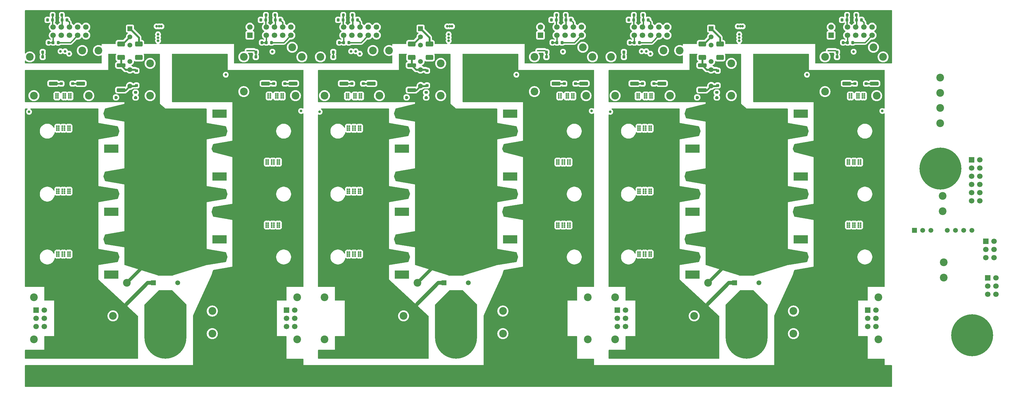
<source format=gbr>
%TF.GenerationSoftware,KiCad,Pcbnew,9.0.1*%
%TF.CreationDate,2025-07-31T04:03:31-05:00*%
%TF.ProjectId,TractionInverter,54726163-7469-46f6-9e49-6e7665727465,rev?*%
%TF.SameCoordinates,Original*%
%TF.FileFunction,Copper,L6,Bot*%
%TF.FilePolarity,Positive*%
%FSLAX46Y46*%
G04 Gerber Fmt 4.6, Leading zero omitted, Abs format (unit mm)*
G04 Created by KiCad (PCBNEW 9.0.1) date 2025-07-31 04:03:31*
%MOMM*%
%LPD*%
G01*
G04 APERTURE LIST*
G04 Aperture macros list*
%AMRoundRect*
0 Rectangle with rounded corners*
0 $1 Rounding radius*
0 $2 $3 $4 $5 $6 $7 $8 $9 X,Y pos of 4 corners*
0 Add a 4 corners polygon primitive as box body*
4,1,4,$2,$3,$4,$5,$6,$7,$8,$9,$2,$3,0*
0 Add four circle primitives for the rounded corners*
1,1,$1+$1,$2,$3*
1,1,$1+$1,$4,$5*
1,1,$1+$1,$6,$7*
1,1,$1+$1,$8,$9*
0 Add four rect primitives between the rounded corners*
20,1,$1+$1,$2,$3,$4,$5,0*
20,1,$1+$1,$4,$5,$6,$7,0*
20,1,$1+$1,$6,$7,$8,$9,0*
20,1,$1+$1,$8,$9,$2,$3,0*%
G04 Aperture macros list end*
%TA.AperFunction,ComponentPad*%
%ADD10C,2.400000*%
%TD*%
%TA.AperFunction,ComponentPad*%
%ADD11C,0.900000*%
%TD*%
%TA.AperFunction,ComponentPad*%
%ADD12C,13.000000*%
%TD*%
%TA.AperFunction,ComponentPad*%
%ADD13R,1.700000X1.700000*%
%TD*%
%TA.AperFunction,ComponentPad*%
%ADD14C,1.700000*%
%TD*%
%TA.AperFunction,ComponentPad*%
%ADD15R,1.500000X1.500000*%
%TD*%
%TA.AperFunction,ComponentPad*%
%ADD16C,1.500000*%
%TD*%
%TA.AperFunction,SMDPad,CuDef*%
%ADD17RoundRect,0.250000X-1.425000X0.362500X-1.425000X-0.362500X1.425000X-0.362500X1.425000X0.362500X0*%
%TD*%
%TA.AperFunction,SMDPad,CuDef*%
%ADD18RoundRect,0.200000X-0.200000X-0.275000X0.200000X-0.275000X0.200000X0.275000X-0.200000X0.275000X0*%
%TD*%
%TA.AperFunction,SMDPad,CuDef*%
%ADD19RoundRect,0.200000X0.200000X0.275000X-0.200000X0.275000X-0.200000X-0.275000X0.200000X-0.275000X0*%
%TD*%
%TA.AperFunction,SMDPad,CuDef*%
%ADD20RoundRect,0.200000X-0.275000X0.200000X-0.275000X-0.200000X0.275000X-0.200000X0.275000X0.200000X0*%
%TD*%
%TA.AperFunction,SMDPad,CuDef*%
%ADD21RoundRect,0.250000X1.100000X-0.325000X1.100000X0.325000X-1.100000X0.325000X-1.100000X-0.325000X0*%
%TD*%
%TA.AperFunction,SMDPad,CuDef*%
%ADD22RoundRect,0.225000X-0.250000X0.225000X-0.250000X-0.225000X0.250000X-0.225000X0.250000X0.225000X0*%
%TD*%
%TA.AperFunction,SMDPad,CuDef*%
%ADD23RoundRect,0.225000X0.225000X0.250000X-0.225000X0.250000X-0.225000X-0.250000X0.225000X-0.250000X0*%
%TD*%
%TA.AperFunction,SMDPad,CuDef*%
%ADD24RoundRect,0.225000X-0.225000X-0.250000X0.225000X-0.250000X0.225000X0.250000X-0.225000X0.250000X0*%
%TD*%
%TA.AperFunction,SMDPad,CuDef*%
%ADD25RoundRect,0.225000X0.250000X-0.225000X0.250000X0.225000X-0.250000X0.225000X-0.250000X-0.225000X0*%
%TD*%
%TA.AperFunction,SMDPad,CuDef*%
%ADD26RoundRect,0.250000X-1.100000X0.325000X-1.100000X-0.325000X1.100000X-0.325000X1.100000X0.325000X0*%
%TD*%
%TA.AperFunction,SMDPad,CuDef*%
%ADD27RoundRect,0.249999X0.900001X-0.525001X0.900001X0.525001X-0.900001X0.525001X-0.900001X-0.525001X0*%
%TD*%
%TA.AperFunction,ComponentPad*%
%ADD28R,4.500000X2.500000*%
%TD*%
%TA.AperFunction,ComponentPad*%
%ADD29O,4.500000X2.500000*%
%TD*%
%TA.AperFunction,ViaPad*%
%ADD30C,0.800000*%
%TD*%
%TA.AperFunction,ViaPad*%
%ADD31C,0.600000*%
%TD*%
%TA.AperFunction,Conductor*%
%ADD32C,1.200000*%
%TD*%
%TA.AperFunction,Conductor*%
%ADD33C,1.000000*%
%TD*%
%TA.AperFunction,Conductor*%
%ADD34C,0.600000*%
%TD*%
%TA.AperFunction,Conductor*%
%ADD35C,0.400000*%
%TD*%
G04 APERTURE END LIST*
D10*
%TO.P,TP20,1,1*%
%TO.N,/ISOL-*%
X298700000Y-117720000D03*
%TD*%
%TO.P,TP19,1,1*%
%TO.N,/ISOL+*%
X298700000Y-112990000D03*
%TD*%
%TO.P,TP73,1,1*%
%TO.N,/DC_VSense/VoltCLK*%
X297550000Y-65200000D03*
%TD*%
%TO.P,TP71,1,1*%
%TO.N,/DC_VSense/REG5V_L*%
X297550000Y-55740000D03*
%TD*%
%TO.P,TP72,1,1*%
%TO.N,Net-(IC13-AINP)*%
X297550000Y-60470000D03*
%TD*%
%TO.P,TP74,1,1*%
%TO.N,/DC_VSense/VoltData*%
X297550000Y-69930000D03*
%TD*%
%TO.P,TP2,1,1*%
%TO.N,HVGND*%
X298370000Y-97160000D03*
%TD*%
%TO.P,TP1,1,1*%
%TO.N,HV+*%
X298370000Y-92430000D03*
%TD*%
D11*
%TO.P,J1,1,Pin_1*%
%TO.N,HV+*%
X302595354Y-135577146D03*
X304023208Y-132130000D03*
X304023208Y-139024292D03*
X307470354Y-130702146D03*
D12*
X307470354Y-135577146D03*
D11*
X307470354Y-140452146D03*
X310917500Y-132130000D03*
X310917500Y-139024292D03*
X312345354Y-135577146D03*
%TD*%
D13*
%TO.P,J18,1,Pin_1*%
%TO.N,+24V*%
X307330000Y-81250000D03*
D14*
%TO.P,J18,2,Pin_2*%
X309870000Y-81250000D03*
%TO.P,J18,3,Pin_3*%
X307330000Y-83790000D03*
%TO.P,J18,4,Pin_4*%
%TO.N,LVGND*%
X309870000Y-83790000D03*
%TO.P,J18,5,Pin_5*%
X307330000Y-86330000D03*
%TO.P,J18,6,Pin_6*%
X309870000Y-86330000D03*
%TO.P,J18,7,Pin_7*%
X307330000Y-88870000D03*
%TO.P,J18,8,Pin_8*%
X309870000Y-88870000D03*
%TO.P,J18,9,Pin_9*%
%TO.N,+3V3*%
X307330000Y-91410000D03*
%TO.P,J18,10,Pin_10*%
%TO.N,+24V*%
X309870000Y-91410000D03*
%TO.P,J18,11,Pin_11*%
%TO.N,/DC_VSense/VoltCLK*%
X307330000Y-93950000D03*
%TO.P,J18,12,Pin_12*%
%TO.N,/DC_VSense/VoltData*%
X309870000Y-93950000D03*
%TD*%
D13*
%TO.P,J12,1,Pin_1*%
%TO.N,LVGND*%
X312330000Y-117830000D03*
D14*
%TO.P,J12,2,Pin_2*%
X314870000Y-117830000D03*
%TO.P,J12,3,Pin_3*%
%TO.N,+3V3*%
X312330000Y-120370000D03*
%TO.P,J12,4,Pin_4*%
%TO.N,/CurrData_B*%
X314870000Y-120370000D03*
%TO.P,J12,5,Pin_5*%
%TO.N,+3V3*%
X312330000Y-122910000D03*
%TO.P,J12,6,Pin_6*%
%TO.N,/CurrCLK_B*%
X314870000Y-122910000D03*
%TD*%
D15*
%TO.P,U2,1,-Vin*%
%TO.N,LVGND*%
X289585000Y-103120000D03*
D16*
%TO.P,U2,2,+Vin*%
%TO.N,Net-(U2-+Vin)*%
X292125000Y-103120000D03*
%TO.P,U2,3,NC*%
%TO.N,unconnected-(U2-NC-Pad3)*%
X294665000Y-103120000D03*
%TO.P,U2,5,NC*%
%TO.N,unconnected-(U2-NC-Pad5)*%
X299745000Y-103120000D03*
%TO.P,U2,6,+Vout*%
%TO.N,/ISOL+*%
X302285000Y-103120000D03*
%TO.P,U2,7,COMMON*%
%TO.N,HVGND*%
X304825000Y-103120000D03*
%TO.P,U2,8,-Vout*%
%TO.N,/ISOL-*%
X307365000Y-103120000D03*
%TD*%
D13*
%TO.P,J13,1,Pin_1*%
%TO.N,+3V3*%
X311720000Y-106500000D03*
D14*
%TO.P,J13,2,Pin_2*%
X314260000Y-106500000D03*
%TO.P,J13,3,Pin_3*%
%TO.N,/VoltCLK_B*%
X311720000Y-109040000D03*
%TO.P,J13,4,Pin_4*%
%TO.N,LVGND*%
X314260000Y-109040000D03*
%TO.P,J13,5,Pin_5*%
%TO.N,/VoltData_B*%
X311720000Y-111580000D03*
%TO.P,J13,6,Pin_6*%
%TO.N,LVGND*%
X314260000Y-111580000D03*
%TD*%
D11*
%TO.P,J2,1,Pin_1*%
%TO.N,HVGND*%
X292797854Y-83922854D03*
X294225708Y-80475708D03*
X294225708Y-87370000D03*
X297672854Y-79047854D03*
D12*
X297672854Y-83922854D03*
D11*
X297672854Y-88797854D03*
X301120000Y-80475708D03*
X301120000Y-87370000D03*
X302547854Y-83922854D03*
%TD*%
D10*
%TO.P,TP30,1,1*%
%TO.N,/PhaseB/Phase_Driver/OC_H*%
X106893207Y-61360295D03*
%TD*%
%TO.P,TP34,1,1*%
%TO.N,LVGND*%
X171893207Y-49360295D03*
%TD*%
%TO.P,TP28,1,1*%
%TO.N,/PhaseB/SWNode*%
X142893207Y-56360295D03*
%TD*%
%TO.P,TP29,1,1*%
%TO.N,LVGND*%
X105643207Y-49360295D03*
%TD*%
%TO.P,TP31,1,1*%
%TO.N,/PhaseB/Phase_Driver/CLMPE_H*%
X123893207Y-61360295D03*
%TD*%
%TO.P,TP32,1,1*%
%TO.N,/LV_Connectors_B/IN+_H*%
X126893207Y-47360295D03*
%TD*%
%TO.P,TP27,1,1*%
%TO.N,/PhaseB/SWNode*%
X135643207Y-119360295D03*
%TD*%
%TO.P,TP33,1,1*%
%TO.N,/LV_Connectors_B/IN-_H*%
X121893207Y-47360295D03*
%TD*%
%TO.P,TP35,1,1*%
%TO.N,HVGND*%
X152643207Y-56360295D03*
%TD*%
%TO.P,TP36,1,1*%
%TO.N,/LV_Connectors_B/IN+_L*%
X189893207Y-49360295D03*
%TD*%
%TO.P,TP41,1,1*%
%TO.N,Net-(IC7-AINP)*%
X162143207Y-128110295D03*
%TD*%
%TO.P,TP39,1,1*%
%TO.N,/PhaseB/Phase_Driver/CLMPE_L*%
X187893207Y-61360295D03*
%TD*%
%TO.P,TP40,1,1*%
%TO.N,/PhaseB/Phase_VSense/REG5V_L*%
X162143207Y-135110295D03*
%TD*%
%TO.P,TP42,1,1*%
%TO.N,/VoltCLK_B*%
X188393207Y-123860295D03*
%TD*%
%TO.P,TP37,1,1*%
%TO.N,/LV_Connectors_B/IN-_L*%
X186893207Y-46360295D03*
%TD*%
%TO.P,TP47,1,1*%
%TO.N,/CurrCLK_B*%
X106893207Y-136860295D03*
%TD*%
%TO.P,TP45,1,1*%
%TO.N,/PhaseB/ISOH-*%
X142893207Y-61360295D03*
%TD*%
%TO.P,TP38,1,1*%
%TO.N,/PhaseB/Phase_Driver/OC_L*%
X171893207Y-60110295D03*
%TD*%
%TO.P,TP48,1,1*%
%TO.N,/CurrData_B*%
X106893207Y-123860295D03*
%TD*%
%TO.P,TP46,1,1*%
%TO.N,/PhaseB/Phase_CSense/REG5V_H*%
X131393207Y-129610295D03*
%TD*%
%TO.P,TP43,1,1*%
%TO.N,/VoltData_B*%
X188393207Y-136860295D03*
%TD*%
%TO.P,TP44,1,1*%
%TO.N,/PhaseB/ISOH+*%
X142893207Y-51360295D03*
%TD*%
D17*
%TO.P,R76,1*%
%TO.N,/PhaseB/SWNode*%
X147643207Y-116397795D03*
%TO.P,R76,2*%
%TO.N,/PhaseOut_B*%
X147643207Y-122322795D03*
%TD*%
D18*
%TO.P,R82,1*%
%TO.N,+3V3*%
X109793207Y-44885295D03*
%TO.P,R82,2*%
%TO.N,/LV_Connectors_B/RST{slash}EN_H*%
X111443207Y-44885295D03*
%TD*%
%TO.P,R85,1*%
%TO.N,+3V3*%
X175833207Y-44885295D03*
%TO.P,R85,2*%
%TO.N,/LV_Connectors_B/RST{slash}EN_L*%
X177483207Y-44885295D03*
%TD*%
D19*
%TO.P,R80,1*%
%TO.N,+3V3*%
X117218207Y-36385295D03*
%TO.P,R80,2*%
%TO.N,/LV_Connectors_B/RDY_H*%
X115568207Y-36385295D03*
%TD*%
D18*
%TO.P,R81,1*%
%TO.N,+3V3*%
X111068207Y-36385295D03*
%TO.P,R81,2*%
%TO.N,/LV_Connectors_B/FLT_H*%
X112718207Y-36385295D03*
%TD*%
D19*
%TO.P,R83,1*%
%TO.N,+3V3*%
X183258207Y-36385295D03*
%TO.P,R83,2*%
%TO.N,/LV_Connectors_B/RDY_L*%
X181608207Y-36385295D03*
%TD*%
D18*
%TO.P,R84,1*%
%TO.N,+3V3*%
X177108207Y-36385295D03*
%TO.P,R84,2*%
%TO.N,/LV_Connectors_B/FLT_L*%
X178758207Y-36385295D03*
%TD*%
D20*
%TO.P,R90,1*%
%TO.N,/PhaseB/ISOH+*%
X138393207Y-60337795D03*
%TO.P,R90,2*%
%TO.N,Net-(D24-A)*%
X138393207Y-61987795D03*
%TD*%
D19*
%TO.P,R91,1*%
%TO.N,/PhaseB/SWNode*%
X133948207Y-61912795D03*
%TO.P,R91,2*%
%TO.N,Net-(D25-A)*%
X132298207Y-61912795D03*
%TD*%
D15*
%TO.P,U6,1,-Vin*%
%TO.N,LVGND*%
X136653207Y-40580295D03*
D16*
%TO.P,U6,2,+Vin*%
%TO.N,Net-(U6-+Vin)*%
X136653207Y-43120295D03*
%TO.P,U6,3,NC*%
%TO.N,unconnected-(U6-NC-Pad3)*%
X136653207Y-45660295D03*
%TO.P,U6,5,NC*%
%TO.N,unconnected-(U6-NC-Pad5)*%
X136653207Y-50740295D03*
%TO.P,U6,6,+Vout*%
%TO.N,/PhaseB/ISOH+*%
X136653207Y-53280295D03*
%TO.P,U6,7,COMMON*%
%TO.N,/PhaseB/SWNode*%
X136653207Y-55820295D03*
%TO.P,U6,8,-Vout*%
%TO.N,/PhaseB/ISOH-*%
X136653207Y-58360295D03*
%TD*%
D21*
%TO.P,C79,1*%
%TO.N,/PhaseB/ISOH+*%
X112893207Y-57585295D03*
%TO.P,C79,2*%
%TO.N,/PhaseB/SWNode*%
X112893207Y-54635295D03*
%TD*%
D22*
%TO.P,C83,1*%
%TO.N,/PhaseB/SWNode*%
X118893207Y-56085295D03*
%TO.P,C83,2*%
%TO.N,/PhaseB/ISOH-*%
X118893207Y-57635295D03*
%TD*%
D23*
%TO.P,C81,1*%
%TO.N,/LV_Connectors_B/FLT_H*%
X112668207Y-37885295D03*
%TO.P,C81,2*%
%TO.N,LVGND*%
X111118207Y-37885295D03*
%TD*%
%TO.P,C76,1*%
%TO.N,+3V3*%
X111168207Y-47860295D03*
%TO.P,C76,2*%
%TO.N,LVGND*%
X109618207Y-47860295D03*
%TD*%
D24*
%TO.P,C82,1*%
%TO.N,/LV_Connectors_B/RST{slash}EN_H*%
X112843207Y-44885295D03*
%TO.P,C82,2*%
%TO.N,LVGND*%
X114393207Y-44885295D03*
%TD*%
D23*
%TO.P,C77,1*%
%TO.N,+3V3*%
X111168207Y-49360295D03*
%TO.P,C77,2*%
%TO.N,LVGND*%
X109618207Y-49360295D03*
%TD*%
D25*
%TO.P,C78,1*%
%TO.N,/PhaseB/ISOH+*%
X115393207Y-57635295D03*
%TO.P,C78,2*%
%TO.N,/PhaseB/SWNode*%
X115393207Y-56085295D03*
%TD*%
D23*
%TO.P,C85,1*%
%TO.N,+3V3*%
X177168207Y-47860295D03*
%TO.P,C85,2*%
%TO.N,LVGND*%
X175618207Y-47860295D03*
%TD*%
D24*
%TO.P,C80,1*%
%TO.N,/LV_Connectors_B/RDY_H*%
X115618207Y-37885295D03*
%TO.P,C80,2*%
%TO.N,LVGND*%
X117168207Y-37885295D03*
%TD*%
D23*
%TO.P,C86,1*%
%TO.N,+3V3*%
X177168207Y-49360295D03*
%TO.P,C86,2*%
%TO.N,LVGND*%
X175618207Y-49360295D03*
%TD*%
D26*
%TO.P,C93,1*%
%TO.N,HVGND*%
X187143207Y-54635295D03*
%TO.P,C93,2*%
%TO.N,/ISOL-*%
X187143207Y-57585295D03*
%TD*%
D21*
%TO.P,C88,1*%
%TO.N,/ISOL+*%
X178643207Y-57585295D03*
%TO.P,C88,2*%
%TO.N,HVGND*%
X178643207Y-54635295D03*
%TD*%
D24*
%TO.P,C89,2*%
%TO.N,LVGND*%
X183208207Y-37885295D03*
%TO.P,C89,1*%
%TO.N,/LV_Connectors_B/RDY_L*%
X181658207Y-37885295D03*
%TD*%
D26*
%TO.P,C84,1*%
%TO.N,/PhaseB/SWNode*%
X121393207Y-54635295D03*
%TO.P,C84,2*%
%TO.N,/PhaseB/ISOH-*%
X121393207Y-57585295D03*
%TD*%
D24*
%TO.P,C91,1*%
%TO.N,/LV_Connectors_B/RST{slash}EN_L*%
X178883207Y-44885295D03*
%TO.P,C91,2*%
%TO.N,LVGND*%
X180433207Y-44885295D03*
%TD*%
D22*
%TO.P,C92,1*%
%TO.N,HVGND*%
X184643207Y-56085295D03*
%TO.P,C92,2*%
%TO.N,/ISOL-*%
X184643207Y-57635295D03*
%TD*%
D25*
%TO.P,C87,1*%
%TO.N,/ISOL+*%
X181143207Y-57635295D03*
%TO.P,C87,2*%
%TO.N,HVGND*%
X181143207Y-56085295D03*
%TD*%
D23*
%TO.P,C90,1*%
%TO.N,/LV_Connectors_B/FLT_L*%
X178708207Y-37885295D03*
%TO.P,C90,2*%
%TO.N,LVGND*%
X177158207Y-37885295D03*
%TD*%
D22*
%TO.P,C105,1*%
%TO.N,/PhaseB/SWNode*%
X138643207Y-56637795D03*
%TO.P,C105,2*%
%TO.N,/PhaseB/ISOH-*%
X138643207Y-58187795D03*
%TD*%
D26*
%TO.P,C106,1*%
%TO.N,/PhaseB/SWNode*%
X133893207Y-56687795D03*
%TO.P,C106,2*%
%TO.N,/PhaseB/ISOH-*%
X133893207Y-59637795D03*
%TD*%
D22*
%TO.P,C101,1*%
%TO.N,/PhaseB/ISOH+*%
X138643207Y-53637795D03*
%TO.P,C101,2*%
%TO.N,/PhaseB/SWNode*%
X138643207Y-55187795D03*
%TD*%
D26*
%TO.P,C102,1*%
%TO.N,/PhaseB/ISOH+*%
X133893207Y-51937795D03*
%TO.P,C102,2*%
%TO.N,/PhaseB/SWNode*%
X133893207Y-54887795D03*
%TD*%
D27*
%TO.P,C100,1*%
%TO.N,/PhaseB/ISOH+*%
X133893207Y-49487795D03*
%TO.P,C100,2*%
%TO.N,Net-(U6-+Vin)*%
X133893207Y-45337795D03*
%TD*%
%TO.P,C107,1*%
%TO.N,/PhaseB/ISOH-*%
X139393207Y-49487795D03*
%TO.P,C107,2*%
%TO.N,LVGND*%
X139393207Y-45337795D03*
%TD*%
D15*
%TO.P,C166,1*%
%TO.N,HV+*%
X143893207Y-119360295D03*
D16*
%TO.P,C166,2*%
%TO.N,HVGND*%
X151393207Y-119360295D03*
%TD*%
D28*
%TO.P,Q20,1,G*%
%TO.N,/PhaseB/Phase_Out/G2_H*%
X130893207Y-97310295D03*
D29*
%TO.P,Q20,2,D*%
%TO.N,HV+*%
X130893207Y-91860295D03*
%TO.P,Q20,3,S*%
%TO.N,/PhaseB/SWNode*%
X130893207Y-86410295D03*
%TD*%
D28*
%TO.P,Q22,1,G*%
%TO.N,/PhaseB/Phase_Out/G1_L*%
X164393207Y-66910295D03*
D29*
%TO.P,Q22,2,D*%
%TO.N,/PhaseB/SWNode*%
X164393207Y-72360295D03*
%TO.P,Q22,3,S*%
%TO.N,HVGND*%
X164393207Y-77810295D03*
%TD*%
D28*
%TO.P,Q19,1,G*%
%TO.N,/PhaseB/Phase_Out/G1_H*%
X130893207Y-77810295D03*
D29*
%TO.P,Q19,2,D*%
%TO.N,HV+*%
X130893207Y-72360295D03*
%TO.P,Q19,3,S*%
%TO.N,/PhaseB/SWNode*%
X130893207Y-66910295D03*
%TD*%
D28*
%TO.P,Q21,1,G*%
%TO.N,/PhaseB/Phase_Out/G3_H*%
X130893207Y-116810295D03*
D29*
%TO.P,Q21,2,D*%
%TO.N,HV+*%
X130893207Y-111360295D03*
%TO.P,Q21,3,S*%
%TO.N,/PhaseB/SWNode*%
X130893207Y-105910295D03*
%TD*%
D28*
%TO.P,Q24,1,G*%
%TO.N,/PhaseB/Phase_Out/G3_L*%
X164393207Y-105910295D03*
D29*
%TO.P,Q24,2,D*%
%TO.N,/PhaseB/SWNode*%
X164393207Y-111360295D03*
%TO.P,Q24,3,S*%
%TO.N,HVGND*%
X164393207Y-116810295D03*
%TD*%
D28*
%TO.P,Q23,1,G*%
%TO.N,/PhaseB/Phase_Out/G2_L*%
X164393207Y-86410295D03*
D29*
%TO.P,Q23,2,D*%
%TO.N,/PhaseB/SWNode*%
X164393207Y-91860295D03*
%TO.P,Q23,3,S*%
%TO.N,HVGND*%
X164393207Y-97310295D03*
%TD*%
D11*
%TO.P,J4,1,Pin_1*%
%TO.N,/PhaseOut_B*%
X142768207Y-136360295D03*
X144196061Y-132913149D03*
X144196061Y-139807441D03*
X147643207Y-131485295D03*
D12*
X147643207Y-136360295D03*
D11*
X147643207Y-141235295D03*
X151090353Y-132913149D03*
X151090353Y-139807441D03*
X152518207Y-136360295D03*
%TD*%
D13*
%TO.P,J11,1,Pin_1*%
%TO.N,+3V3*%
X110293207Y-42635295D03*
D14*
%TO.P,J11,2,Pin_2*%
X110293207Y-40095295D03*
%TO.P,J11,3,Pin_3*%
%TO.N,/LV_Connectors_B/RST{slash}EN_H*%
X112833207Y-42635295D03*
%TO.P,J11,4,Pin_4*%
%TO.N,/LV_Connectors_B/FLT_H*%
X112833207Y-40095295D03*
%TO.P,J11,5,Pin_5*%
%TO.N,/LV_Connectors_B/IN-_H*%
X115373207Y-42635295D03*
%TO.P,J11,6,Pin_6*%
%TO.N,/LV_Connectors_B/RDY_H*%
X115373207Y-40095295D03*
%TO.P,J11,7,Pin_7*%
%TO.N,/LV_Connectors_B/IN+_H*%
X117913207Y-42635295D03*
%TO.P,J11,8,Pin_8*%
%TO.N,LVGND*%
X117913207Y-40095295D03*
%TO.P,J11,9,Pin_9*%
X120453207Y-42635295D03*
%TO.P,J11,10,Pin_10*%
X120453207Y-40095295D03*
%TO.P,J11,11,Pin_11*%
X122993207Y-42635295D03*
%TO.P,J11,12,Pin_12*%
X122993207Y-40095295D03*
%TD*%
D13*
%TO.P,J10,1,Pin_1*%
%TO.N,+24V*%
X173793207Y-42635295D03*
D14*
%TO.P,J10,2,Pin_2*%
X173793207Y-40095295D03*
%TO.P,J10,3,Pin_3*%
%TO.N,+3V3*%
X176333207Y-42635295D03*
%TO.P,J10,4,Pin_4*%
X176333207Y-40095295D03*
%TO.P,J10,5,Pin_5*%
%TO.N,/LV_Connectors_B/RST{slash}EN_L*%
X178873207Y-42635295D03*
%TO.P,J10,6,Pin_6*%
%TO.N,/LV_Connectors_B/FLT_L*%
X178873207Y-40095295D03*
%TO.P,J10,7,Pin_7*%
%TO.N,/LV_Connectors_B/IN-_L*%
X181413207Y-42635295D03*
%TO.P,J10,8,Pin_8*%
%TO.N,/LV_Connectors_B/RDY_L*%
X181413207Y-40095295D03*
%TO.P,J10,9,Pin_9*%
%TO.N,/LV_Connectors_B/IN+_L*%
X183953207Y-42635295D03*
%TO.P,J10,10,Pin_10*%
%TO.N,LVGND*%
X183953207Y-40095295D03*
%TO.P,J10,11,Pin_11*%
X186493207Y-42635295D03*
%TO.P,J10,12,Pin_12*%
X186493207Y-40095295D03*
%TD*%
D10*
%TO.P,TP53,1,1*%
%TO.N,/PhaseC/Phase_Driver/CLMPE_H*%
X213893207Y-61360295D03*
%TD*%
%TO.P,TP55,1,1*%
%TO.N,/LV_Connectors_C/IN-_H*%
X211893207Y-47360295D03*
%TD*%
%TO.P,TP50,1,1*%
%TO.N,/PhaseC/SWNode*%
X232893207Y-56360295D03*
%TD*%
%TO.P,TP51,1,1*%
%TO.N,LVGND*%
X195643207Y-49360295D03*
%TD*%
%TO.P,TP52,1,1*%
%TO.N,/PhaseC/Phase_Driver/OC_H*%
X196893207Y-61360295D03*
%TD*%
%TO.P,TP49,1,1*%
%TO.N,/PhaseC/SWNode*%
X225643207Y-119360295D03*
%TD*%
%TO.P,TP54,1,1*%
%TO.N,/LV_Connectors_C/IN+_H*%
X216893207Y-47360295D03*
%TD*%
%TO.P,TP56,1,1*%
%TO.N,LVGND*%
X261893207Y-49360295D03*
%TD*%
%TO.P,TP60,1,1*%
%TO.N,/PhaseC/Phase_Driver/OC_L*%
X261893207Y-60110295D03*
%TD*%
%TO.P,TP66,1,1*%
%TO.N,/PhaseC/ISOH+*%
X232893207Y-51360295D03*
%TD*%
%TO.P,TP57,1,1*%
%TO.N,HVGND*%
X242643207Y-56360295D03*
%TD*%
%TO.P,TP61,1,1*%
%TO.N,/PhaseC/Phase_Driver/CLMPE_L*%
X277893207Y-61360295D03*
%TD*%
%TO.P,TP63,1,1*%
%TO.N,Net-(IC11-AINP)*%
X252143207Y-128110295D03*
%TD*%
%TO.P,TP62,1,1*%
%TO.N,/PhaseC/Phase_VSense/REG5V_L*%
X252143207Y-135110295D03*
%TD*%
%TO.P,TP64,1,1*%
%TO.N,/VoltCLK_C*%
X278393207Y-123860295D03*
%TD*%
%TO.P,TP58,1,1*%
%TO.N,/LV_Connectors_C/IN+_L*%
X279893207Y-49360295D03*
%TD*%
%TO.P,TP59,1,1*%
%TO.N,/LV_Connectors_C/IN-_L*%
X276893207Y-46360295D03*
%TD*%
%TO.P,TP65,1,1*%
%TO.N,/VoltData_C*%
X278393207Y-136860295D03*
%TD*%
%TO.P,TP67,1,1*%
%TO.N,/PhaseC/ISOH-*%
X232893207Y-61360295D03*
%TD*%
%TO.P,TP68,1,1*%
%TO.N,/PhaseC/Phase_CSense/REG5V_H*%
X221393207Y-129610295D03*
%TD*%
%TO.P,TP69,1,1*%
%TO.N,/CurrCLK_C*%
X196893207Y-136860295D03*
%TD*%
%TO.P,TP70,1,1*%
%TO.N,/CurrData_C*%
X196893207Y-123860295D03*
%TD*%
D16*
%TO.P,U9,8,-Vout*%
%TO.N,/PhaseC/ISOH-*%
X226653207Y-58360295D03*
%TO.P,U9,7,COMMON*%
%TO.N,/PhaseC/SWNode*%
X226653207Y-55820295D03*
%TO.P,U9,6,+Vout*%
%TO.N,/PhaseC/ISOH+*%
X226653207Y-53280295D03*
%TO.P,U9,5,NC*%
%TO.N,unconnected-(U9-NC-Pad5)*%
X226653207Y-50740295D03*
%TO.P,U9,3,NC*%
%TO.N,unconnected-(U9-NC-Pad3)*%
X226653207Y-45660295D03*
%TO.P,U9,2,+Vin*%
%TO.N,Net-(U9-+Vin)*%
X226653207Y-43120295D03*
D15*
%TO.P,U9,1,-Vin*%
%TO.N,LVGND*%
X226653207Y-40580295D03*
%TD*%
D18*
%TO.P,R128,2*%
%TO.N,/LV_Connectors_C/FLT_L*%
X268758207Y-36385295D03*
%TO.P,R128,1*%
%TO.N,+3V3*%
X267108207Y-36385295D03*
%TD*%
%TO.P,R126,2*%
%TO.N,/LV_Connectors_C/RST{slash}EN_H*%
X201443207Y-44885295D03*
%TO.P,R126,1*%
%TO.N,+3V3*%
X199793207Y-44885295D03*
%TD*%
%TO.P,R129,2*%
%TO.N,/LV_Connectors_C/RST{slash}EN_L*%
X267483207Y-44885295D03*
%TO.P,R129,1*%
%TO.N,+3V3*%
X265833207Y-44885295D03*
%TD*%
D19*
%TO.P,R124,2*%
%TO.N,/LV_Connectors_C/RDY_H*%
X205568207Y-36385295D03*
%TO.P,R124,1*%
%TO.N,+3V3*%
X207218207Y-36385295D03*
%TD*%
D18*
%TO.P,R125,2*%
%TO.N,/LV_Connectors_C/FLT_H*%
X202718207Y-36385295D03*
%TO.P,R125,1*%
%TO.N,+3V3*%
X201068207Y-36385295D03*
%TD*%
D19*
%TO.P,R127,2*%
%TO.N,/LV_Connectors_C/RDY_L*%
X271608207Y-36385295D03*
%TO.P,R127,1*%
%TO.N,+3V3*%
X273258207Y-36385295D03*
%TD*%
D20*
%TO.P,R134,2*%
%TO.N,Net-(D36-A)*%
X228393207Y-61987795D03*
%TO.P,R134,1*%
%TO.N,/PhaseC/ISOH+*%
X228393207Y-60337795D03*
%TD*%
D19*
%TO.P,R135,2*%
%TO.N,Net-(D37-A)*%
X222298207Y-61912795D03*
%TO.P,R135,1*%
%TO.N,/PhaseC/SWNode*%
X223948207Y-61912795D03*
%TD*%
D23*
%TO.P,C123,2*%
%TO.N,LVGND*%
X199618207Y-49360295D03*
%TO.P,C123,1*%
%TO.N,+3V3*%
X201168207Y-49360295D03*
%TD*%
D21*
%TO.P,C125,2*%
%TO.N,/PhaseC/SWNode*%
X202893207Y-54635295D03*
%TO.P,C125,1*%
%TO.N,/PhaseC/ISOH+*%
X202893207Y-57585295D03*
%TD*%
D23*
%TO.P,C122,2*%
%TO.N,LVGND*%
X199618207Y-47860295D03*
%TO.P,C122,1*%
%TO.N,+3V3*%
X201168207Y-47860295D03*
%TD*%
D25*
%TO.P,C124,2*%
%TO.N,/PhaseC/SWNode*%
X205393207Y-56085295D03*
%TO.P,C124,1*%
%TO.N,/PhaseC/ISOH+*%
X205393207Y-57635295D03*
%TD*%
D23*
%TO.P,C127,2*%
%TO.N,LVGND*%
X201118207Y-37885295D03*
%TO.P,C127,1*%
%TO.N,/LV_Connectors_C/FLT_H*%
X202668207Y-37885295D03*
%TD*%
D24*
%TO.P,C128,2*%
%TO.N,LVGND*%
X204393207Y-44885295D03*
%TO.P,C128,1*%
%TO.N,/LV_Connectors_C/RST{slash}EN_H*%
X202843207Y-44885295D03*
%TD*%
D23*
%TO.P,C131,2*%
%TO.N,LVGND*%
X265618207Y-47860295D03*
%TO.P,C131,1*%
%TO.N,+3V3*%
X267168207Y-47860295D03*
%TD*%
D24*
%TO.P,C135,2*%
%TO.N,LVGND*%
X273208207Y-37885295D03*
%TO.P,C135,1*%
%TO.N,/LV_Connectors_C/RDY_L*%
X271658207Y-37885295D03*
%TD*%
D22*
%TO.P,C129,2*%
%TO.N,/PhaseC/ISOH-*%
X208893207Y-57635295D03*
%TO.P,C129,1*%
%TO.N,/PhaseC/SWNode*%
X208893207Y-56085295D03*
%TD*%
D21*
%TO.P,C134,2*%
%TO.N,HVGND*%
X268643207Y-54635295D03*
%TO.P,C134,1*%
%TO.N,/ISOL+*%
X268643207Y-57585295D03*
%TD*%
D22*
%TO.P,C138,2*%
%TO.N,/ISOL-*%
X274643207Y-57635295D03*
%TO.P,C138,1*%
%TO.N,HVGND*%
X274643207Y-56085295D03*
%TD*%
D23*
%TO.P,C132,2*%
%TO.N,LVGND*%
X265618207Y-49360295D03*
%TO.P,C132,1*%
%TO.N,+3V3*%
X267168207Y-49360295D03*
%TD*%
D24*
%TO.P,C126,2*%
%TO.N,LVGND*%
X207168207Y-37885295D03*
%TO.P,C126,1*%
%TO.N,/LV_Connectors_C/RDY_H*%
X205618207Y-37885295D03*
%TD*%
D26*
%TO.P,C130,2*%
%TO.N,/PhaseC/ISOH-*%
X211393207Y-57585295D03*
%TO.P,C130,1*%
%TO.N,/PhaseC/SWNode*%
X211393207Y-54635295D03*
%TD*%
D24*
%TO.P,C137,2*%
%TO.N,LVGND*%
X270433207Y-44885295D03*
%TO.P,C137,1*%
%TO.N,/LV_Connectors_C/RST{slash}EN_L*%
X268883207Y-44885295D03*
%TD*%
D25*
%TO.P,C133,2*%
%TO.N,HVGND*%
X271143207Y-56085295D03*
%TO.P,C133,1*%
%TO.N,/ISOL+*%
X271143207Y-57635295D03*
%TD*%
D27*
%TO.P,C146,2*%
%TO.N,Net-(U9-+Vin)*%
X223893207Y-45337795D03*
%TO.P,C146,1*%
%TO.N,/PhaseC/ISOH+*%
X223893207Y-49487795D03*
%TD*%
D23*
%TO.P,C136,2*%
%TO.N,LVGND*%
X267158207Y-37885295D03*
%TO.P,C136,1*%
%TO.N,/LV_Connectors_C/FLT_L*%
X268708207Y-37885295D03*
%TD*%
D26*
%TO.P,C139,2*%
%TO.N,/ISOL-*%
X277143207Y-57585295D03*
%TO.P,C139,1*%
%TO.N,HVGND*%
X277143207Y-54635295D03*
%TD*%
%TO.P,C148,2*%
%TO.N,/PhaseC/SWNode*%
X223893207Y-54887795D03*
%TO.P,C148,1*%
%TO.N,/PhaseC/ISOH+*%
X223893207Y-51937795D03*
%TD*%
D22*
%TO.P,C147,2*%
%TO.N,/PhaseC/SWNode*%
X228643207Y-55187795D03*
%TO.P,C147,1*%
%TO.N,/PhaseC/ISOH+*%
X228643207Y-53637795D03*
%TD*%
%TO.P,C151,2*%
%TO.N,/PhaseC/ISOH-*%
X228643207Y-58187795D03*
%TO.P,C151,1*%
%TO.N,/PhaseC/SWNode*%
X228643207Y-56637795D03*
%TD*%
D26*
%TO.P,C152,2*%
%TO.N,/PhaseC/ISOH-*%
X223893207Y-59637795D03*
%TO.P,C152,1*%
%TO.N,/PhaseC/SWNode*%
X223893207Y-56687795D03*
%TD*%
D27*
%TO.P,C153,2*%
%TO.N,LVGND*%
X229393207Y-45337795D03*
%TO.P,C153,1*%
%TO.N,/PhaseC/ISOH-*%
X229393207Y-49487795D03*
%TD*%
D16*
%TO.P,C179,2*%
%TO.N,HVGND*%
X241393207Y-119360295D03*
D15*
%TO.P,C179,1*%
%TO.N,HV+*%
X233893207Y-119360295D03*
%TD*%
D11*
%TO.P,J5,1,Pin_1*%
%TO.N,/PhaseOut_C*%
X242518207Y-136360295D03*
X241090353Y-139807441D03*
X241090353Y-132913149D03*
X237643207Y-141235295D03*
D12*
X237643207Y-136360295D03*
D11*
X237643207Y-131485295D03*
X234196061Y-139807441D03*
X234196061Y-132913149D03*
X232768207Y-136360295D03*
%TD*%
D14*
%TO.P,J17,6,Pin_6*%
%TO.N,LVGND*%
X277658207Y-132900295D03*
%TO.P,J17,5,Pin_5*%
%TO.N,/VoltData_C*%
X275118207Y-132900295D03*
%TO.P,J17,4,Pin_4*%
%TO.N,LVGND*%
X277658207Y-130360295D03*
%TO.P,J17,3,Pin_3*%
%TO.N,/VoltCLK_C*%
X275118207Y-130360295D03*
%TO.P,J17,2,Pin_2*%
%TO.N,+3V3*%
X277658207Y-127820295D03*
D13*
%TO.P,J17,1,Pin_1*%
X275118207Y-127820295D03*
%TD*%
D14*
%TO.P,J14,12,Pin_12*%
%TO.N,LVGND*%
X276493207Y-40095295D03*
%TO.P,J14,11,Pin_11*%
X276493207Y-42635295D03*
%TO.P,J14,10,Pin_10*%
X273953207Y-40095295D03*
%TO.P,J14,9,Pin_9*%
%TO.N,/LV_Connectors_C/IN+_L*%
X273953207Y-42635295D03*
%TO.P,J14,8,Pin_8*%
%TO.N,/LV_Connectors_C/RDY_L*%
X271413207Y-40095295D03*
%TO.P,J14,7,Pin_7*%
%TO.N,/LV_Connectors_C/IN-_L*%
X271413207Y-42635295D03*
%TO.P,J14,6,Pin_6*%
%TO.N,/LV_Connectors_C/FLT_L*%
X268873207Y-40095295D03*
%TO.P,J14,5,Pin_5*%
%TO.N,/LV_Connectors_C/RST{slash}EN_L*%
X268873207Y-42635295D03*
%TO.P,J14,4,Pin_4*%
%TO.N,+3V3*%
X266333207Y-40095295D03*
%TO.P,J14,3,Pin_3*%
X266333207Y-42635295D03*
%TO.P,J14,2,Pin_2*%
%TO.N,+24V*%
X263793207Y-40095295D03*
D13*
%TO.P,J14,1,Pin_1*%
X263793207Y-42635295D03*
%TD*%
D14*
%TO.P,J15,12,Pin_12*%
%TO.N,LVGND*%
X212993207Y-40095295D03*
%TO.P,J15,11,Pin_11*%
X212993207Y-42635295D03*
%TO.P,J15,10,Pin_10*%
X210453207Y-40095295D03*
%TO.P,J15,9,Pin_9*%
X210453207Y-42635295D03*
%TO.P,J15,8,Pin_8*%
X207913207Y-40095295D03*
%TO.P,J15,7,Pin_7*%
%TO.N,/LV_Connectors_C/IN+_H*%
X207913207Y-42635295D03*
%TO.P,J15,6,Pin_6*%
%TO.N,/LV_Connectors_C/RDY_H*%
X205373207Y-40095295D03*
%TO.P,J15,5,Pin_5*%
%TO.N,/LV_Connectors_C/IN-_H*%
X205373207Y-42635295D03*
%TO.P,J15,4,Pin_4*%
%TO.N,/LV_Connectors_C/FLT_H*%
X202833207Y-40095295D03*
%TO.P,J15,3,Pin_3*%
%TO.N,/LV_Connectors_C/RST{slash}EN_H*%
X202833207Y-42635295D03*
%TO.P,J15,2,Pin_2*%
%TO.N,+3V3*%
X200293207Y-40095295D03*
D13*
%TO.P,J15,1,Pin_1*%
X200293207Y-42635295D03*
%TD*%
D14*
%TO.P,J16,6,Pin_6*%
%TO.N,/CurrCLK_C*%
X200158207Y-132860295D03*
%TO.P,J16,5,Pin_5*%
%TO.N,+3V3*%
X197618207Y-132860295D03*
%TO.P,J16,4,Pin_4*%
%TO.N,/CurrData_C*%
X200158207Y-130320295D03*
%TO.P,J16,3,Pin_3*%
%TO.N,+3V3*%
X197618207Y-130320295D03*
%TO.P,J16,2,Pin_2*%
%TO.N,LVGND*%
X200158207Y-127780295D03*
D13*
%TO.P,J16,1,Pin_1*%
X197618207Y-127780295D03*
%TD*%
D29*
%TO.P,Q36,3,S*%
%TO.N,HVGND*%
X254393207Y-116810295D03*
%TO.P,Q36,2,D*%
%TO.N,/PhaseC/SWNode*%
X254393207Y-111360295D03*
D28*
%TO.P,Q36,1,G*%
%TO.N,/PhaseC/Phase_Out/G3_L*%
X254393207Y-105910295D03*
%TD*%
D29*
%TO.P,Q32,3,S*%
%TO.N,/PhaseC/SWNode*%
X220893207Y-86410295D03*
%TO.P,Q32,2,D*%
%TO.N,HV+*%
X220893207Y-91860295D03*
D28*
%TO.P,Q32,1,G*%
%TO.N,/PhaseC/Phase_Out/G2_H*%
X220893207Y-97310295D03*
%TD*%
D29*
%TO.P,Q31,3,S*%
%TO.N,/PhaseC/SWNode*%
X220893207Y-66910295D03*
%TO.P,Q31,2,D*%
%TO.N,HV+*%
X220893207Y-72360295D03*
D28*
%TO.P,Q31,1,G*%
%TO.N,/PhaseC/Phase_Out/G1_H*%
X220893207Y-77810295D03*
%TD*%
D29*
%TO.P,Q35,3,S*%
%TO.N,HVGND*%
X254393207Y-97310295D03*
%TO.P,Q35,2,D*%
%TO.N,/PhaseC/SWNode*%
X254393207Y-91860295D03*
D28*
%TO.P,Q35,1,G*%
%TO.N,/PhaseC/Phase_Out/G2_L*%
X254393207Y-86410295D03*
%TD*%
D29*
%TO.P,Q33,3,S*%
%TO.N,/PhaseC/SWNode*%
X220893207Y-105910295D03*
%TO.P,Q33,2,D*%
%TO.N,HV+*%
X220893207Y-111360295D03*
D28*
%TO.P,Q33,1,G*%
%TO.N,/PhaseC/Phase_Out/G3_H*%
X220893207Y-116810295D03*
%TD*%
D29*
%TO.P,Q34,3,S*%
%TO.N,HVGND*%
X254393207Y-77810295D03*
%TO.P,Q34,2,D*%
%TO.N,/PhaseC/SWNode*%
X254393207Y-72360295D03*
D28*
%TO.P,Q34,1,G*%
%TO.N,/PhaseC/Phase_Out/G1_L*%
X254393207Y-66910295D03*
%TD*%
D17*
%TO.P,R120,2*%
%TO.N,/PhaseOut_C*%
X237643207Y-122322795D03*
%TO.P,R120,1*%
%TO.N,/PhaseC/SWNode*%
X237643207Y-116397795D03*
%TD*%
D16*
%TO.P,C1,2*%
%TO.N,HVGND*%
X61393207Y-119360295D03*
D15*
%TO.P,C1,1*%
%TO.N,HV+*%
X53893207Y-119360295D03*
%TD*%
D29*
%TO.P,Q8,3,S*%
%TO.N,/PhaseA/SWNode*%
X40893207Y-86410295D03*
%TO.P,Q8,2,D*%
%TO.N,HV+*%
X40893207Y-91860295D03*
D28*
%TO.P,Q8,1,G*%
%TO.N,/PhaseA/Phase_Out/G2_H*%
X40893207Y-97310295D03*
%TD*%
D29*
%TO.P,Q7,3,S*%
%TO.N,/PhaseA/SWNode*%
X40893207Y-66910295D03*
%TO.P,Q7,2,D*%
%TO.N,HV+*%
X40893207Y-72360295D03*
D28*
%TO.P,Q7,1,G*%
%TO.N,/PhaseA/Phase_Out/G1_H*%
X40893207Y-77810295D03*
%TD*%
D10*
%TO.P,TP15,1,1*%
%TO.N,/PhaseA/Phase_VSense/REG5V_L*%
X72143207Y-135110295D03*
%TD*%
%TO.P,TP16,1,1*%
%TO.N,Net-(IC3-AINP)*%
X72143207Y-128110295D03*
%TD*%
%TO.P,TP17,1,1*%
%TO.N,/VoltCLK_A*%
X98393207Y-123860295D03*
%TD*%
%TO.P,TP18,1,1*%
%TO.N,/VoltData_A*%
X98393207Y-136860295D03*
%TD*%
%TO.P,TP23,1,1*%
%TO.N,/PhaseA/Phase_CSense/REG5V_H*%
X41393207Y-129610295D03*
%TD*%
%TO.P,TP4,1,1*%
%TO.N,LVGND*%
X15643207Y-49360295D03*
%TD*%
%TO.P,TP26,1,1*%
%TO.N,/PhaseA/SWNode*%
X45643207Y-119360295D03*
%TD*%
%TO.P,TP24,1,1*%
%TO.N,/CurrCLK_A*%
X16893207Y-136860295D03*
%TD*%
%TO.P,TP25,1,1*%
%TO.N,/CurrData_A*%
X16893207Y-123860295D03*
%TD*%
%TO.P,TP21,1,1*%
%TO.N,/PhaseA/ISOH+*%
X52893207Y-51360295D03*
%TD*%
%TO.P,TP22,1,1*%
%TO.N,/PhaseA/ISOH-*%
X52893207Y-61360295D03*
%TD*%
%TO.P,TP10,1,1*%
%TO.N,HVGND*%
X62643207Y-56360295D03*
%TD*%
%TO.P,TP12,1,1*%
%TO.N,/LV_Connector_A/IN-_L*%
X96893207Y-46360295D03*
%TD*%
%TO.P,TP11,1,1*%
%TO.N,/LV_Connector_A/IN+_L*%
X99893207Y-49360295D03*
%TD*%
%TO.P,TP6,1,1*%
%TO.N,/PhaseA/Phase_Driver/CLMPE_H*%
X33893207Y-61360295D03*
%TD*%
%TO.P,TP7,1,1*%
%TO.N,/LV_Connector_A/IN+_H*%
X36893207Y-47360295D03*
%TD*%
%TO.P,TP8,1,1*%
%TO.N,/LV_Connector_A/IN-_H*%
X31893207Y-47360295D03*
%TD*%
%TO.P,TP9,1,1*%
%TO.N,LVGND*%
X81893207Y-49360295D03*
%TD*%
%TO.P,TP3,1,1*%
%TO.N,/PhaseA/SWNode*%
X52893207Y-56360295D03*
%TD*%
%TO.P,TP5,1,1*%
%TO.N,/PhaseA/Phase_Driver/OC_H*%
X16893207Y-61360295D03*
%TD*%
%TO.P,TP13,1,1*%
%TO.N,/PhaseA/Phase_Driver/OC_L*%
X81893207Y-60110295D03*
%TD*%
%TO.P,TP14,1,1*%
%TO.N,/PhaseA/Phase_Driver/CLMPE_L*%
X97893207Y-61360295D03*
%TD*%
D11*
%TO.P,J3,1,Pin_1*%
%TO.N,/PhaseOut_A*%
X62518207Y-136360295D03*
X61090353Y-139807441D03*
X61090353Y-132913149D03*
X57643207Y-141235295D03*
D12*
X57643207Y-136360295D03*
D11*
X57643207Y-131485295D03*
X54196061Y-139807441D03*
X54196061Y-132913149D03*
X52768207Y-136360295D03*
%TD*%
D14*
%TO.P,J8,6,Pin_6*%
%TO.N,/CurrCLK_A*%
X20143207Y-132860295D03*
%TO.P,J8,5,Pin_5*%
%TO.N,+3V3*%
X17603207Y-132860295D03*
%TO.P,J8,4,Pin_4*%
%TO.N,/CurrData_A*%
X20143207Y-130320295D03*
%TO.P,J8,3,Pin_3*%
%TO.N,+3V3*%
X17603207Y-130320295D03*
%TO.P,J8,2,Pin_2*%
%TO.N,LVGND*%
X20143207Y-127780295D03*
D13*
%TO.P,J8,1,Pin_1*%
X17603207Y-127780295D03*
%TD*%
D16*
%TO.P,U3,8,-Vout*%
%TO.N,/PhaseA/ISOH-*%
X46653207Y-58360295D03*
%TO.P,U3,7,COMMON*%
%TO.N,/PhaseA/SWNode*%
X46653207Y-55820295D03*
%TO.P,U3,6,+Vout*%
%TO.N,/PhaseA/ISOH+*%
X46653207Y-53280295D03*
%TO.P,U3,5,NC*%
%TO.N,unconnected-(U3-NC-Pad5)*%
X46653207Y-50740295D03*
%TO.P,U3,3,NC*%
%TO.N,unconnected-(U3-NC-Pad3)*%
X46653207Y-45660295D03*
%TO.P,U3,2,+Vin*%
%TO.N,Net-(U3-+Vin)*%
X46653207Y-43120295D03*
D15*
%TO.P,U3,1,-Vin*%
%TO.N,LVGND*%
X46653207Y-40580295D03*
%TD*%
D14*
%TO.P,J6,12,Pin_12*%
%TO.N,LVGND*%
X96493207Y-40095295D03*
%TO.P,J6,11,Pin_11*%
X96493207Y-42635295D03*
%TO.P,J6,10,Pin_10*%
X93953207Y-40095295D03*
%TO.P,J6,9,Pin_9*%
%TO.N,/LV_Connector_A/IN+_L*%
X93953207Y-42635295D03*
%TO.P,J6,8,Pin_8*%
%TO.N,/LV_Connector_A/RDY_L*%
X91413207Y-40095295D03*
%TO.P,J6,7,Pin_7*%
%TO.N,/LV_Connector_A/IN-_L*%
X91413207Y-42635295D03*
%TO.P,J6,6,Pin_6*%
%TO.N,/LV_Connector_A/FLT_L*%
X88873207Y-40095295D03*
%TO.P,J6,5,Pin_5*%
%TO.N,/LV_Connector_A/RST{slash}EN_L*%
X88873207Y-42635295D03*
%TO.P,J6,4,Pin_4*%
%TO.N,+3V3*%
X86333207Y-40095295D03*
%TO.P,J6,3,Pin_3*%
X86333207Y-42635295D03*
%TO.P,J6,2,Pin_2*%
%TO.N,+24V*%
X83793207Y-40095295D03*
D13*
%TO.P,J6,1,Pin_1*%
X83793207Y-42635295D03*
%TD*%
D14*
%TO.P,J9,6,Pin_6*%
%TO.N,LVGND*%
X97643207Y-132860295D03*
%TO.P,J9,5,Pin_5*%
%TO.N,/VoltData_A*%
X95103207Y-132860295D03*
%TO.P,J9,4,Pin_4*%
%TO.N,LVGND*%
X97643207Y-130320295D03*
%TO.P,J9,3,Pin_3*%
%TO.N,/VoltCLK_A*%
X95103207Y-130320295D03*
%TO.P,J9,2,Pin_2*%
%TO.N,+3V3*%
X97643207Y-127780295D03*
D13*
%TO.P,J9,1,Pin_1*%
X95103207Y-127780295D03*
%TD*%
D14*
%TO.P,J7,12,Pin_12*%
%TO.N,LVGND*%
X33013207Y-40095295D03*
%TO.P,J7,11,Pin_11*%
X33013207Y-42635295D03*
%TO.P,J7,10,Pin_10*%
X30473207Y-40095295D03*
%TO.P,J7,9,Pin_9*%
X30473207Y-42635295D03*
%TO.P,J7,8,Pin_8*%
X27933207Y-40095295D03*
%TO.P,J7,7,Pin_7*%
%TO.N,/LV_Connector_A/IN+_H*%
X27933207Y-42635295D03*
%TO.P,J7,6,Pin_6*%
%TO.N,/LV_Connector_A/RDY_H*%
X25393207Y-40095295D03*
%TO.P,J7,5,Pin_5*%
%TO.N,/LV_Connector_A/IN-_H*%
X25393207Y-42635295D03*
%TO.P,J7,4,Pin_4*%
%TO.N,/LV_Connector_A/FLT_H*%
X22853207Y-40095295D03*
%TO.P,J7,3,Pin_3*%
%TO.N,/LV_Connector_A/RST{slash}EN_H*%
X22853207Y-42635295D03*
%TO.P,J7,2,Pin_2*%
%TO.N,+3V3*%
X20313207Y-40095295D03*
D13*
%TO.P,J7,1,Pin_1*%
X20313207Y-42635295D03*
%TD*%
D22*
%TO.P,C30,2*%
%TO.N,/ISOL-*%
X94643207Y-57635295D03*
%TO.P,C30,1*%
%TO.N,HVGND*%
X94643207Y-56085295D03*
%TD*%
D23*
%TO.P,C15,2*%
%TO.N,LVGND*%
X19618207Y-49360295D03*
%TO.P,C15,1*%
%TO.N,+3V3*%
X21168207Y-49360295D03*
%TD*%
D22*
%TO.P,C49,2*%
%TO.N,/PhaseA/SWNode*%
X48643207Y-55187795D03*
%TO.P,C49,1*%
%TO.N,/PhaseA/ISOH+*%
X48643207Y-53637795D03*
%TD*%
D24*
%TO.P,C18,2*%
%TO.N,LVGND*%
X27168207Y-37885295D03*
%TO.P,C18,1*%
%TO.N,/LV_Connector_A/RDY_H*%
X25618207Y-37885295D03*
%TD*%
D27*
%TO.P,C55,2*%
%TO.N,LVGND*%
X49393207Y-45337795D03*
%TO.P,C55,1*%
%TO.N,/PhaseA/ISOH-*%
X49393207Y-49487795D03*
%TD*%
D23*
%TO.P,C24,2*%
%TO.N,LVGND*%
X85618207Y-49360295D03*
%TO.P,C24,1*%
%TO.N,+3V3*%
X87168207Y-49360295D03*
%TD*%
%TO.P,C19,2*%
%TO.N,LVGND*%
X21118207Y-37885295D03*
%TO.P,C19,1*%
%TO.N,/LV_Connector_A/FLT_H*%
X22668207Y-37885295D03*
%TD*%
D29*
%TO.P,Q11,3,S*%
%TO.N,HVGND*%
X74393207Y-97310295D03*
%TO.P,Q11,2,D*%
%TO.N,/PhaseA/SWNode*%
X74393207Y-91860295D03*
D28*
%TO.P,Q11,1,G*%
%TO.N,/PhaseA/Phase_Out/G2_L*%
X74393207Y-86410295D03*
%TD*%
D29*
%TO.P,Q10,3,S*%
%TO.N,HVGND*%
X74393207Y-77810295D03*
%TO.P,Q10,2,D*%
%TO.N,/PhaseA/SWNode*%
X74393207Y-72360295D03*
D28*
%TO.P,Q10,1,G*%
%TO.N,/PhaseA/Phase_Out/G1_L*%
X74393207Y-66910295D03*
%TD*%
D29*
%TO.P,Q9,3,S*%
%TO.N,/PhaseA/SWNode*%
X40893207Y-105910295D03*
%TO.P,Q9,2,D*%
%TO.N,HV+*%
X40893207Y-111360295D03*
D28*
%TO.P,Q9,1,G*%
%TO.N,/PhaseA/Phase_Out/G3_H*%
X40893207Y-116810295D03*
%TD*%
D29*
%TO.P,Q12,3,S*%
%TO.N,HVGND*%
X74393207Y-116810295D03*
%TO.P,Q12,2,D*%
%TO.N,/PhaseA/SWNode*%
X74393207Y-111360295D03*
D28*
%TO.P,Q12,1,G*%
%TO.N,/PhaseA/Phase_Out/G3_L*%
X74393207Y-105910295D03*
%TD*%
D17*
%TO.P,R45,2*%
%TO.N,/PhaseOut_A*%
X57643207Y-122322795D03*
%TO.P,R45,1*%
%TO.N,/PhaseA/SWNode*%
X57643207Y-116397795D03*
%TD*%
D26*
%TO.P,C31,2*%
%TO.N,/ISOL-*%
X97143207Y-57585295D03*
%TO.P,C31,1*%
%TO.N,HVGND*%
X97143207Y-54635295D03*
%TD*%
%TO.P,C22,2*%
%TO.N,/PhaseA/ISOH-*%
X31393207Y-57585295D03*
%TO.P,C22,1*%
%TO.N,/PhaseA/SWNode*%
X31393207Y-54635295D03*
%TD*%
D21*
%TO.P,C17,2*%
%TO.N,/PhaseA/SWNode*%
X22893207Y-54635295D03*
%TO.P,C17,1*%
%TO.N,/PhaseA/ISOH+*%
X22893207Y-57585295D03*
%TD*%
D19*
%TO.P,R6,2*%
%TO.N,/LV_Connector_A/RDY_L*%
X91608207Y-36385295D03*
%TO.P,R6,1*%
%TO.N,+3V3*%
X93258207Y-36385295D03*
%TD*%
D24*
%TO.P,C29,2*%
%TO.N,LVGND*%
X90433207Y-44885295D03*
%TO.P,C29,1*%
%TO.N,/LV_Connector_A/RST{slash}EN_L*%
X88883207Y-44885295D03*
%TD*%
D26*
%TO.P,C50,2*%
%TO.N,/PhaseA/SWNode*%
X43893207Y-54887795D03*
%TO.P,C50,1*%
%TO.N,/PhaseA/ISOH+*%
X43893207Y-51937795D03*
%TD*%
D24*
%TO.P,C20,2*%
%TO.N,LVGND*%
X24393207Y-44885295D03*
%TO.P,C20,1*%
%TO.N,/LV_Connector_A/RST{slash}EN_H*%
X22843207Y-44885295D03*
%TD*%
D25*
%TO.P,C16,2*%
%TO.N,/PhaseA/SWNode*%
X25393207Y-56085295D03*
%TO.P,C16,1*%
%TO.N,/PhaseA/ISOH+*%
X25393207Y-57635295D03*
%TD*%
D18*
%TO.P,R8,2*%
%TO.N,/LV_Connector_A/RST{slash}EN_L*%
X87483207Y-44885295D03*
%TO.P,R8,1*%
%TO.N,+3V3*%
X85833207Y-44885295D03*
%TD*%
D22*
%TO.P,C53,2*%
%TO.N,/PhaseA/ISOH-*%
X48643207Y-58187795D03*
%TO.P,C53,1*%
%TO.N,/PhaseA/SWNode*%
X48643207Y-56637795D03*
%TD*%
D19*
%TO.P,R40,2*%
%TO.N,Net-(D7-A)*%
X42298207Y-61912795D03*
%TO.P,R40,1*%
%TO.N,/PhaseA/SWNode*%
X43948207Y-61912795D03*
%TD*%
D22*
%TO.P,C21,2*%
%TO.N,/PhaseA/ISOH-*%
X28893207Y-57635295D03*
%TO.P,C21,1*%
%TO.N,/PhaseA/SWNode*%
X28893207Y-56085295D03*
%TD*%
D18*
%TO.P,R7,2*%
%TO.N,/LV_Connector_A/FLT_L*%
X88758207Y-36385295D03*
%TO.P,R7,1*%
%TO.N,+3V3*%
X87108207Y-36385295D03*
%TD*%
D27*
%TO.P,C48,2*%
%TO.N,Net-(U3-+Vin)*%
X43893207Y-45337795D03*
%TO.P,C48,1*%
%TO.N,/PhaseA/ISOH+*%
X43893207Y-49487795D03*
%TD*%
D25*
%TO.P,C25,2*%
%TO.N,HVGND*%
X91143207Y-56085295D03*
%TO.P,C25,1*%
%TO.N,/ISOL+*%
X91143207Y-57635295D03*
%TD*%
D18*
%TO.P,R4,2*%
%TO.N,/LV_Connector_A/FLT_H*%
X22718207Y-36385295D03*
%TO.P,R4,1*%
%TO.N,+3V3*%
X21068207Y-36385295D03*
%TD*%
D20*
%TO.P,R39,2*%
%TO.N,Net-(D6-A)*%
X48393207Y-61987795D03*
%TO.P,R39,1*%
%TO.N,/PhaseA/ISOH+*%
X48393207Y-60337795D03*
%TD*%
D19*
%TO.P,R3,2*%
%TO.N,/LV_Connector_A/RDY_H*%
X25568207Y-36385295D03*
%TO.P,R3,1*%
%TO.N,+3V3*%
X27218207Y-36385295D03*
%TD*%
D26*
%TO.P,C54,2*%
%TO.N,/PhaseA/ISOH-*%
X43893207Y-59637795D03*
%TO.P,C54,1*%
%TO.N,/PhaseA/SWNode*%
X43893207Y-56687795D03*
%TD*%
D18*
%TO.P,R5,2*%
%TO.N,/LV_Connector_A/RST{slash}EN_H*%
X21443207Y-44885295D03*
%TO.P,R5,1*%
%TO.N,+3V3*%
X19793207Y-44885295D03*
%TD*%
D24*
%TO.P,C27,2*%
%TO.N,LVGND*%
X93208207Y-37885295D03*
%TO.P,C27,1*%
%TO.N,/LV_Connector_A/RDY_L*%
X91658207Y-37885295D03*
%TD*%
D23*
%TO.P,C23,2*%
%TO.N,LVGND*%
X85618207Y-47860295D03*
%TO.P,C23,1*%
%TO.N,+3V3*%
X87168207Y-47860295D03*
%TD*%
%TO.P,C28,2*%
%TO.N,LVGND*%
X87158207Y-37885295D03*
%TO.P,C28,1*%
%TO.N,/LV_Connector_A/FLT_L*%
X88708207Y-37885295D03*
%TD*%
D21*
%TO.P,C26,2*%
%TO.N,HVGND*%
X88643207Y-54635295D03*
%TO.P,C26,1*%
%TO.N,/ISOL+*%
X88643207Y-57585295D03*
%TD*%
D23*
%TO.P,C14,2*%
%TO.N,LVGND*%
X19618207Y-47860295D03*
%TO.P,C14,1*%
%TO.N,+3V3*%
X21168207Y-47860295D03*
%TD*%
D30*
%TO.N,HVGND*%
X169893207Y-142110295D03*
X170643207Y-141360295D03*
X168393207Y-142110295D03*
X178893207Y-140610295D03*
X178893207Y-142110295D03*
%TO.N,HV+*%
X136643207Y-142110295D03*
X127393207Y-140610295D03*
%TO.N,HVGND*%
X172143207Y-141360295D03*
X171393207Y-142110295D03*
%TO.N,HV+*%
X122893207Y-140610295D03*
X116393207Y-142110295D03*
%TO.N,HVGND*%
X160893207Y-141360295D03*
%TO.N,HV+*%
X126643207Y-141360295D03*
%TO.N,HVGND*%
X180393207Y-142110295D03*
%TO.N,HV+*%
X135143207Y-140610295D03*
X125893207Y-142110295D03*
%TO.N,HVGND*%
X179643207Y-141360295D03*
%TO.N,HV+*%
X111893207Y-142110295D03*
X115643207Y-141360295D03*
%TO.N,HVGND*%
X160143207Y-140610295D03*
%TO.N,HV+*%
X114893207Y-142110295D03*
%TO.N,HVGND*%
X181893207Y-142110295D03*
X183393207Y-142110295D03*
%TO.N,HV+*%
X138143207Y-142110295D03*
%TO.N,HVGND*%
X158643207Y-142110295D03*
X157143207Y-142110295D03*
X160143207Y-142110295D03*
%TO.N,HV+*%
X124393207Y-140610295D03*
%TO.N,HVGND*%
X169143207Y-141360295D03*
%TO.N,HV+*%
X111893207Y-140610295D03*
%TO.N,HVGND*%
X181143207Y-141360295D03*
%TO.N,HV+*%
X113393207Y-142110295D03*
X114893207Y-140610295D03*
%TO.N,HVGND*%
X157893207Y-141360295D03*
%TO.N,HV+*%
X125893207Y-140610295D03*
%TO.N,HVGND*%
X182643207Y-141360295D03*
X158643207Y-140610295D03*
%TO.N,HV+*%
X137393207Y-141360295D03*
X112643207Y-141360295D03*
%TO.N,HVGND*%
X161643207Y-140610295D03*
X172893207Y-140610295D03*
%TO.N,HV+*%
X124393207Y-142110295D03*
%TO.N,HVGND*%
X171393207Y-140610295D03*
%TO.N,HV+*%
X114143207Y-141360295D03*
X136643207Y-140610295D03*
X113393207Y-140610295D03*
%TO.N,HVGND*%
X157143207Y-140610295D03*
%TO.N,HV+*%
X133643207Y-142110295D03*
%TO.N,HVGND*%
X180393207Y-140610295D03*
X181893207Y-140610295D03*
%TO.N,HV+*%
X138143207Y-140610295D03*
%TO.N,HVGND*%
X172893207Y-142110295D03*
X161643207Y-142110295D03*
%TO.N,HV+*%
X135143207Y-142110295D03*
%TO.N,HVGND*%
X168393207Y-140610295D03*
X159393207Y-141360295D03*
%TO.N,HV+*%
X125143207Y-141360295D03*
X122893207Y-142110295D03*
%TO.N,HVGND*%
X183393207Y-140610295D03*
%TO.N,HV+*%
X116393207Y-140610295D03*
X127393207Y-142110295D03*
X135893207Y-141360295D03*
X134393207Y-141360295D03*
X123643207Y-141360295D03*
%TO.N,HVGND*%
X169893207Y-140610295D03*
%TO.N,HV+*%
X133643207Y-140610295D03*
%TO.N,HVGND*%
X167568207Y-128860295D03*
D31*
%TO.N,/PhaseB/Phase_Driver/OUT+_L*%
X179493207Y-102060295D03*
X180093207Y-61460295D03*
%TO.N,/PhaseB/Phase_Driver/CLMPE_L*%
X183493207Y-61460295D03*
X183493207Y-60860295D03*
X182293207Y-82560295D03*
X182893207Y-81360295D03*
X182293207Y-81360295D03*
X184093207Y-61460295D03*
%TO.N,/PhaseB/Phase_Driver/OUT+_L*%
X179493207Y-81360295D03*
%TO.N,/PhaseB/Phase_Driver/CLMPE_L*%
X182893207Y-102060295D03*
X184093207Y-62060295D03*
X182293207Y-81960295D03*
X182293207Y-102060295D03*
X182293207Y-100860295D03*
X184093207Y-60860295D03*
X182893207Y-100860295D03*
X182893207Y-81960295D03*
X182893207Y-82560295D03*
%TO.N,/PhaseB/Phase_Driver/OUT+_L*%
X178893207Y-81960295D03*
X178893207Y-101460295D03*
%TO.N,/PhaseB/Phase_Driver/CLMPE_L*%
X182893207Y-101460295D03*
%TO.N,/PhaseB/Phase_Driver/OUT+_L*%
X179493207Y-62060295D03*
X178893207Y-100860295D03*
%TO.N,/PhaseB/Phase_Driver/CLMPE_L*%
X183493207Y-62060295D03*
%TO.N,/PhaseB/Phase_Driver/OUT+_L*%
X179493207Y-61460295D03*
%TO.N,/PhaseB/Phase_Driver/CLMPE_L*%
X182293207Y-101460295D03*
%TO.N,/PhaseB/Phase_Driver/OUT+_L*%
X179493207Y-81960295D03*
X179493207Y-100860295D03*
X178893207Y-81360295D03*
%TO.N,/PhaseB/Phase_Driver/OUT-_L*%
X180593207Y-102060295D03*
%TO.N,/PhaseB/Phase_Driver/OUT+_L*%
X179493207Y-60860295D03*
X180093207Y-62060295D03*
%TO.N,/PhaseB/Phase_Driver/OUT-_L*%
X181193207Y-82560295D03*
%TO.N,/PhaseB/Phase_Driver/CLMPE_H*%
X118343207Y-60860295D03*
X118043207Y-91560295D03*
%TO.N,/PhaseB/Phase_Driver/OUT-_L*%
X180593207Y-101460295D03*
X180593207Y-81960295D03*
X181193207Y-81360295D03*
X181793207Y-60860295D03*
X181793207Y-61460295D03*
X181793207Y-62060295D03*
X180593207Y-82560295D03*
X181193207Y-81960295D03*
X181193207Y-100860295D03*
X181193207Y-101460295D03*
X180593207Y-81360295D03*
X182393207Y-60860295D03*
%TO.N,/PhaseB/Phase_Driver/OUT+_L*%
X179493207Y-101460295D03*
X178893207Y-82560295D03*
%TO.N,/PhaseB/Phase_Driver/OUT-_L*%
X180593207Y-100860295D03*
%TO.N,/PhaseB/Phase_Driver/OUT+_L*%
X179493207Y-82560295D03*
%TO.N,/PhaseB/Phase_Driver/CLMPE_H*%
X117443207Y-91560295D03*
%TO.N,/PhaseB/Phase_Driver/OUT+_L*%
X178893207Y-102060295D03*
%TO.N,/PhaseB/Phase_Driver/OUT-_L*%
X182393207Y-61460295D03*
X181193207Y-102060295D03*
%TO.N,/PhaseB/Phase_Driver/OUT+_L*%
X180093207Y-60860295D03*
D30*
%TO.N,/LV_Connectors_B/IN+_H*%
X117818207Y-48360295D03*
D31*
%TO.N,/PhaseB/Phase_Driver/CLMPE_H*%
X117743207Y-62060295D03*
X118043207Y-109860295D03*
%TO.N,/PhaseB/Phase_Driver/OUT-_L*%
X182393207Y-62060295D03*
%TO.N,/PhaseB/Phase_Driver/CLMPE_H*%
X117443207Y-90960295D03*
X117743207Y-60860295D03*
X118343207Y-62060295D03*
X118043207Y-90360295D03*
%TO.N,/PhaseB/Phase_Driver/OUT+_H*%
X114643207Y-70860295D03*
%TO.N,/PhaseB/Phase_Driver/CLMPE_H*%
X118043207Y-90960295D03*
X117743207Y-61460295D03*
X118043207Y-70860295D03*
X117443207Y-109860295D03*
%TO.N,/PhaseB/Phase_Driver/OUT+_H*%
X114343207Y-60860295D03*
X114643207Y-111060295D03*
X114643207Y-110460295D03*
%TO.N,/PhaseB/Phase_Driver/CLMPE_H*%
X118043207Y-71460295D03*
%TO.N,/PhaseB/Phase_Driver/OUT+_H*%
X114643207Y-91560295D03*
%TO.N,/PhaseB/Phase_Driver/CLMPE_H*%
X118343207Y-61460295D03*
%TO.N,/PhaseB/Phase_Driver/OUT+_H*%
X114043207Y-111060295D03*
X114643207Y-90360295D03*
X114343207Y-62060295D03*
%TO.N,/PhaseB/Phase_Driver/CLMPE_H*%
X117443207Y-72060295D03*
%TO.N,/PhaseB/Phase_Driver/OUT+_H*%
X114643207Y-90960295D03*
%TO.N,/PhaseB/Phase_Driver/CLMPE_H*%
X118043207Y-110460295D03*
X117443207Y-71460295D03*
X117443207Y-90360295D03*
X118043207Y-72060295D03*
X117443207Y-111060295D03*
X118043207Y-111060295D03*
D30*
%TO.N,/LV_Connectors_B/IN-_H*%
X116548207Y-47610295D03*
D31*
%TO.N,/PhaseB/Phase_Driver/OUT+_H*%
X114043207Y-90960295D03*
%TO.N,/PhaseB/Phase_Driver/CLMPE_H*%
X117443207Y-110460295D03*
X117443207Y-70860295D03*
%TO.N,/PhaseB/Phase_Driver/OUT+_H*%
X114043207Y-110460295D03*
X114043207Y-71460295D03*
X114043207Y-91560295D03*
X113743207Y-62060295D03*
X114643207Y-72060295D03*
X113743207Y-60860295D03*
X114643207Y-71460295D03*
X114043207Y-72060295D03*
X113743207Y-61460295D03*
X114343207Y-61460295D03*
X114043207Y-70860295D03*
X114043207Y-90360295D03*
X114643207Y-109860295D03*
X114043207Y-109860295D03*
%TO.N,/PhaseB/Phase_Driver/OUT-_H*%
X116643207Y-62060295D03*
X115743207Y-70860295D03*
X115743207Y-90360295D03*
X115743207Y-71460295D03*
X115743207Y-90960295D03*
X116643207Y-60860295D03*
X115743207Y-72060295D03*
X116343207Y-71460295D03*
X116343207Y-111060295D03*
X115743207Y-111060295D03*
X116343207Y-70860295D03*
X116343207Y-90960295D03*
D30*
%TO.N,/PhaseB/ISOH-*%
X121393207Y-57585295D03*
%TO.N,/PhaseB/SWNode*%
X109893207Y-56360295D03*
%TO.N,Net-(D25-A)*%
X132430707Y-61912795D03*
%TO.N,+24V*%
X145643207Y-39887795D03*
%TO.N,/PhaseB/ISOH+*%
X115393207Y-57635295D03*
%TO.N,+3V3*%
X111168207Y-47860295D03*
D31*
%TO.N,/PhaseB/Phase_Driver/OUT-_H*%
X116343207Y-110460295D03*
X116643207Y-61460295D03*
X116343207Y-91560295D03*
X116343207Y-109860295D03*
X115743207Y-109860295D03*
X116043207Y-61460295D03*
X116043207Y-62060295D03*
D30*
%TO.N,Net-(D24-A)*%
X138430707Y-61860295D03*
%TO.N,+24V*%
X146393207Y-39887795D03*
%TO.N,/LV_Connectors_B/RDY_L*%
X180768207Y-47735295D03*
%TO.N,/PhaseB/ISOH-*%
X120493207Y-57635295D03*
D31*
%TO.N,/PhaseB/Phase_Driver/OUT-_H*%
X115743207Y-91560295D03*
D30*
%TO.N,+24V*%
X144893207Y-39887795D03*
X145343207Y-44360295D03*
D31*
%TO.N,/PhaseB/Phase_Driver/OUT-_H*%
X116343207Y-90360295D03*
D30*
%TO.N,/PhaseB/ISOH-*%
X122293207Y-57585295D03*
D31*
%TO.N,/PhaseB/Phase_Driver/OUT-_H*%
X115743207Y-110460295D03*
X116043207Y-60860295D03*
X116343207Y-72060295D03*
D30*
%TO.N,+24V*%
X145343207Y-43360295D03*
X145343207Y-42360295D03*
%TO.N,/LV_Connectors_B/RDY_H*%
X115143207Y-47610295D03*
%TO.N,/PhaseB/SWNode*%
X109868207Y-61110295D03*
X136855707Y-61860295D03*
%TO.N,/PhaseB/ISOH+*%
X138393207Y-60337795D03*
%TO.N,+3V3*%
X177168207Y-47860295D03*
%TO.N,HVGND*%
X169180707Y-124110295D03*
D31*
%TO.N,/PhaseOut_B*%
X149143207Y-124860295D03*
X146143207Y-124860295D03*
X144143207Y-124860295D03*
X151143207Y-124860295D03*
D30*
%TO.N,/PhaseB/ISOH+*%
X105393207Y-66360295D03*
D31*
%TO.N,/PhaseOut_B*%
X145143207Y-124860295D03*
D30*
%TO.N,LVGND*%
X177158207Y-37885295D03*
%TO.N,HV+*%
X108893207Y-68860295D03*
D31*
%TO.N,/PhaseOut_B*%
X150143207Y-124860295D03*
D30*
%TO.N,/ISOL-*%
X186143207Y-57597795D03*
D31*
%TO.N,/PhaseOut_B*%
X149643207Y-124360295D03*
D30*
%TO.N,HVGND*%
X167568207Y-130860295D03*
X174143207Y-55835295D03*
D31*
%TO.N,/PhaseOut_B*%
X148143207Y-124860295D03*
D30*
%TO.N,LVGND*%
X109618207Y-47860295D03*
%TO.N,/ISOL+*%
X181143207Y-57635295D03*
%TO.N,/ISOL-*%
X187130707Y-57597795D03*
%TO.N,/ISOL+*%
X166318207Y-54860295D03*
%TO.N,HVGND*%
X170893207Y-124085295D03*
X176893207Y-124085295D03*
%TO.N,/ISOL+*%
X189643207Y-66110295D03*
%TO.N,LVGND*%
X111118207Y-37885295D03*
%TO.N,HVGND*%
X172643207Y-55785295D03*
X167393207Y-136635295D03*
%TO.N,/ISOL-*%
X188143207Y-57610295D03*
%TO.N,HVGND*%
X168893207Y-136635295D03*
D31*
%TO.N,/PhaseOut_B*%
X150643207Y-125360295D03*
X147143207Y-124860295D03*
X143643207Y-124360295D03*
X151643207Y-124360295D03*
X146643207Y-124360295D03*
X146643207Y-125360295D03*
X148143207Y-123860295D03*
X148643207Y-123360295D03*
X146643207Y-123360295D03*
X144643207Y-123360295D03*
X146143207Y-123860295D03*
X145643207Y-123360295D03*
X149643207Y-125360295D03*
X150643207Y-124360295D03*
X148643207Y-124360295D03*
X148643207Y-125360295D03*
X150143207Y-123860295D03*
X145643207Y-124360295D03*
X144143207Y-123860295D03*
X145143207Y-123860295D03*
X145643207Y-125360295D03*
X144643207Y-125360295D03*
X151143207Y-123860295D03*
X144643207Y-124360295D03*
X150143207Y-122860295D03*
X147643207Y-125360295D03*
X147143207Y-123860295D03*
X147643207Y-124360295D03*
X145143207Y-122860295D03*
X149643207Y-123360295D03*
X150643207Y-123360295D03*
X149143207Y-123860295D03*
X147643207Y-123360295D03*
%TO.N,/PhaseB/SWNode*%
X146643207Y-114360295D03*
X148643207Y-114360295D03*
X151143207Y-115860295D03*
X151643207Y-115360295D03*
X150643207Y-114360295D03*
X143143207Y-115860295D03*
X148143207Y-114860295D03*
X147643207Y-115360295D03*
X148643207Y-115360295D03*
X145643207Y-115360295D03*
X146643207Y-115360295D03*
X149643207Y-115360295D03*
X149643207Y-116360295D03*
X150143207Y-114860295D03*
X144643207Y-116360295D03*
X144643207Y-115360295D03*
X147143207Y-114860295D03*
X150143207Y-115860295D03*
X145643207Y-116360295D03*
X145143207Y-115860295D03*
X149143207Y-114860295D03*
X146143207Y-114860295D03*
D30*
X154893207Y-114860295D03*
D31*
X150643207Y-115360295D03*
X145143207Y-114860295D03*
X150643207Y-116360295D03*
X145643207Y-114360295D03*
X147643207Y-114360295D03*
X149643207Y-114360295D03*
X152143207Y-115860295D03*
X151143207Y-114860295D03*
X144143207Y-115860295D03*
X143643207Y-115360295D03*
X144143207Y-114860295D03*
X144643207Y-114360295D03*
X145143207Y-113860295D03*
X149143207Y-113860295D03*
X148143207Y-113860295D03*
X147143207Y-113860295D03*
X150143207Y-113860295D03*
X146143207Y-113860295D03*
%TO.N,/PhaseC/Phase_Driver/CLMPE_L*%
X272893207Y-81360295D03*
X272893207Y-101460295D03*
X272893207Y-81960295D03*
X272293207Y-82560295D03*
X272293207Y-102060295D03*
X273493207Y-62060295D03*
D30*
%TO.N,HVGND*%
X257568207Y-128860295D03*
D31*
%TO.N,/PhaseC/Phase_Driver/CLMPE_L*%
X273493207Y-61460295D03*
X272293207Y-101460295D03*
X272893207Y-102060295D03*
X273493207Y-60860295D03*
X274093207Y-60860295D03*
X272293207Y-81360295D03*
X272293207Y-81960295D03*
%TO.N,/PhaseC/Phase_Driver/OUT+_L*%
X269493207Y-81360295D03*
%TO.N,/PhaseC/Phase_Driver/CLMPE_L*%
X272293207Y-100860295D03*
X274093207Y-61460295D03*
X274093207Y-62060295D03*
%TO.N,/PhaseC/Phase_Driver/OUT+_L*%
X269493207Y-61460295D03*
X270093207Y-61460295D03*
X268893207Y-81960295D03*
%TO.N,/PhaseC/Phase_Driver/OUT-_L*%
X270593207Y-82560295D03*
X271193207Y-81960295D03*
X270593207Y-101460295D03*
%TO.N,/PhaseC/Phase_Driver/OUT+_L*%
X268893207Y-102060295D03*
%TO.N,/PhaseC/Phase_Driver/OUT-_L*%
X270593207Y-81360295D03*
%TO.N,/PhaseC/Phase_Driver/CLMPE_L*%
X272893207Y-82560295D03*
%TO.N,/PhaseC/Phase_Driver/OUT+_L*%
X269493207Y-62060295D03*
X270093207Y-60860295D03*
X268893207Y-101460295D03*
X269493207Y-82560295D03*
%TO.N,/PhaseC/Phase_Driver/OUT-_L*%
X270593207Y-81960295D03*
%TO.N,/PhaseC/Phase_Driver/OUT+_L*%
X269493207Y-81960295D03*
%TO.N,/PhaseC/Phase_Driver/OUT-_L*%
X270593207Y-102060295D03*
%TO.N,/PhaseC/Phase_Driver/OUT+_L*%
X269493207Y-101460295D03*
%TO.N,/PhaseC/Phase_Driver/OUT-_L*%
X271193207Y-82560295D03*
%TO.N,/PhaseC/Phase_Driver/CLMPE_L*%
X272893207Y-100860295D03*
%TO.N,/PhaseC/Phase_Driver/OUT+_L*%
X270093207Y-62060295D03*
%TO.N,/PhaseC/Phase_Driver/OUT-_L*%
X271193207Y-81360295D03*
%TO.N,/PhaseC/Phase_Driver/OUT+_L*%
X268893207Y-100860295D03*
%TO.N,/PhaseC/Phase_Driver/OUT-_L*%
X271193207Y-100860295D03*
X271793207Y-62060295D03*
X271193207Y-101460295D03*
%TO.N,/PhaseC/Phase_Driver/OUT+_L*%
X269493207Y-102060295D03*
X269493207Y-60860295D03*
X269493207Y-100860295D03*
X268893207Y-82560295D03*
X268893207Y-81360295D03*
%TO.N,/PhaseC/Phase_Driver/OUT-_L*%
X270593207Y-100860295D03*
X271793207Y-60860295D03*
X271793207Y-61460295D03*
X272393207Y-62060295D03*
%TO.N,/PhaseC/Phase_Driver/CLMPE_H*%
X207443207Y-90960295D03*
X208043207Y-110460295D03*
X207443207Y-90360295D03*
%TO.N,/PhaseC/Phase_Driver/OUT-_L*%
X272393207Y-61460295D03*
%TO.N,/PhaseC/Phase_Driver/CLMPE_H*%
X207443207Y-91560295D03*
X208043207Y-109860295D03*
X208343207Y-60860295D03*
X207743207Y-60860295D03*
X207443207Y-71460295D03*
X208043207Y-90360295D03*
X208343207Y-62060295D03*
X208043207Y-71460295D03*
%TO.N,/PhaseC/Phase_Driver/OUT-_L*%
X271193207Y-102060295D03*
D30*
%TO.N,/LV_Connectors_C/IN+_H*%
X207818207Y-48360295D03*
D31*
%TO.N,/PhaseC/Phase_Driver/CLMPE_H*%
X207443207Y-70860295D03*
X207443207Y-111060295D03*
X207743207Y-62060295D03*
X207443207Y-72060295D03*
%TO.N,/PhaseC/Phase_Driver/OUT-_L*%
X272393207Y-60860295D03*
%TO.N,/PhaseC/Phase_Driver/CLMPE_H*%
X208043207Y-91560295D03*
X207443207Y-110460295D03*
X208043207Y-72060295D03*
X208043207Y-90960295D03*
X208043207Y-111060295D03*
X208043207Y-70860295D03*
%TO.N,/PhaseC/Phase_Driver/OUT+_H*%
X204043207Y-90360295D03*
X204043207Y-109860295D03*
X204643207Y-111060295D03*
X204643207Y-90960295D03*
%TO.N,/PhaseC/Phase_Driver/CLMPE_H*%
X207743207Y-61460295D03*
%TO.N,/PhaseC/Phase_Driver/OUT+_H*%
X204043207Y-111060295D03*
X204343207Y-61460295D03*
X204043207Y-91560295D03*
X204643207Y-110460295D03*
X204643207Y-70860295D03*
X204643207Y-109860295D03*
X204643207Y-90360295D03*
X204043207Y-70860295D03*
X204343207Y-62060295D03*
%TO.N,/PhaseC/Phase_Driver/CLMPE_H*%
X207443207Y-109860295D03*
%TO.N,/PhaseC/Phase_Driver/OUT+_H*%
X204043207Y-71460295D03*
X204343207Y-60860295D03*
X204643207Y-91560295D03*
X204043207Y-110460295D03*
X204643207Y-72060295D03*
%TO.N,/PhaseC/Phase_Driver/CLMPE_H*%
X208343207Y-61460295D03*
%TO.N,/PhaseC/Phase_Driver/OUT+_H*%
X203743207Y-62060295D03*
X204043207Y-90960295D03*
X203743207Y-60860295D03*
X204643207Y-71460295D03*
X204043207Y-72060295D03*
D30*
%TO.N,/LV_Connectors_C/IN-_H*%
X206548207Y-47610295D03*
D31*
%TO.N,/PhaseC/Phase_Driver/OUT+_H*%
X203743207Y-61460295D03*
D30*
%TO.N,HVGND*%
X259893207Y-142110295D03*
X260643207Y-141360295D03*
X258393207Y-142110295D03*
X268893207Y-140610295D03*
X261393207Y-142110295D03*
X248643207Y-142110295D03*
X271143207Y-141360295D03*
X250893207Y-141360295D03*
X269643207Y-141360295D03*
X259143207Y-141360295D03*
X273393207Y-142110295D03*
X271893207Y-142110295D03*
X270393207Y-142110295D03*
%TO.N,HV+*%
X206393207Y-142110295D03*
X201893207Y-140610295D03*
%TO.N,HVGND*%
X268893207Y-142110295D03*
%TO.N,HV+*%
X203393207Y-142110295D03*
%TO.N,HVGND*%
X250143207Y-142110295D03*
%TO.N,HV+*%
X201893207Y-142110295D03*
X205643207Y-141360295D03*
X225143207Y-140610295D03*
X228143207Y-142110295D03*
X226643207Y-142110295D03*
%TO.N,HVGND*%
X247143207Y-142110295D03*
X250143207Y-140610295D03*
%TO.N,HV+*%
X214393207Y-140610295D03*
X215893207Y-142110295D03*
X204893207Y-140610295D03*
X204893207Y-142110295D03*
X217393207Y-140610295D03*
X212893207Y-140610295D03*
%TO.N,HVGND*%
X247893207Y-141360295D03*
%TO.N,HV+*%
X216643207Y-141360295D03*
%TO.N,HVGND*%
X262143207Y-141360295D03*
X251643207Y-142110295D03*
X249393207Y-141360295D03*
X251643207Y-140610295D03*
X262893207Y-142110295D03*
%TO.N,HV+*%
X203393207Y-140610295D03*
X206393207Y-140610295D03*
X204143207Y-141360295D03*
X215893207Y-140610295D03*
X217393207Y-142110295D03*
X215143207Y-141360295D03*
X214393207Y-142110295D03*
%TO.N,HVGND*%
X272643207Y-141360295D03*
%TO.N,HV+*%
X226643207Y-140610295D03*
X225143207Y-142110295D03*
X225893207Y-141360295D03*
%TO.N,HVGND*%
X248643207Y-140610295D03*
X258393207Y-140610295D03*
X247143207Y-140610295D03*
X270393207Y-140610295D03*
%TO.N,HV+*%
X224393207Y-141360295D03*
X223643207Y-142110295D03*
%TO.N,HVGND*%
X271893207Y-140610295D03*
%TO.N,HV+*%
X227393207Y-141360295D03*
X213643207Y-141360295D03*
X228143207Y-140610295D03*
X212893207Y-142110295D03*
X202643207Y-141360295D03*
%TO.N,HVGND*%
X273393207Y-140610295D03*
X259893207Y-140610295D03*
X262893207Y-140610295D03*
X261393207Y-140610295D03*
%TO.N,HV+*%
X223643207Y-140610295D03*
D31*
%TO.N,/PhaseC/Phase_Driver/OUT-_H*%
X206343207Y-71460295D03*
X206343207Y-109860295D03*
D30*
%TO.N,+24V*%
X236393207Y-39887795D03*
D31*
%TO.N,/PhaseC/Phase_Driver/OUT-_H*%
X205743207Y-71460295D03*
X206343207Y-90360295D03*
X206643207Y-62060295D03*
X206343207Y-91560295D03*
X205743207Y-110460295D03*
X205743207Y-91560295D03*
X206643207Y-60860295D03*
X205743207Y-90960295D03*
X205743207Y-90360295D03*
X205743207Y-111060295D03*
X206043207Y-60860295D03*
X206043207Y-61460295D03*
X206343207Y-110460295D03*
X205743207Y-109860295D03*
X206343207Y-90960295D03*
D30*
%TO.N,Net-(D37-A)*%
X222430707Y-61912795D03*
D31*
%TO.N,/PhaseC/Phase_Driver/OUT-_H*%
X206043207Y-62060295D03*
D30*
%TO.N,Net-(D36-A)*%
X228430707Y-61860295D03*
D31*
%TO.N,/PhaseC/Phase_Driver/OUT-_H*%
X205743207Y-70860295D03*
X206343207Y-70860295D03*
X206343207Y-72060295D03*
D30*
%TO.N,+24V*%
X234893207Y-39887795D03*
D31*
%TO.N,/PhaseC/Phase_Driver/OUT-_H*%
X206343207Y-111060295D03*
X205743207Y-72060295D03*
X206643207Y-61460295D03*
D30*
%TO.N,+24V*%
X235643207Y-39887795D03*
%TO.N,/ISOL-*%
X278143207Y-57610295D03*
%TO.N,/PhaseC/SWNode*%
X226855707Y-61860295D03*
%TO.N,HV+*%
X198893207Y-68860295D03*
%TO.N,/PhaseC/ISOH+*%
X205393207Y-57635295D03*
%TO.N,/PhaseC/SWNode*%
X199868207Y-61110295D03*
%TO.N,LVGND*%
X267158207Y-37885295D03*
%TO.N,/ISOL-*%
X277130707Y-57597795D03*
X276143207Y-57597795D03*
%TO.N,HVGND*%
X264143207Y-55835295D03*
%TO.N,/PhaseC/ISOH-*%
X210493207Y-57635295D03*
D31*
%TO.N,/PhaseOut_C*%
X240643207Y-125360295D03*
D30*
%TO.N,HVGND*%
X258893207Y-136635295D03*
X257568207Y-130860295D03*
%TO.N,+24V*%
X235343207Y-44360295D03*
%TO.N,/LV_Connectors_C/RDY_L*%
X270768207Y-47735295D03*
%TO.N,/PhaseC/ISOH-*%
X211393207Y-57585295D03*
%TO.N,+3V3*%
X267168207Y-47860295D03*
%TO.N,/PhaseC/SWNode*%
X199893207Y-56360295D03*
%TO.N,/ISOL+*%
X271143207Y-57635295D03*
%TO.N,+3V3*%
X201168207Y-47860295D03*
%TO.N,HVGND*%
X262643207Y-55785295D03*
%TO.N,/PhaseC/ISOH-*%
X212293207Y-57585295D03*
%TO.N,+24V*%
X235343207Y-42360295D03*
%TO.N,/PhaseC/ISOH+*%
X228393207Y-60337795D03*
%TO.N,/LV_Connectors_C/RDY_H*%
X205143207Y-47610295D03*
%TO.N,LVGND*%
X201118207Y-37885295D03*
%TO.N,+24V*%
X235343207Y-43360295D03*
%TO.N,HVGND*%
X260893207Y-124085295D03*
X259180707Y-124110295D03*
X266893207Y-124085295D03*
%TO.N,/PhaseC/ISOH+*%
X195393207Y-66360295D03*
%TO.N,/ISOL+*%
X256318207Y-54860295D03*
%TO.N,LVGND*%
X199618207Y-47860295D03*
%TO.N,HVGND*%
X257393207Y-136635295D03*
%TO.N,/ISOL+*%
X279643207Y-66110295D03*
D31*
%TO.N,/PhaseOut_C*%
X238143207Y-124860295D03*
X237643207Y-125360295D03*
X236143207Y-123860295D03*
X237143207Y-124860295D03*
X235643207Y-124360295D03*
X239143207Y-124860295D03*
X236143207Y-124860295D03*
X234143207Y-124860295D03*
X236643207Y-123360295D03*
X241643207Y-124360295D03*
X241143207Y-124860295D03*
X241143207Y-123860295D03*
X235143207Y-122860295D03*
X233643207Y-124360295D03*
X235143207Y-124860295D03*
X240143207Y-124860295D03*
X234643207Y-124360295D03*
X238643207Y-124360295D03*
X237643207Y-124360295D03*
X234143207Y-123860295D03*
X234643207Y-123360295D03*
X235643207Y-123360295D03*
X235143207Y-123860295D03*
X240643207Y-124360295D03*
X239643207Y-125360295D03*
X236643207Y-124360295D03*
X238643207Y-125360295D03*
X239643207Y-124360295D03*
%TO.N,/PhaseC/SWNode*%
X240643207Y-116360295D03*
X240143207Y-114860295D03*
%TO.N,/PhaseOut_C*%
X240643207Y-123360295D03*
X238643207Y-123360295D03*
X239143207Y-123860295D03*
X239643207Y-123360295D03*
X236643207Y-125360295D03*
X237643207Y-123360295D03*
D30*
%TO.N,/PhaseC/SWNode*%
X244893207Y-114860295D03*
D31*
X237643207Y-115360295D03*
X239143207Y-114860295D03*
%TO.N,/PhaseOut_C*%
X237143207Y-123860295D03*
%TO.N,/PhaseC/SWNode*%
X237143207Y-114860295D03*
X236643207Y-115360295D03*
%TO.N,/PhaseOut_C*%
X240143207Y-122860295D03*
X240143207Y-123860295D03*
%TO.N,/PhaseC/SWNode*%
X235643207Y-115360295D03*
%TO.N,/PhaseOut_C*%
X235643207Y-125360295D03*
X238143207Y-123860295D03*
%TO.N,/PhaseC/SWNode*%
X238643207Y-115360295D03*
X236143207Y-114860295D03*
X239643207Y-115360295D03*
X240143207Y-115860295D03*
X239643207Y-116360295D03*
X235643207Y-116360295D03*
X238143207Y-114860295D03*
%TO.N,/PhaseOut_C*%
X234643207Y-125360295D03*
%TO.N,/PhaseC/SWNode*%
X240643207Y-115360295D03*
X235143207Y-115860295D03*
X234643207Y-116360295D03*
X234643207Y-115360295D03*
X235143207Y-114860295D03*
X235643207Y-114360295D03*
X236643207Y-114360295D03*
X237643207Y-114360295D03*
X238643207Y-114360295D03*
X239643207Y-114360295D03*
X235143207Y-113860295D03*
X240143207Y-113860295D03*
X241143207Y-115860295D03*
X236143207Y-113860295D03*
X238143207Y-113860295D03*
X234143207Y-115860295D03*
X233143207Y-115860295D03*
X242143207Y-115860295D03*
X241143207Y-114860295D03*
X240643207Y-114360295D03*
X234143207Y-114860295D03*
X241643207Y-115360295D03*
X233643207Y-115360295D03*
X234643207Y-114360295D03*
X237143207Y-113860295D03*
X239143207Y-113860295D03*
D30*
%TO.N,/PhaseA/ISOH+*%
X25393207Y-57635295D03*
%TO.N,/PhaseA/SWNode*%
X46855707Y-61860295D03*
X19868207Y-61110295D03*
%TO.N,HV+*%
X18893207Y-68860295D03*
%TO.N,LVGND*%
X87158207Y-37885295D03*
X21118207Y-37885295D03*
%TO.N,+3V3*%
X21168207Y-47860295D03*
X87168207Y-47860295D03*
%TO.N,/PhaseA/ISOH+*%
X48393207Y-60337795D03*
D31*
%TO.N,/PhaseA/Phase_Driver/OUT-_H*%
X26343207Y-90960295D03*
D30*
%TO.N,/PhaseA/ISOH-*%
X30493207Y-57635295D03*
D31*
%TO.N,/PhaseA/Phase_Driver/OUT-_H*%
X26343207Y-72060295D03*
X26343207Y-110460295D03*
D30*
%TO.N,/PhaseA/SWNode*%
X19893207Y-56360295D03*
D31*
%TO.N,/PhaseA/Phase_Driver/OUT-_H*%
X25743207Y-109860295D03*
D30*
%TO.N,Net-(D6-A)*%
X48430707Y-61860295D03*
D31*
%TO.N,/PhaseA/Phase_Driver/OUT-_H*%
X25743207Y-91560295D03*
D30*
%TO.N,/LV_Connector_A/RDY_H*%
X25143207Y-47610295D03*
D31*
%TO.N,/PhaseA/Phase_Driver/OUT-_H*%
X26343207Y-109860295D03*
D30*
%TO.N,+24V*%
X55343207Y-43360295D03*
%TO.N,/LV_Connector_A/RDY_L*%
X90768207Y-47735295D03*
D31*
%TO.N,/PhaseA/Phase_Driver/OUT-_H*%
X26343207Y-90360295D03*
X26343207Y-91560295D03*
D30*
%TO.N,/PhaseA/ISOH-*%
X31393207Y-57585295D03*
X32293207Y-57585295D03*
%TO.N,+24V*%
X56393207Y-39887795D03*
X55643207Y-39887795D03*
D31*
%TO.N,/PhaseA/Phase_Driver/OUT-_H*%
X26043207Y-62060295D03*
D30*
%TO.N,+24V*%
X55343207Y-44360295D03*
D31*
%TO.N,/PhaseA/Phase_Driver/OUT-_H*%
X25743207Y-110460295D03*
D30*
%TO.N,+24V*%
X54893207Y-39887795D03*
X55343207Y-42360295D03*
%TO.N,Net-(D7-A)*%
X42430707Y-61912795D03*
D31*
%TO.N,/PhaseA/Phase_Driver/OUT-_H*%
X26043207Y-61460295D03*
X26043207Y-60860295D03*
X26643207Y-61460295D03*
%TO.N,/PhaseA/Phase_Driver/OUT+_H*%
X24343207Y-61460295D03*
X24643207Y-90960295D03*
%TO.N,/PhaseA/Phase_Driver/OUT-_H*%
X25743207Y-70860295D03*
%TO.N,/PhaseA/Phase_Driver/OUT+_H*%
X24043207Y-71460295D03*
X24043207Y-91560295D03*
X24043207Y-90960295D03*
%TO.N,/PhaseA/Phase_Driver/OUT-_H*%
X25743207Y-111060295D03*
X25743207Y-71460295D03*
%TO.N,/PhaseA/Phase_Driver/OUT+_H*%
X24043207Y-90360295D03*
D30*
%TO.N,/LV_Connector_A/IN-_H*%
X26548207Y-47610295D03*
D31*
%TO.N,/PhaseA/Phase_Driver/OUT-_H*%
X25743207Y-90960295D03*
X25743207Y-72060295D03*
X26643207Y-60860295D03*
%TO.N,/PhaseA/Phase_Driver/OUT+_H*%
X24643207Y-90360295D03*
X23743207Y-60860295D03*
X24643207Y-109860295D03*
%TO.N,/PhaseA/Phase_Driver/OUT-_H*%
X26343207Y-71460295D03*
%TO.N,/PhaseA/Phase_Driver/OUT+_H*%
X24043207Y-111060295D03*
X23743207Y-61460295D03*
X24043207Y-109860295D03*
X23743207Y-62060295D03*
%TO.N,/PhaseA/Phase_Driver/OUT-_H*%
X26643207Y-62060295D03*
X26343207Y-70860295D03*
%TO.N,/PhaseA/Phase_Driver/OUT+_H*%
X24343207Y-62060295D03*
%TO.N,/PhaseA/Phase_Driver/OUT-_H*%
X26343207Y-111060295D03*
X25743207Y-90360295D03*
%TO.N,/PhaseA/Phase_Driver/OUT+_H*%
X24043207Y-70860295D03*
X24043207Y-72060295D03*
X24643207Y-71460295D03*
X24643207Y-72060295D03*
X24643207Y-70860295D03*
X24043207Y-110460295D03*
X24643207Y-91560295D03*
X24643207Y-110460295D03*
X24643207Y-111060295D03*
X24343207Y-60860295D03*
%TO.N,/PhaseA/Phase_Driver/CLMPE_H*%
X28043207Y-111060295D03*
%TO.N,/PhaseA/Phase_Driver/OUT-_L*%
X91193207Y-102060295D03*
X92393207Y-61460295D03*
X92393207Y-62060295D03*
%TO.N,/PhaseA/Phase_Driver/CLMPE_H*%
X27443207Y-70860295D03*
X28043207Y-72060295D03*
X28043207Y-71460295D03*
X27443207Y-109860295D03*
X28043207Y-91560295D03*
X28043207Y-110460295D03*
X28043207Y-70860295D03*
X27443207Y-91560295D03*
X28043207Y-90960295D03*
X27443207Y-110460295D03*
X27443207Y-90960295D03*
X28343207Y-60860295D03*
D30*
%TO.N,/LV_Connector_A/IN+_H*%
X27818207Y-48360295D03*
D31*
%TO.N,/PhaseA/Phase_Driver/CLMPE_H*%
X28343207Y-61460295D03*
X27743207Y-61460295D03*
X27443207Y-72060295D03*
X27443207Y-71460295D03*
X28043207Y-90360295D03*
X27443207Y-111060295D03*
X27443207Y-90360295D03*
X28343207Y-62060295D03*
X27743207Y-60860295D03*
X28043207Y-109860295D03*
X27743207Y-62060295D03*
%TO.N,/PhaseA/Phase_Driver/OUT-_L*%
X92393207Y-60860295D03*
X90593207Y-81360295D03*
%TO.N,/PhaseA/Phase_Driver/OUT+_L*%
X88893207Y-100860295D03*
%TO.N,/PhaseA/Phase_Driver/OUT-_L*%
X91793207Y-61460295D03*
X91793207Y-60860295D03*
X91793207Y-62060295D03*
X90593207Y-101460295D03*
X91193207Y-82560295D03*
X90593207Y-102060295D03*
X91193207Y-100860295D03*
X90593207Y-100860295D03*
%TO.N,/PhaseA/Phase_Driver/OUT+_L*%
X89493207Y-60860295D03*
X90093207Y-60860295D03*
X88893207Y-81360295D03*
X89493207Y-101460295D03*
%TO.N,/PhaseA/Phase_Driver/OUT-_L*%
X91193207Y-81360295D03*
%TO.N,/PhaseA/Phase_Driver/OUT+_L*%
X89493207Y-100860295D03*
X89493207Y-81960295D03*
X89493207Y-61460295D03*
%TO.N,/PhaseA/Phase_Driver/OUT-_L*%
X91193207Y-101460295D03*
%TO.N,/PhaseA/Phase_Driver/OUT+_L*%
X88893207Y-102060295D03*
X90093207Y-62060295D03*
%TO.N,/PhaseA/Phase_Driver/OUT-_L*%
X91193207Y-81960295D03*
%TO.N,/PhaseA/Phase_Driver/OUT+_L*%
X88893207Y-82560295D03*
%TO.N,/PhaseA/Phase_Driver/OUT-_L*%
X90593207Y-82560295D03*
%TO.N,/PhaseA/Phase_Driver/OUT+_L*%
X90093207Y-61460295D03*
%TO.N,/PhaseA/Phase_Driver/OUT-_L*%
X90593207Y-81960295D03*
%TO.N,/PhaseA/Phase_Driver/OUT+_L*%
X89493207Y-82560295D03*
X89493207Y-102060295D03*
X89493207Y-62060295D03*
X88893207Y-101460295D03*
X88893207Y-81960295D03*
X89493207Y-81360295D03*
%TO.N,/PhaseA/Phase_Driver/CLMPE_L*%
X94093207Y-61460295D03*
X92893207Y-82560295D03*
X94093207Y-62060295D03*
X92293207Y-81360295D03*
X93493207Y-60860295D03*
X93493207Y-61460295D03*
X92293207Y-100860295D03*
X92893207Y-81960295D03*
X92893207Y-100860295D03*
X94093207Y-60860295D03*
X92893207Y-102060295D03*
X92293207Y-101460295D03*
X92293207Y-82560295D03*
X92293207Y-102060295D03*
X92293207Y-81960295D03*
X93493207Y-62060295D03*
X92893207Y-101460295D03*
X92893207Y-81360295D03*
D30*
%TO.N,HVGND*%
X79893207Y-142110295D03*
X80643207Y-141360295D03*
X81393207Y-142110295D03*
X78393207Y-142110295D03*
X88893207Y-140610295D03*
X68643207Y-142110295D03*
X91143207Y-141360295D03*
X70893207Y-141360295D03*
X89643207Y-141360295D03*
X93393207Y-142110295D03*
X79143207Y-141360295D03*
X90393207Y-142110295D03*
X88893207Y-142110295D03*
X82143207Y-141360295D03*
X69393207Y-141360295D03*
X70143207Y-142110295D03*
X71643207Y-142110295D03*
X67143207Y-142110295D03*
X70143207Y-140610295D03*
X67893207Y-141360295D03*
X71643207Y-140610295D03*
X82893207Y-142110295D03*
X91893207Y-142110295D03*
%TO.N,HV+*%
X24893207Y-140610295D03*
X23393207Y-140610295D03*
X23393207Y-142110295D03*
X26393207Y-140610295D03*
X26393207Y-142110295D03*
X24143207Y-141360295D03*
X24893207Y-142110295D03*
X21893207Y-140610295D03*
X25643207Y-141360295D03*
D31*
%TO.N,/PhaseOut_A*%
X58143207Y-123860295D03*
X57643207Y-123360295D03*
X56643207Y-125360295D03*
X59143207Y-123860295D03*
X60643207Y-123360295D03*
X59643207Y-123360295D03*
X57143207Y-123860295D03*
X60143207Y-123860295D03*
X58643207Y-123360295D03*
X60143207Y-122860295D03*
X54643207Y-125360295D03*
X55643207Y-125360295D03*
X57643207Y-125360295D03*
X58643207Y-125360295D03*
X59643207Y-125360295D03*
D30*
%TO.N,/ISOL-*%
X98143207Y-57610295D03*
D31*
%TO.N,/PhaseOut_A*%
X55143207Y-122860295D03*
X56143207Y-123860295D03*
X55143207Y-123860295D03*
X55643207Y-123360295D03*
X54643207Y-123360295D03*
X56643207Y-123360295D03*
D30*
%TO.N,HVGND*%
X84143207Y-55835295D03*
%TO.N,/ISOL+*%
X91143207Y-57635295D03*
%TO.N,HVGND*%
X82643207Y-55785295D03*
%TO.N,HV+*%
X34393207Y-140610295D03*
X37393207Y-140610295D03*
X32893207Y-140610295D03*
X36643207Y-141360295D03*
X35893207Y-140610295D03*
X37393207Y-142110295D03*
X35893207Y-142110295D03*
X35143207Y-141360295D03*
X34393207Y-142110295D03*
%TO.N,LVGND*%
X19618207Y-47860295D03*
%TO.N,/ISOL-*%
X96143207Y-57597795D03*
X97130707Y-57597795D03*
%TO.N,HV+*%
X21893207Y-142110295D03*
%TO.N,/ISOL+*%
X76318207Y-54860295D03*
%TO.N,HVGND*%
X77568207Y-130860295D03*
X80893207Y-124085295D03*
X79180707Y-124110295D03*
X86893207Y-124085295D03*
X77568207Y-128860295D03*
X77393207Y-136635295D03*
X78893207Y-136635295D03*
D31*
%TO.N,/PhaseOut_A*%
X54143207Y-123860295D03*
X60643207Y-124360295D03*
X61143207Y-123860295D03*
X57643207Y-124360295D03*
X58643207Y-124360295D03*
X55643207Y-124360295D03*
X54643207Y-124360295D03*
X59643207Y-124360295D03*
X56643207Y-124360295D03*
X60143207Y-124860295D03*
X58143207Y-124860295D03*
X61143207Y-124860295D03*
X61643207Y-124360295D03*
X54143207Y-124860295D03*
X55143207Y-124860295D03*
X53643207Y-124360295D03*
X56143207Y-124860295D03*
X57143207Y-124860295D03*
X59143207Y-124860295D03*
D30*
%TO.N,/ISOL+*%
X99643207Y-66110295D03*
%TO.N,HVGND*%
X92643207Y-141360295D03*
%TO.N,HV+*%
X46643207Y-140610295D03*
X45143207Y-140610295D03*
X45143207Y-142110295D03*
X48143207Y-142110295D03*
X45893207Y-141360295D03*
X46643207Y-142110295D03*
X43643207Y-140610295D03*
X47393207Y-141360295D03*
X48143207Y-140610295D03*
X43643207Y-142110295D03*
X44393207Y-141360295D03*
D31*
%TO.N,/PhaseOut_A*%
X60643207Y-125360295D03*
D30*
%TO.N,HV+*%
X32893207Y-142110295D03*
X33643207Y-141360295D03*
%TO.N,/PhaseA/ISOH+*%
X15393207Y-66360295D03*
%TO.N,HV+*%
X22643207Y-141360295D03*
%TO.N,HVGND*%
X68643207Y-140610295D03*
X67143207Y-140610295D03*
X93393207Y-140610295D03*
X91893207Y-140610295D03*
X90393207Y-140610295D03*
D31*
%TO.N,/PhaseA/SWNode*%
X57643207Y-115360295D03*
X58143207Y-114860295D03*
D30*
X64893207Y-114860295D03*
%TO.N,HVGND*%
X79893207Y-140610295D03*
X82893207Y-140610295D03*
X78393207Y-140610295D03*
X81393207Y-140610295D03*
D31*
%TO.N,/PhaseA/SWNode*%
X54643207Y-115360295D03*
X55143207Y-114860295D03*
X55143207Y-115860295D03*
X57643207Y-114360295D03*
X62143207Y-115860295D03*
X58643207Y-115360295D03*
X59643207Y-116360295D03*
X60643207Y-115360295D03*
X58643207Y-114360295D03*
X61643207Y-115360295D03*
X56143207Y-114860295D03*
X54643207Y-116360295D03*
X59643207Y-115360295D03*
X56643207Y-115360295D03*
X59143207Y-114860295D03*
X55643207Y-114360295D03*
X59643207Y-114360295D03*
X61143207Y-115860295D03*
X60143207Y-114860295D03*
X60643207Y-116360295D03*
X57143207Y-114860295D03*
X56643207Y-114360295D03*
X55643207Y-115360295D03*
X60143207Y-115860295D03*
X55643207Y-116360295D03*
X60143207Y-113860295D03*
X59143207Y-113860295D03*
X57143207Y-113860295D03*
X55143207Y-113860295D03*
X53643207Y-115360295D03*
X60643207Y-114360295D03*
X61143207Y-114860295D03*
X58143207Y-113860295D03*
X56143207Y-113860295D03*
X54143207Y-115860295D03*
X54643207Y-114360295D03*
X53143207Y-115860295D03*
X54143207Y-114860295D03*
%TD*%
D32*
%TO.N,HV+*%
X142143207Y-119360295D02*
X134893207Y-126610295D01*
X143893207Y-119360295D02*
X142143207Y-119360295D01*
D33*
%TO.N,/PhaseB/SWNode*%
X135643207Y-119360295D02*
X140143207Y-114860295D01*
D34*
%TO.N,Net-(U6-+Vin)*%
X136653207Y-43120295D02*
X134435707Y-45337795D01*
X134435707Y-45337795D02*
X133893207Y-45337795D01*
D35*
%TO.N,/LV_Connectors_B/FLT_L*%
X178708207Y-37885295D02*
X178708207Y-36435295D01*
D34*
%TO.N,/PhaseB/ISOH+*%
X136653207Y-53280295D02*
X138285707Y-53280295D01*
X136653207Y-53280295D02*
X135235707Y-53280295D01*
X138285707Y-53280295D02*
X138643207Y-53637795D01*
D35*
X115343207Y-57585295D02*
X112893207Y-57585295D01*
%TO.N,/PhaseB/ISOH-*%
X122293207Y-57585295D02*
X122468207Y-57585295D01*
D34*
X133893207Y-59637795D02*
X135375707Y-59637795D01*
D35*
%TO.N,/LV_Connectors_B/RDY_H*%
X115618207Y-39870295D02*
X115393207Y-40095295D01*
X115618207Y-36435295D02*
X115618207Y-37885295D01*
%TO.N,/LV_Connectors_B/RDY_L*%
X181658207Y-37885295D02*
X181658207Y-36435295D01*
%TO.N,/LV_Connectors_B/FLT_L*%
X178708207Y-39910295D02*
X178893207Y-40095295D01*
%TO.N,/LV_Connectors_B/RDY_H*%
X115618207Y-37885295D02*
X115618207Y-39870295D01*
%TO.N,/LV_Connectors_B/RDY_L*%
X181658207Y-39870295D02*
X181433207Y-40095295D01*
%TO.N,/PhaseB/ISOH-*%
X122468207Y-57585295D02*
X122493207Y-57560295D01*
D34*
X135375707Y-59637795D02*
X136653207Y-58360295D01*
D35*
X121393207Y-57585295D02*
X122293207Y-57585295D01*
%TO.N,/LV_Connectors_B/RST{slash}EN_L*%
X178893207Y-44875295D02*
X178883207Y-44885295D01*
%TO.N,/LV_Connectors_B/RDY_L*%
X181658207Y-37885295D02*
X181658207Y-39870295D01*
%TO.N,/PhaseB/ISOH-*%
X120543207Y-57585295D02*
X120493207Y-57635295D01*
X121393207Y-57585295D02*
X120543207Y-57585295D01*
%TO.N,/LV_Connectors_B/RST{slash}EN_L*%
X177483207Y-44885295D02*
X178883207Y-44885295D01*
%TO.N,/LV_Connectors_B/RST{slash}EN_H*%
X112853207Y-44875295D02*
X112843207Y-44885295D01*
D34*
%TO.N,/PhaseB/ISOH-*%
X136653207Y-58360295D02*
X138470707Y-58360295D01*
D35*
%TO.N,/LV_Connectors_B/RST{slash}EN_L*%
X178893207Y-42635295D02*
X178893207Y-44875295D01*
%TO.N,/LV_Connectors_B/RST{slash}EN_H*%
X111443207Y-44885295D02*
X112843207Y-44885295D01*
%TO.N,/LV_Connectors_B/FLT_H*%
X112668207Y-37885295D02*
X112668207Y-36435295D01*
X112668207Y-36435295D02*
X112718207Y-36385295D01*
X112668207Y-39910295D02*
X112853207Y-40095295D01*
%TO.N,/LV_Connectors_B/FLT_L*%
X178708207Y-36435295D02*
X178758207Y-36385295D01*
%TO.N,/LV_Connectors_B/RDY_H*%
X115568207Y-36385295D02*
X115618207Y-36435295D01*
%TO.N,/LV_Connectors_B/FLT_L*%
X178708207Y-37885295D02*
X178708207Y-39910295D01*
%TO.N,/LV_Connectors_B/FLT_H*%
X112668207Y-37885295D02*
X112668207Y-39910295D01*
%TO.N,/PhaseB/ISOH-*%
X120493207Y-57635295D02*
X118893207Y-57635295D01*
%TO.N,/PhaseB/ISOH+*%
X115393207Y-57635295D02*
X115343207Y-57585295D01*
D34*
%TO.N,/PhaseB/ISOH-*%
X138470707Y-58360295D02*
X138643207Y-58187795D01*
%TO.N,/PhaseB/ISOH+*%
X133893207Y-49487795D02*
X133893207Y-51937795D01*
D35*
%TO.N,/LV_Connectors_B/RDY_L*%
X181658207Y-36435295D02*
X181608207Y-36385295D01*
%TO.N,/LV_Connectors_B/RST{slash}EN_H*%
X112853207Y-42635295D02*
X112853207Y-44875295D01*
%TO.N,+3V3*%
X111168207Y-47860295D02*
X111168207Y-49360295D01*
%TO.N,LVGND*%
X117893207Y-38610295D02*
X117893207Y-40055295D01*
X172893207Y-47360295D02*
X175118207Y-47360295D01*
%TO.N,/ISOL-*%
X184680707Y-57597795D02*
X186143207Y-57597795D01*
D34*
%TO.N,LVGND*%
X136653207Y-40580295D02*
X139393207Y-43320295D01*
D35*
X114393207Y-44885295D02*
X118223207Y-44885295D01*
X117893207Y-40055295D02*
X117933207Y-40095295D01*
%TO.N,/ISOL-*%
X187130707Y-57597795D02*
X187143207Y-57585295D01*
X184643207Y-57635295D02*
X184680707Y-57597795D01*
X187168207Y-57610295D02*
X188143207Y-57610295D01*
%TO.N,LVGND*%
X118223207Y-44885295D02*
X120473207Y-42635295D01*
X183973207Y-40095295D02*
X183973207Y-38650295D01*
%TO.N,/ISOL+*%
X181093207Y-57585295D02*
X181143207Y-57635295D01*
%TO.N,LVGND*%
X184263207Y-44885295D02*
X186513207Y-42635295D01*
X175618207Y-49360295D02*
X175618207Y-47860295D01*
%TO.N,/ISOL-*%
X187143207Y-57585295D02*
X187168207Y-57610295D01*
%TO.N,LVGND*%
X183973207Y-38650295D02*
X183208207Y-37885295D01*
D34*
%TO.N,/PhaseB/ISOH+*%
X135235707Y-53280295D02*
X133893207Y-51937795D01*
%TO.N,LVGND*%
X139393207Y-43320295D02*
X139393207Y-45337795D01*
D35*
X175118207Y-47360295D02*
X175618207Y-47860295D01*
X180433207Y-44885295D02*
X184263207Y-44885295D01*
%TO.N,/ISOL+*%
X178643207Y-57585295D02*
X181093207Y-57585295D01*
%TO.N,/ISOL-*%
X186143207Y-57597795D02*
X187130707Y-57597795D01*
%TO.N,LVGND*%
X109618207Y-49360295D02*
X109618207Y-47860295D01*
X117168207Y-37885295D02*
X117893207Y-38610295D01*
D34*
%TO.N,Net-(U9-+Vin)*%
X224435707Y-45337795D02*
X223893207Y-45337795D01*
X226653207Y-43120295D02*
X224435707Y-45337795D01*
D35*
%TO.N,/LV_Connectors_C/RST{slash}EN_L*%
X268893207Y-42635295D02*
X268893207Y-44875295D01*
%TO.N,/LV_Connectors_C/FLT_L*%
X268708207Y-36435295D02*
X268758207Y-36385295D01*
%TO.N,/LV_Connectors_C/RST{slash}EN_L*%
X267483207Y-44885295D02*
X268883207Y-44885295D01*
%TO.N,/LV_Connectors_C/RDY_L*%
X271658207Y-36435295D02*
X271608207Y-36385295D01*
X271658207Y-37885295D02*
X271658207Y-39870295D01*
%TO.N,/PhaseC/ISOH-*%
X212468207Y-57585295D02*
X212493207Y-57560295D01*
D34*
X228470707Y-58360295D02*
X228643207Y-58187795D01*
D35*
X211393207Y-57585295D02*
X210543207Y-57585295D01*
D34*
X225375707Y-59637795D02*
X226653207Y-58360295D01*
D35*
X212293207Y-57585295D02*
X212468207Y-57585295D01*
%TO.N,/LV_Connectors_C/FLT_L*%
X268708207Y-39910295D02*
X268893207Y-40095295D01*
X268708207Y-37885295D02*
X268708207Y-39910295D01*
%TO.N,/PhaseC/ISOH-*%
X211393207Y-57585295D02*
X212293207Y-57585295D01*
D34*
X226653207Y-58360295D02*
X228470707Y-58360295D01*
D35*
%TO.N,/LV_Connectors_C/RST{slash}EN_H*%
X202853207Y-42635295D02*
X202853207Y-44875295D01*
%TO.N,/PhaseC/ISOH-*%
X210543207Y-57585295D02*
X210493207Y-57635295D01*
%TO.N,/LV_Connectors_C/FLT_H*%
X202668207Y-37885295D02*
X202668207Y-36435295D01*
X202668207Y-39910295D02*
X202853207Y-40095295D01*
D34*
%TO.N,/PhaseC/ISOH-*%
X223893207Y-59637795D02*
X225375707Y-59637795D01*
D35*
%TO.N,/LV_Connectors_C/RDY_L*%
X271658207Y-37885295D02*
X271658207Y-36435295D01*
%TO.N,/LV_Connectors_C/RST{slash}EN_H*%
X201443207Y-44885295D02*
X202843207Y-44885295D01*
%TO.N,/LV_Connectors_C/RDY_H*%
X205618207Y-36435295D02*
X205618207Y-37885295D01*
%TO.N,/LV_Connectors_C/RST{slash}EN_L*%
X268893207Y-44875295D02*
X268883207Y-44885295D01*
%TO.N,/LV_Connectors_C/FLT_L*%
X268708207Y-37885295D02*
X268708207Y-36435295D01*
%TO.N,/PhaseC/ISOH-*%
X210493207Y-57635295D02*
X208893207Y-57635295D01*
%TO.N,/LV_Connectors_C/FLT_H*%
X202668207Y-37885295D02*
X202668207Y-39910295D01*
X202668207Y-36435295D02*
X202718207Y-36385295D01*
%TO.N,/LV_Connectors_C/RDY_H*%
X205618207Y-39870295D02*
X205393207Y-40095295D01*
X205618207Y-37885295D02*
X205618207Y-39870295D01*
%TO.N,/LV_Connectors_C/RDY_L*%
X271658207Y-39870295D02*
X271433207Y-40095295D01*
%TO.N,/LV_Connectors_C/RST{slash}EN_H*%
X202853207Y-44875295D02*
X202843207Y-44885295D01*
%TO.N,/LV_Connectors_C/RDY_H*%
X205568207Y-36385295D02*
X205618207Y-36435295D01*
%TO.N,LVGND*%
X208223207Y-44885295D02*
X210473207Y-42635295D01*
D34*
%TO.N,/PhaseC/ISOH+*%
X228285707Y-53280295D02*
X228643207Y-53637795D01*
X225235707Y-53280295D02*
X223893207Y-51937795D01*
D35*
%TO.N,+3V3*%
X201168207Y-47860295D02*
X201168207Y-49360295D01*
%TO.N,/PhaseC/ISOH+*%
X205393207Y-57635295D02*
X205343207Y-57585295D01*
X205343207Y-57585295D02*
X202893207Y-57585295D01*
D34*
%TO.N,LVGND*%
X229393207Y-43320295D02*
X229393207Y-45337795D01*
D35*
X207168207Y-37885295D02*
X207893207Y-38610295D01*
%TO.N,/ISOL+*%
X271093207Y-57585295D02*
X271143207Y-57635295D01*
%TO.N,/ISOL-*%
X277130707Y-57597795D02*
X277143207Y-57585295D01*
X274643207Y-57635295D02*
X274680707Y-57597795D01*
%TO.N,LVGND*%
X273973207Y-40095295D02*
X273973207Y-38650295D01*
X273973207Y-38650295D02*
X273208207Y-37885295D01*
X265618207Y-49360295D02*
X265618207Y-47860295D01*
D34*
%TO.N,/PhaseC/ISOH+*%
X226653207Y-53280295D02*
X228285707Y-53280295D01*
D35*
%TO.N,LVGND*%
X207893207Y-40055295D02*
X207933207Y-40095295D01*
X204393207Y-44885295D02*
X208223207Y-44885295D01*
%TO.N,/ISOL+*%
X268643207Y-57585295D02*
X271093207Y-57585295D01*
%TO.N,/ISOL-*%
X274680707Y-57597795D02*
X276143207Y-57597795D01*
D34*
%TO.N,/PhaseC/ISOH+*%
X226653207Y-53280295D02*
X225235707Y-53280295D01*
D35*
%TO.N,/ISOL-*%
X276143207Y-57597795D02*
X277130707Y-57597795D01*
X277168207Y-57610295D02*
X278143207Y-57610295D01*
%TO.N,LVGND*%
X262893207Y-47360295D02*
X265118207Y-47360295D01*
X199618207Y-49360295D02*
X199618207Y-47860295D01*
X207893207Y-38610295D02*
X207893207Y-40055295D01*
D34*
%TO.N,/PhaseC/ISOH+*%
X223893207Y-49487795D02*
X223893207Y-51937795D01*
%TO.N,LVGND*%
X226653207Y-40580295D02*
X229393207Y-43320295D01*
D35*
X274263207Y-44885295D02*
X276513207Y-42635295D01*
X270433207Y-44885295D02*
X274263207Y-44885295D01*
%TO.N,/ISOL-*%
X277143207Y-57585295D02*
X277168207Y-57610295D01*
%TO.N,LVGND*%
X265118207Y-47360295D02*
X265618207Y-47860295D01*
D33*
%TO.N,/PhaseC/SWNode*%
X225643207Y-119360295D02*
X230143207Y-114860295D01*
D32*
%TO.N,HV+*%
X233893207Y-119360295D02*
X232143207Y-119360295D01*
X232143207Y-119360295D02*
X224893207Y-126610295D01*
D35*
%TO.N,/LV_Connector_A/RST{slash}EN_L*%
X87483207Y-44885295D02*
X88883207Y-44885295D01*
%TO.N,/PhaseA/ISOH-*%
X32468207Y-57585295D02*
X32493207Y-57560295D01*
%TO.N,/LV_Connector_A/FLT_L*%
X88708207Y-37885295D02*
X88708207Y-36435295D01*
%TO.N,/LV_Connector_A/RDY_L*%
X91658207Y-37885295D02*
X91658207Y-39870295D01*
%TO.N,/PhaseA/ISOH-*%
X30543207Y-57585295D02*
X30493207Y-57635295D01*
D34*
%TO.N,Net-(U3-+Vin)*%
X44435707Y-45337795D02*
X43893207Y-45337795D01*
%TO.N,/PhaseA/ISOH-*%
X48470707Y-58360295D02*
X48643207Y-58187795D01*
D35*
%TO.N,/LV_Connector_A/RDY_L*%
X91658207Y-39870295D02*
X91433207Y-40095295D01*
%TO.N,/LV_Connector_A/RST{slash}EN_L*%
X88893207Y-44875295D02*
X88883207Y-44885295D01*
%TO.N,/LV_Connector_A/FLT_L*%
X88708207Y-37885295D02*
X88708207Y-39910295D01*
D34*
%TO.N,/PhaseA/ISOH-*%
X43893207Y-59637795D02*
X45375707Y-59637795D01*
D35*
X31393207Y-57585295D02*
X30543207Y-57585295D01*
%TO.N,/LV_Connector_A/RDY_L*%
X91658207Y-36435295D02*
X91608207Y-36385295D01*
%TO.N,/LV_Connector_A/FLT_L*%
X88708207Y-36435295D02*
X88758207Y-36385295D01*
%TO.N,/LV_Connector_A/RST{slash}EN_L*%
X88893207Y-42635295D02*
X88893207Y-44875295D01*
%TO.N,/LV_Connector_A/FLT_L*%
X88708207Y-39910295D02*
X88893207Y-40095295D01*
%TO.N,/LV_Connector_A/RDY_L*%
X91658207Y-37885295D02*
X91658207Y-36435295D01*
D34*
%TO.N,Net-(U3-+Vin)*%
X46653207Y-43120295D02*
X44435707Y-45337795D01*
D35*
%TO.N,LVGND*%
X28223207Y-44885295D02*
X30473207Y-42635295D01*
X90433207Y-44885295D02*
X94263207Y-44885295D01*
%TO.N,/LV_Connector_A/RDY_H*%
X25618207Y-37885295D02*
X25618207Y-39870295D01*
X25618207Y-39870295D02*
X25393207Y-40095295D01*
%TO.N,LVGND*%
X24393207Y-44885295D02*
X28223207Y-44885295D01*
%TO.N,+3V3*%
X21168207Y-47860295D02*
X21168207Y-49360295D01*
%TO.N,/LV_Connector_A/RDY_H*%
X25618207Y-36435295D02*
X25618207Y-37885295D01*
D34*
%TO.N,LVGND*%
X46653207Y-40580295D02*
X49393207Y-43320295D01*
%TO.N,/PhaseA/ISOH+*%
X45235707Y-53280295D02*
X43893207Y-51937795D01*
D35*
%TO.N,/LV_Connector_A/RDY_H*%
X25568207Y-36385295D02*
X25618207Y-36435295D01*
%TO.N,LVGND*%
X27893207Y-38610295D02*
X27893207Y-40055295D01*
X94263207Y-44885295D02*
X96513207Y-42635295D01*
X27893207Y-40055295D02*
X27933207Y-40095295D01*
X19618207Y-49360295D02*
X19618207Y-47860295D01*
D34*
%TO.N,/PhaseA/ISOH+*%
X46653207Y-53280295D02*
X45235707Y-53280295D01*
X43893207Y-49487795D02*
X43893207Y-51937795D01*
D35*
X25343207Y-57585295D02*
X22893207Y-57585295D01*
%TO.N,LVGND*%
X93973207Y-40095295D02*
X93973207Y-38650295D01*
%TO.N,/PhaseA/ISOH+*%
X25393207Y-57635295D02*
X25343207Y-57585295D01*
%TO.N,LVGND*%
X82893207Y-47360295D02*
X85118207Y-47360295D01*
X85118207Y-47360295D02*
X85618207Y-47860295D01*
X27168207Y-37885295D02*
X27893207Y-38610295D01*
D34*
X49393207Y-43320295D02*
X49393207Y-45337795D01*
D35*
X85618207Y-49360295D02*
X85618207Y-47860295D01*
X93973207Y-38650295D02*
X93208207Y-37885295D01*
D34*
%TO.N,/PhaseA/ISOH+*%
X48285707Y-53280295D02*
X48643207Y-53637795D01*
X46653207Y-53280295D02*
X48285707Y-53280295D01*
D35*
%TO.N,/PhaseA/ISOH-*%
X32293207Y-57585295D02*
X32468207Y-57585295D01*
D34*
X45375707Y-59637795D02*
X46653207Y-58360295D01*
D35*
%TO.N,/LV_Connector_A/RST{slash}EN_H*%
X21443207Y-44885295D02*
X22843207Y-44885295D01*
%TO.N,/PhaseA/ISOH-*%
X30493207Y-57635295D02*
X28893207Y-57635295D01*
X31393207Y-57585295D02*
X32293207Y-57585295D01*
%TO.N,/LV_Connector_A/FLT_H*%
X22668207Y-36435295D02*
X22718207Y-36385295D01*
X22668207Y-37885295D02*
X22668207Y-39910295D01*
%TO.N,/LV_Connector_A/RST{slash}EN_H*%
X22853207Y-44875295D02*
X22843207Y-44885295D01*
%TO.N,/LV_Connector_A/FLT_H*%
X22668207Y-39910295D02*
X22853207Y-40095295D01*
X22668207Y-37885295D02*
X22668207Y-36435295D01*
D34*
%TO.N,/PhaseA/ISOH-*%
X46653207Y-58360295D02*
X48470707Y-58360295D01*
D35*
%TO.N,/LV_Connector_A/RST{slash}EN_H*%
X22853207Y-42635295D02*
X22853207Y-44875295D01*
%TO.N,/ISOL-*%
X97168207Y-57610295D02*
X98143207Y-57610295D01*
X97143207Y-57585295D02*
X97168207Y-57610295D01*
D32*
%TO.N,HV+*%
X52143207Y-119360295D02*
X44893207Y-126610295D01*
D33*
%TO.N,/PhaseA/SWNode*%
X45643207Y-119360295D02*
X50143207Y-114860295D01*
D32*
%TO.N,HV+*%
X53893207Y-119360295D02*
X52143207Y-119360295D01*
D35*
%TO.N,/ISOL-*%
X97130707Y-57597795D02*
X97143207Y-57585295D01*
X94680707Y-57597795D02*
X96143207Y-57597795D01*
X96143207Y-57597795D02*
X97130707Y-57597795D01*
X94643207Y-57635295D02*
X94680707Y-57597795D01*
%TO.N,/ISOL+*%
X91093207Y-57585295D02*
X91143207Y-57635295D01*
X88643207Y-57585295D02*
X91093207Y-57585295D01*
%TD*%
%TA.AperFunction,Conductor*%
%TO.N,HVGND*%
G36*
X100393207Y-65296418D02*
G01*
X100374450Y-65360295D01*
X100141612Y-65360295D01*
X100069760Y-65312285D01*
X100069747Y-65312278D01*
X99905874Y-65244401D01*
X99905865Y-65244398D01*
X99731901Y-65209795D01*
X99731898Y-65209795D01*
X99554516Y-65209795D01*
X99554513Y-65209795D01*
X99380548Y-65244398D01*
X99380539Y-65244401D01*
X99216666Y-65312278D01*
X99216653Y-65312285D01*
X99144802Y-65360295D01*
X78393207Y-65360295D01*
X78393207Y-63360295D01*
X100393207Y-63360295D01*
X100393207Y-65296418D01*
G37*
%TD.AperFunction*%
%TD*%
%TA.AperFunction,Conductor*%
%TO.N,/PhaseA/SWNode*%
G36*
X57643207Y-65360295D02*
G01*
X70269207Y-65360295D01*
X70336246Y-65379980D01*
X70382001Y-65432784D01*
X70393207Y-65484295D01*
X70393207Y-69860295D01*
X76319564Y-70848021D01*
X76382456Y-70878459D01*
X76416816Y-70931122D01*
X76880136Y-72321083D01*
X76882661Y-72390907D01*
X76880136Y-72399507D01*
X76416816Y-73789467D01*
X76376942Y-73846842D01*
X76319564Y-73872568D01*
X70393207Y-74860294D01*
X70393207Y-74860295D01*
X70393207Y-89360295D01*
X76319564Y-90348021D01*
X76382456Y-90378459D01*
X76416816Y-90431122D01*
X76880136Y-91821083D01*
X76882661Y-91890907D01*
X76880136Y-91899507D01*
X76416816Y-93289467D01*
X76376942Y-93346842D01*
X76319564Y-93372568D01*
X70393207Y-94360294D01*
X70393207Y-94360295D01*
X70393207Y-108860295D01*
X76319564Y-109848021D01*
X76382456Y-109878459D01*
X76416816Y-109931122D01*
X76880136Y-111321083D01*
X76882661Y-111390907D01*
X76880136Y-111399507D01*
X76416816Y-112789467D01*
X76376942Y-112846842D01*
X76319565Y-112872568D01*
X71578469Y-113662751D01*
X70393207Y-113860295D01*
X70393205Y-113860295D01*
X70393196Y-113860297D01*
X59911122Y-117104750D01*
X59874457Y-117110295D01*
X55411957Y-117110295D01*
X55375292Y-117104750D01*
X44980542Y-113887327D01*
X44922321Y-113848701D01*
X44894225Y-113784729D01*
X44893207Y-113768872D01*
X44893207Y-108360295D01*
X44893206Y-108360294D01*
X38966849Y-107372568D01*
X38903957Y-107342130D01*
X38869598Y-107289469D01*
X38406276Y-105899504D01*
X38403752Y-105829683D01*
X38406272Y-105821099D01*
X38869598Y-104431119D01*
X38909471Y-104373747D01*
X38966847Y-104348021D01*
X44893207Y-103360295D01*
X44893207Y-88860295D01*
X44893206Y-88860294D01*
X38966849Y-87872568D01*
X38903957Y-87842130D01*
X38869598Y-87789469D01*
X38406276Y-86399504D01*
X38403752Y-86329683D01*
X38406272Y-86321099D01*
X38869598Y-84931119D01*
X38909471Y-84873747D01*
X38966847Y-84848021D01*
X44893207Y-83860295D01*
X44893207Y-69360295D01*
X44893206Y-69360294D01*
X38966849Y-68372568D01*
X38903957Y-68342130D01*
X38869598Y-68289469D01*
X38406276Y-66899504D01*
X38403752Y-66829683D01*
X38406272Y-66821099D01*
X38871682Y-65424869D01*
X38911555Y-65367496D01*
X38959240Y-65343786D01*
X44893207Y-63860295D01*
X55893207Y-63860295D01*
X57643207Y-65360295D01*
G37*
%TD.AperFunction*%
%TD*%
%TA.AperFunction,Conductor*%
%TO.N,HVGND*%
G36*
X102643207Y-151609795D02*
G01*
X14267707Y-151609795D01*
X14200668Y-151590110D01*
X14154913Y-151537306D01*
X14143707Y-151485795D01*
X14143707Y-144984295D01*
X14163392Y-144917256D01*
X14216196Y-144871501D01*
X14267707Y-144860295D01*
X66143207Y-144860295D01*
X100393207Y-144860295D01*
X102643207Y-144860295D01*
X102643207Y-151609795D01*
G37*
%TD.AperFunction*%
%TD*%
%TA.AperFunction,Conductor*%
%TO.N,HVGND*%
G36*
X100336246Y-142879980D02*
G01*
X100382001Y-142932784D01*
X100393207Y-142984295D01*
X100393207Y-144860295D01*
X66143207Y-144860295D01*
X66143207Y-142860295D01*
X95143207Y-142860295D01*
X100269207Y-142860295D01*
X100336246Y-142879980D01*
G37*
%TD.AperFunction*%
%TD*%
%TA.AperFunction,Conductor*%
%TO.N,HVGND*%
G36*
X99069172Y-65410830D02*
G01*
X99069168Y-65410833D01*
X98943745Y-65536256D01*
X98943742Y-65536260D01*
X98845197Y-65683741D01*
X98845190Y-65683754D01*
X98777313Y-65847627D01*
X98777310Y-65847636D01*
X98742707Y-66021599D01*
X98742707Y-66198990D01*
X98777310Y-66372953D01*
X98777313Y-66372962D01*
X98845190Y-66536835D01*
X98845197Y-66536848D01*
X98943742Y-66684329D01*
X98943745Y-66684333D01*
X99069168Y-66809756D01*
X99069172Y-66809759D01*
X99216653Y-66908304D01*
X99216666Y-66908311D01*
X99339570Y-66959218D01*
X99380541Y-66976189D01*
X99380543Y-66976189D01*
X99380548Y-66976191D01*
X99554511Y-67010794D01*
X99554514Y-67010795D01*
X99554516Y-67010795D01*
X99731900Y-67010795D01*
X99731901Y-67010794D01*
X99789889Y-66999259D01*
X99905865Y-66976191D01*
X99905868Y-66976189D01*
X99905873Y-66976189D01*
X100069754Y-66908308D01*
X100200316Y-66821069D01*
X100266993Y-66800191D01*
X100334373Y-66818675D01*
X100381064Y-66870654D01*
X100393207Y-66924171D01*
X100393207Y-120486295D01*
X100373522Y-120553334D01*
X100320718Y-120599089D01*
X100269207Y-120610295D01*
X95143207Y-120610295D01*
X95143207Y-124736295D01*
X95123522Y-124803334D01*
X95070718Y-124849089D01*
X95019207Y-124860295D01*
X92143207Y-124860295D01*
X92143207Y-135860295D01*
X95019207Y-135860295D01*
X95086246Y-135879980D01*
X95132001Y-135932784D01*
X95143207Y-135984295D01*
X95143207Y-142860295D01*
X66143207Y-142860295D01*
X66143207Y-141360295D01*
X66143207Y-134998844D01*
X70442707Y-134998844D01*
X70442707Y-135221745D01*
X70442708Y-135221761D01*
X70471801Y-135442747D01*
X70471802Y-135442752D01*
X70471803Y-135442758D01*
X70471804Y-135442760D01*
X70529497Y-135658075D01*
X70529500Y-135658085D01*
X70614800Y-135864017D01*
X70614802Y-135864021D01*
X70726259Y-136057069D01*
X70726264Y-136057075D01*
X70726265Y-136057077D01*
X70861958Y-136233917D01*
X70861964Y-136233924D01*
X71019577Y-136391537D01*
X71019583Y-136391542D01*
X71196433Y-136527243D01*
X71389481Y-136638700D01*
X71595426Y-136724005D01*
X71810744Y-136781699D01*
X72031750Y-136810795D01*
X72031757Y-136810795D01*
X72254657Y-136810795D01*
X72254664Y-136810795D01*
X72475670Y-136781699D01*
X72690988Y-136724005D01*
X72896933Y-136638700D01*
X73089981Y-136527243D01*
X73266831Y-136391542D01*
X73424454Y-136233919D01*
X73560155Y-136057069D01*
X73671612Y-135864021D01*
X73756917Y-135658076D01*
X73814611Y-135442758D01*
X73843707Y-135221752D01*
X73843707Y-134998838D01*
X73814611Y-134777832D01*
X73756917Y-134562514D01*
X73671612Y-134356569D01*
X73560155Y-134163521D01*
X73424454Y-133986671D01*
X73424449Y-133986665D01*
X73266836Y-133829052D01*
X73266829Y-133829046D01*
X73089989Y-133693353D01*
X73089987Y-133693352D01*
X73089981Y-133693347D01*
X72896933Y-133581890D01*
X72896929Y-133581888D01*
X72690997Y-133496588D01*
X72690990Y-133496586D01*
X72690988Y-133496585D01*
X72475670Y-133438891D01*
X72475664Y-133438890D01*
X72475659Y-133438889D01*
X72254673Y-133409796D01*
X72254670Y-133409795D01*
X72254664Y-133409795D01*
X72031750Y-133409795D01*
X72031744Y-133409795D01*
X72031740Y-133409796D01*
X71810754Y-133438889D01*
X71810747Y-133438890D01*
X71810744Y-133438891D01*
X71595426Y-133496585D01*
X71595416Y-133496588D01*
X71389484Y-133581888D01*
X71389480Y-133581890D01*
X71196433Y-133693347D01*
X71196424Y-133693353D01*
X71019584Y-133829046D01*
X71019577Y-133829052D01*
X70861964Y-133986665D01*
X70861958Y-133986672D01*
X70726265Y-134163512D01*
X70726259Y-134163521D01*
X70614802Y-134356568D01*
X70614800Y-134356572D01*
X70529500Y-134562504D01*
X70529497Y-134562514D01*
X70471804Y-134777829D01*
X70471801Y-134777842D01*
X70442708Y-134998828D01*
X70442707Y-134998844D01*
X66143207Y-134998844D01*
X66143207Y-129636962D01*
X66154170Y-129585985D01*
X66180665Y-129527236D01*
X66869940Y-127998844D01*
X70442707Y-127998844D01*
X70442707Y-128221745D01*
X70442708Y-128221761D01*
X70471801Y-128442747D01*
X70471802Y-128442752D01*
X70471803Y-128442758D01*
X70471804Y-128442760D01*
X70529497Y-128658075D01*
X70529500Y-128658085D01*
X70614800Y-128864017D01*
X70614802Y-128864021D01*
X70726259Y-129057069D01*
X70726264Y-129057075D01*
X70726265Y-129057077D01*
X70861958Y-129233917D01*
X70861964Y-129233924D01*
X71019577Y-129391537D01*
X71019583Y-129391542D01*
X71196433Y-129527243D01*
X71389481Y-129638700D01*
X71595426Y-129724005D01*
X71810744Y-129781699D01*
X72031750Y-129810795D01*
X72031757Y-129810795D01*
X72254657Y-129810795D01*
X72254664Y-129810795D01*
X72475670Y-129781699D01*
X72690988Y-129724005D01*
X72896933Y-129638700D01*
X73089981Y-129527243D01*
X73266831Y-129391542D01*
X73424454Y-129233919D01*
X73560155Y-129057069D01*
X73671612Y-128864021D01*
X73756917Y-128658076D01*
X73814611Y-128442758D01*
X73843707Y-128221752D01*
X73843707Y-127998838D01*
X73814611Y-127777832D01*
X73756917Y-127562514D01*
X73671612Y-127356569D01*
X73560155Y-127163521D01*
X73424454Y-126986671D01*
X73424449Y-126986665D01*
X73266836Y-126829052D01*
X73266829Y-126829046D01*
X73089989Y-126693353D01*
X73089987Y-126693352D01*
X73089981Y-126693347D01*
X72896933Y-126581890D01*
X72896929Y-126581888D01*
X72690997Y-126496588D01*
X72690990Y-126496586D01*
X72690988Y-126496585D01*
X72475670Y-126438891D01*
X72475664Y-126438890D01*
X72475659Y-126438889D01*
X72254673Y-126409796D01*
X72254670Y-126409795D01*
X72254664Y-126409795D01*
X72031750Y-126409795D01*
X72031744Y-126409795D01*
X72031740Y-126409796D01*
X71810754Y-126438889D01*
X71810747Y-126438890D01*
X71810744Y-126438891D01*
X71595426Y-126496585D01*
X71595416Y-126496588D01*
X71389484Y-126581888D01*
X71389480Y-126581890D01*
X71196433Y-126693347D01*
X71196424Y-126693353D01*
X71019584Y-126829046D01*
X71019577Y-126829052D01*
X70861964Y-126986665D01*
X70861958Y-126986672D01*
X70726265Y-127163512D01*
X70726259Y-127163521D01*
X70614802Y-127356568D01*
X70614800Y-127356572D01*
X70529500Y-127562504D01*
X70529497Y-127562514D01*
X70471804Y-127777829D01*
X70471801Y-127777842D01*
X70442708Y-127998828D01*
X70442707Y-127998844D01*
X66869940Y-127998844D01*
X71893207Y-116860295D01*
X72369598Y-115431119D01*
X72409471Y-115373747D01*
X72466847Y-115348021D01*
X78393207Y-114360295D01*
X78393207Y-111209518D01*
X91952707Y-111209518D01*
X91952707Y-111511071D01*
X91952708Y-111511088D01*
X91992068Y-111810061D01*
X92070120Y-112101355D01*
X92185521Y-112379956D01*
X92185525Y-112379966D01*
X92336306Y-112641126D01*
X92519886Y-112880373D01*
X92519892Y-112880380D01*
X92733121Y-113093609D01*
X92733128Y-113093615D01*
X92972375Y-113277195D01*
X93233535Y-113427976D01*
X93233536Y-113427976D01*
X93233539Y-113427978D01*
X93419279Y-113504914D01*
X93512146Y-113543381D01*
X93512147Y-113543381D01*
X93512149Y-113543382D01*
X93803439Y-113621433D01*
X94102424Y-113660795D01*
X94102431Y-113660795D01*
X94403983Y-113660795D01*
X94403990Y-113660795D01*
X94702975Y-113621433D01*
X94994265Y-113543382D01*
X95272875Y-113427978D01*
X95534039Y-113277195D01*
X95773287Y-113093614D01*
X95986526Y-112880375D01*
X96170107Y-112641127D01*
X96320890Y-112379963D01*
X96436294Y-112101353D01*
X96514345Y-111810063D01*
X96553707Y-111511078D01*
X96553707Y-111209512D01*
X96514345Y-110910527D01*
X96436294Y-110619237D01*
X96320890Y-110340627D01*
X96170107Y-110079463D01*
X95986526Y-109840215D01*
X95986521Y-109840209D01*
X95773292Y-109626980D01*
X95773285Y-109626974D01*
X95534038Y-109443394D01*
X95272878Y-109292613D01*
X95272868Y-109292609D01*
X94994267Y-109177208D01*
X94702973Y-109099156D01*
X94404000Y-109059796D01*
X94403995Y-109059795D01*
X94403990Y-109059795D01*
X94102424Y-109059795D01*
X94102418Y-109059795D01*
X94102413Y-109059796D01*
X93803440Y-109099156D01*
X93512146Y-109177208D01*
X93233545Y-109292609D01*
X93233535Y-109292613D01*
X92972375Y-109443394D01*
X92733128Y-109626974D01*
X92733121Y-109626980D01*
X92519892Y-109840209D01*
X92519886Y-109840216D01*
X92336306Y-110079463D01*
X92185525Y-110340623D01*
X92185521Y-110340633D01*
X92070120Y-110619234D01*
X91992068Y-110910528D01*
X91952708Y-111209501D01*
X91952707Y-111209518D01*
X78393207Y-111209518D01*
X78393207Y-100781448D01*
X88092707Y-100781448D01*
X88092707Y-100939141D01*
X88123467Y-101093783D01*
X88123469Y-101093788D01*
X88123470Y-101093792D01*
X88131362Y-101112845D01*
X88138830Y-101182313D01*
X88131363Y-101207741D01*
X88123470Y-101226798D01*
X88123469Y-101226801D01*
X88123467Y-101226806D01*
X88092707Y-101381448D01*
X88092707Y-101539141D01*
X88123467Y-101693783D01*
X88123469Y-101693788D01*
X88123470Y-101693792D01*
X88131362Y-101712845D01*
X88138830Y-101782313D01*
X88131363Y-101807741D01*
X88123470Y-101826798D01*
X88123469Y-101826801D01*
X88123467Y-101826806D01*
X88092707Y-101981448D01*
X88092707Y-102139141D01*
X88123468Y-102293784D01*
X88123471Y-102293796D01*
X88183809Y-102439467D01*
X88183816Y-102439480D01*
X88271417Y-102570583D01*
X88271420Y-102570587D01*
X88382914Y-102682081D01*
X88382918Y-102682084D01*
X88514021Y-102769685D01*
X88514034Y-102769692D01*
X88622627Y-102814672D01*
X88659710Y-102830032D01*
X88814360Y-102860794D01*
X88814363Y-102860795D01*
X88814365Y-102860795D01*
X88972051Y-102860795D01*
X88972052Y-102860794D01*
X89126704Y-102830032D01*
X89145754Y-102822140D01*
X89215223Y-102814672D01*
X89240659Y-102822140D01*
X89259710Y-102830032D01*
X89414360Y-102860794D01*
X89414363Y-102860795D01*
X89414365Y-102860795D01*
X89572051Y-102860795D01*
X89572052Y-102860794D01*
X89726704Y-102830032D01*
X89872386Y-102769689D01*
X89974318Y-102701579D01*
X90040993Y-102680703D01*
X90108373Y-102699187D01*
X90112054Y-102701552D01*
X90214028Y-102769689D01*
X90214030Y-102769690D01*
X90214034Y-102769692D01*
X90322627Y-102814672D01*
X90359710Y-102830032D01*
X90514360Y-102860794D01*
X90514363Y-102860795D01*
X90514365Y-102860795D01*
X90672051Y-102860795D01*
X90672052Y-102860794D01*
X90826704Y-102830032D01*
X90845754Y-102822140D01*
X90915223Y-102814672D01*
X90940659Y-102822140D01*
X90959710Y-102830032D01*
X91114360Y-102860794D01*
X91114363Y-102860795D01*
X91114365Y-102860795D01*
X91272051Y-102860795D01*
X91272052Y-102860794D01*
X91426704Y-102830032D01*
X91572386Y-102769689D01*
X91674318Y-102701579D01*
X91740993Y-102680703D01*
X91808373Y-102699187D01*
X91812054Y-102701552D01*
X91914028Y-102769689D01*
X91914030Y-102769690D01*
X91914034Y-102769692D01*
X92022627Y-102814672D01*
X92059710Y-102830032D01*
X92214360Y-102860794D01*
X92214363Y-102860795D01*
X92214365Y-102860795D01*
X92372051Y-102860795D01*
X92372052Y-102860794D01*
X92526704Y-102830032D01*
X92545754Y-102822140D01*
X92615223Y-102814672D01*
X92640659Y-102822140D01*
X92659710Y-102830032D01*
X92814360Y-102860794D01*
X92814363Y-102860795D01*
X92814365Y-102860795D01*
X92972051Y-102860795D01*
X92972052Y-102860794D01*
X93126704Y-102830032D01*
X93272386Y-102769689D01*
X93403496Y-102682084D01*
X93514996Y-102570584D01*
X93602601Y-102439474D01*
X93662944Y-102293792D01*
X93693707Y-102139137D01*
X93693707Y-101981453D01*
X93693707Y-101981450D01*
X93693706Y-101981448D01*
X93662944Y-101826798D01*
X93655052Y-101807747D01*
X93647584Y-101738279D01*
X93655053Y-101712842D01*
X93662944Y-101693792D01*
X93693707Y-101539137D01*
X93693707Y-101381453D01*
X93693707Y-101381450D01*
X93693706Y-101381448D01*
X93662944Y-101226798D01*
X93655052Y-101207747D01*
X93647584Y-101138279D01*
X93655053Y-101112842D01*
X93662944Y-101093792D01*
X93693707Y-100939137D01*
X93693707Y-100781453D01*
X93693707Y-100781450D01*
X93693706Y-100781448D01*
X93662945Y-100626805D01*
X93662944Y-100626798D01*
X93662942Y-100626793D01*
X93602604Y-100481122D01*
X93602597Y-100481109D01*
X93514996Y-100350006D01*
X93514993Y-100350002D01*
X93403499Y-100238508D01*
X93403495Y-100238505D01*
X93272392Y-100150904D01*
X93272379Y-100150897D01*
X93126708Y-100090559D01*
X93126696Y-100090556D01*
X92972052Y-100059795D01*
X92972049Y-100059795D01*
X92814365Y-100059795D01*
X92814362Y-100059795D01*
X92659718Y-100090555D01*
X92659713Y-100090557D01*
X92659711Y-100090557D01*
X92659710Y-100090558D01*
X92640656Y-100098450D01*
X92571189Y-100105918D01*
X92545760Y-100098451D01*
X92526704Y-100090558D01*
X92526700Y-100090557D01*
X92526695Y-100090555D01*
X92372052Y-100059795D01*
X92372049Y-100059795D01*
X92214365Y-100059795D01*
X92214362Y-100059795D01*
X92059717Y-100090556D01*
X92059705Y-100090559D01*
X91914034Y-100150897D01*
X91914021Y-100150904D01*
X91812098Y-100219008D01*
X91745420Y-100239886D01*
X91678040Y-100221402D01*
X91674316Y-100219008D01*
X91572392Y-100150904D01*
X91572379Y-100150897D01*
X91426708Y-100090559D01*
X91426696Y-100090556D01*
X91272052Y-100059795D01*
X91272049Y-100059795D01*
X91114365Y-100059795D01*
X91114362Y-100059795D01*
X90959718Y-100090555D01*
X90959713Y-100090557D01*
X90959711Y-100090557D01*
X90959710Y-100090558D01*
X90940656Y-100098450D01*
X90871189Y-100105918D01*
X90845760Y-100098451D01*
X90826704Y-100090558D01*
X90826700Y-100090557D01*
X90826695Y-100090555D01*
X90672052Y-100059795D01*
X90672049Y-100059795D01*
X90514365Y-100059795D01*
X90514362Y-100059795D01*
X90359717Y-100090556D01*
X90359705Y-100090559D01*
X90214034Y-100150897D01*
X90214021Y-100150904D01*
X90112098Y-100219008D01*
X90045420Y-100239886D01*
X89978040Y-100221402D01*
X89974316Y-100219008D01*
X89872392Y-100150904D01*
X89872379Y-100150897D01*
X89726708Y-100090559D01*
X89726696Y-100090556D01*
X89572052Y-100059795D01*
X89572049Y-100059795D01*
X89414365Y-100059795D01*
X89414362Y-100059795D01*
X89259718Y-100090555D01*
X89259713Y-100090557D01*
X89259711Y-100090557D01*
X89259710Y-100090558D01*
X89240656Y-100098450D01*
X89171189Y-100105918D01*
X89145760Y-100098451D01*
X89126704Y-100090558D01*
X89126700Y-100090557D01*
X89126695Y-100090555D01*
X88972052Y-100059795D01*
X88972049Y-100059795D01*
X88814365Y-100059795D01*
X88814362Y-100059795D01*
X88659717Y-100090556D01*
X88659705Y-100090559D01*
X88514034Y-100150897D01*
X88514021Y-100150904D01*
X88382918Y-100238505D01*
X88382914Y-100238508D01*
X88271420Y-100350002D01*
X88271417Y-100350006D01*
X88183816Y-100481109D01*
X88183809Y-100481122D01*
X88123471Y-100626793D01*
X88123468Y-100626805D01*
X88092707Y-100781448D01*
X78393207Y-100781448D01*
X78393207Y-99860295D01*
X78393206Y-99860294D01*
X72466849Y-98872568D01*
X72403957Y-98842130D01*
X72369598Y-98789469D01*
X71906276Y-97399504D01*
X71903752Y-97329683D01*
X71906272Y-97321099D01*
X72369598Y-95931119D01*
X72409471Y-95873747D01*
X72466847Y-95848021D01*
X78393207Y-94860295D01*
X78393207Y-91709518D01*
X91952707Y-91709518D01*
X91952707Y-92011071D01*
X91952708Y-92011088D01*
X91992068Y-92310061D01*
X92070120Y-92601355D01*
X92185521Y-92879956D01*
X92185525Y-92879966D01*
X92336306Y-93141126D01*
X92519886Y-93380373D01*
X92519892Y-93380380D01*
X92733121Y-93593609D01*
X92733128Y-93593615D01*
X92972375Y-93777195D01*
X93233535Y-93927976D01*
X93233536Y-93927976D01*
X93233539Y-93927978D01*
X93419279Y-94004914D01*
X93512146Y-94043381D01*
X93512147Y-94043381D01*
X93512149Y-94043382D01*
X93803439Y-94121433D01*
X94102424Y-94160795D01*
X94102431Y-94160795D01*
X94403983Y-94160795D01*
X94403990Y-94160795D01*
X94702975Y-94121433D01*
X94994265Y-94043382D01*
X95272875Y-93927978D01*
X95534039Y-93777195D01*
X95773287Y-93593614D01*
X95986526Y-93380375D01*
X96170107Y-93141127D01*
X96320890Y-92879963D01*
X96436294Y-92601353D01*
X96514345Y-92310063D01*
X96553707Y-92011078D01*
X96553707Y-91709512D01*
X96514345Y-91410527D01*
X96436294Y-91119237D01*
X96320890Y-90840627D01*
X96170107Y-90579463D01*
X95986526Y-90340215D01*
X95986521Y-90340209D01*
X95773292Y-90126980D01*
X95773285Y-90126974D01*
X95534038Y-89943394D01*
X95272878Y-89792613D01*
X95272868Y-89792609D01*
X94994267Y-89677208D01*
X94702973Y-89599156D01*
X94404000Y-89559796D01*
X94403995Y-89559795D01*
X94403990Y-89559795D01*
X94102424Y-89559795D01*
X94102418Y-89559795D01*
X94102413Y-89559796D01*
X93803440Y-89599156D01*
X93512146Y-89677208D01*
X93233545Y-89792609D01*
X93233535Y-89792613D01*
X92972375Y-89943394D01*
X92733128Y-90126974D01*
X92733121Y-90126980D01*
X92519892Y-90340209D01*
X92519886Y-90340216D01*
X92336306Y-90579463D01*
X92185525Y-90840623D01*
X92185521Y-90840633D01*
X92070120Y-91119234D01*
X91992068Y-91410528D01*
X91952708Y-91709501D01*
X91952707Y-91709518D01*
X78393207Y-91709518D01*
X78393207Y-81281448D01*
X88092707Y-81281448D01*
X88092707Y-81439141D01*
X88123467Y-81593783D01*
X88123469Y-81593788D01*
X88123470Y-81593792D01*
X88131362Y-81612845D01*
X88138830Y-81682313D01*
X88131363Y-81707741D01*
X88123470Y-81726798D01*
X88123469Y-81726801D01*
X88123467Y-81726806D01*
X88092707Y-81881448D01*
X88092707Y-82039141D01*
X88123467Y-82193783D01*
X88123469Y-82193788D01*
X88123470Y-82193792D01*
X88131362Y-82212845D01*
X88138830Y-82282313D01*
X88131363Y-82307741D01*
X88123470Y-82326798D01*
X88123469Y-82326801D01*
X88123467Y-82326806D01*
X88092707Y-82481448D01*
X88092707Y-82639141D01*
X88123468Y-82793784D01*
X88123471Y-82793796D01*
X88183809Y-82939467D01*
X88183816Y-82939480D01*
X88271417Y-83070583D01*
X88271420Y-83070587D01*
X88382914Y-83182081D01*
X88382918Y-83182084D01*
X88514021Y-83269685D01*
X88514034Y-83269692D01*
X88622627Y-83314672D01*
X88659710Y-83330032D01*
X88814360Y-83360794D01*
X88814363Y-83360795D01*
X88814365Y-83360795D01*
X88972051Y-83360795D01*
X88972052Y-83360794D01*
X89126704Y-83330032D01*
X89145754Y-83322140D01*
X89215223Y-83314672D01*
X89240659Y-83322140D01*
X89259710Y-83330032D01*
X89414360Y-83360794D01*
X89414363Y-83360795D01*
X89414365Y-83360795D01*
X89572051Y-83360795D01*
X89572052Y-83360794D01*
X89726704Y-83330032D01*
X89872386Y-83269689D01*
X89974318Y-83201579D01*
X90040993Y-83180703D01*
X90108373Y-83199187D01*
X90112054Y-83201552D01*
X90214028Y-83269689D01*
X90214030Y-83269690D01*
X90214034Y-83269692D01*
X90322627Y-83314672D01*
X90359710Y-83330032D01*
X90514360Y-83360794D01*
X90514363Y-83360795D01*
X90514365Y-83360795D01*
X90672051Y-83360795D01*
X90672052Y-83360794D01*
X90826704Y-83330032D01*
X90845754Y-83322140D01*
X90915223Y-83314672D01*
X90940659Y-83322140D01*
X90959710Y-83330032D01*
X91114360Y-83360794D01*
X91114363Y-83360795D01*
X91114365Y-83360795D01*
X91272051Y-83360795D01*
X91272052Y-83360794D01*
X91426704Y-83330032D01*
X91572386Y-83269689D01*
X91674318Y-83201579D01*
X91740993Y-83180703D01*
X91808373Y-83199187D01*
X91812054Y-83201552D01*
X91914028Y-83269689D01*
X91914030Y-83269690D01*
X91914034Y-83269692D01*
X92022627Y-83314672D01*
X92059710Y-83330032D01*
X92214360Y-83360794D01*
X92214363Y-83360795D01*
X92214365Y-83360795D01*
X92372051Y-83360795D01*
X92372052Y-83360794D01*
X92526704Y-83330032D01*
X92545754Y-83322140D01*
X92615223Y-83314672D01*
X92640659Y-83322140D01*
X92659710Y-83330032D01*
X92814360Y-83360794D01*
X92814363Y-83360795D01*
X92814365Y-83360795D01*
X92972051Y-83360795D01*
X92972052Y-83360794D01*
X93126704Y-83330032D01*
X93272386Y-83269689D01*
X93403496Y-83182084D01*
X93514996Y-83070584D01*
X93602601Y-82939474D01*
X93662944Y-82793792D01*
X93693707Y-82639137D01*
X93693707Y-82481453D01*
X93693707Y-82481450D01*
X93693706Y-82481448D01*
X93662944Y-82326798D01*
X93655052Y-82307747D01*
X93647584Y-82238279D01*
X93655053Y-82212842D01*
X93662944Y-82193792D01*
X93693707Y-82039137D01*
X93693707Y-81881453D01*
X93693707Y-81881450D01*
X93693706Y-81881448D01*
X93662944Y-81726798D01*
X93655052Y-81707747D01*
X93647584Y-81638279D01*
X93655053Y-81612842D01*
X93662944Y-81593792D01*
X93693707Y-81439137D01*
X93693707Y-81281453D01*
X93693707Y-81281450D01*
X93693706Y-81281448D01*
X93662945Y-81126805D01*
X93662944Y-81126798D01*
X93662942Y-81126793D01*
X93602604Y-80981122D01*
X93602597Y-80981109D01*
X93514996Y-80850006D01*
X93514993Y-80850002D01*
X93403499Y-80738508D01*
X93403495Y-80738505D01*
X93272392Y-80650904D01*
X93272379Y-80650897D01*
X93126708Y-80590559D01*
X93126696Y-80590556D01*
X92972052Y-80559795D01*
X92972049Y-80559795D01*
X92814365Y-80559795D01*
X92814362Y-80559795D01*
X92659718Y-80590555D01*
X92659713Y-80590557D01*
X92659711Y-80590557D01*
X92659710Y-80590558D01*
X92640656Y-80598450D01*
X92571189Y-80605918D01*
X92545760Y-80598451D01*
X92526704Y-80590558D01*
X92526700Y-80590557D01*
X92526695Y-80590555D01*
X92372052Y-80559795D01*
X92372049Y-80559795D01*
X92214365Y-80559795D01*
X92214362Y-80559795D01*
X92059717Y-80590556D01*
X92059705Y-80590559D01*
X91914034Y-80650897D01*
X91914021Y-80650904D01*
X91812098Y-80719008D01*
X91745420Y-80739886D01*
X91678040Y-80721402D01*
X91674316Y-80719008D01*
X91572392Y-80650904D01*
X91572379Y-80650897D01*
X91426708Y-80590559D01*
X91426696Y-80590556D01*
X91272052Y-80559795D01*
X91272049Y-80559795D01*
X91114365Y-80559795D01*
X91114362Y-80559795D01*
X90959718Y-80590555D01*
X90959713Y-80590557D01*
X90959711Y-80590557D01*
X90959710Y-80590558D01*
X90940656Y-80598450D01*
X90871189Y-80605918D01*
X90845760Y-80598451D01*
X90826704Y-80590558D01*
X90826700Y-80590557D01*
X90826695Y-80590555D01*
X90672052Y-80559795D01*
X90672049Y-80559795D01*
X90514365Y-80559795D01*
X90514362Y-80559795D01*
X90359717Y-80590556D01*
X90359705Y-80590559D01*
X90214034Y-80650897D01*
X90214021Y-80650904D01*
X90112098Y-80719008D01*
X90045420Y-80739886D01*
X89978040Y-80721402D01*
X89974316Y-80719008D01*
X89872392Y-80650904D01*
X89872379Y-80650897D01*
X89726708Y-80590559D01*
X89726696Y-80590556D01*
X89572052Y-80559795D01*
X89572049Y-80559795D01*
X89414365Y-80559795D01*
X89414362Y-80559795D01*
X89259718Y-80590555D01*
X89259713Y-80590557D01*
X89259711Y-80590557D01*
X89259710Y-80590558D01*
X89240656Y-80598450D01*
X89171189Y-80605918D01*
X89145760Y-80598451D01*
X89126704Y-80590558D01*
X89126700Y-80590557D01*
X89126695Y-80590555D01*
X88972052Y-80559795D01*
X88972049Y-80559795D01*
X88814365Y-80559795D01*
X88814362Y-80559795D01*
X88659717Y-80590556D01*
X88659705Y-80590559D01*
X88514034Y-80650897D01*
X88514021Y-80650904D01*
X88382918Y-80738505D01*
X88382914Y-80738508D01*
X88271420Y-80850002D01*
X88271417Y-80850006D01*
X88183816Y-80981109D01*
X88183809Y-80981122D01*
X88123471Y-81126793D01*
X88123468Y-81126805D01*
X88092707Y-81281448D01*
X78393207Y-81281448D01*
X78393207Y-80360295D01*
X78393206Y-80360294D01*
X72448536Y-78874127D01*
X72388272Y-78838770D01*
X72367701Y-78809283D01*
X71916177Y-77906235D01*
X71903802Y-77837470D01*
X71909449Y-77811569D01*
X72369598Y-76431119D01*
X72409471Y-76373747D01*
X72466847Y-76348021D01*
X78393207Y-75360295D01*
X78393207Y-72209518D01*
X91952707Y-72209518D01*
X91952707Y-72511071D01*
X91952708Y-72511088D01*
X91992068Y-72810061D01*
X92070120Y-73101355D01*
X92185521Y-73379956D01*
X92185525Y-73379966D01*
X92336306Y-73641126D01*
X92519886Y-73880373D01*
X92519892Y-73880380D01*
X92733121Y-74093609D01*
X92733128Y-74093615D01*
X92972375Y-74277195D01*
X93233535Y-74427976D01*
X93233536Y-74427976D01*
X93233539Y-74427978D01*
X93419279Y-74504914D01*
X93512146Y-74543381D01*
X93512147Y-74543381D01*
X93512149Y-74543382D01*
X93803439Y-74621433D01*
X94102424Y-74660795D01*
X94102431Y-74660795D01*
X94403983Y-74660795D01*
X94403990Y-74660795D01*
X94702975Y-74621433D01*
X94994265Y-74543382D01*
X95272875Y-74427978D01*
X95534039Y-74277195D01*
X95773287Y-74093614D01*
X95986526Y-73880375D01*
X96170107Y-73641127D01*
X96320890Y-73379963D01*
X96436294Y-73101353D01*
X96514345Y-72810063D01*
X96553707Y-72511078D01*
X96553707Y-72209512D01*
X96514345Y-71910527D01*
X96436294Y-71619237D01*
X96320890Y-71340627D01*
X96170107Y-71079463D01*
X95986526Y-70840215D01*
X95986521Y-70840209D01*
X95773292Y-70626980D01*
X95773285Y-70626974D01*
X95534038Y-70443394D01*
X95272878Y-70292613D01*
X95272868Y-70292609D01*
X94994267Y-70177208D01*
X94702973Y-70099156D01*
X94404000Y-70059796D01*
X94403995Y-70059795D01*
X94403990Y-70059795D01*
X94102424Y-70059795D01*
X94102418Y-70059795D01*
X94102413Y-70059796D01*
X93803440Y-70099156D01*
X93512146Y-70177208D01*
X93233545Y-70292609D01*
X93233535Y-70292613D01*
X92972375Y-70443394D01*
X92733128Y-70626974D01*
X92733121Y-70626980D01*
X92519892Y-70840209D01*
X92519886Y-70840216D01*
X92336306Y-71079463D01*
X92185525Y-71340623D01*
X92185521Y-71340633D01*
X92070120Y-71619234D01*
X91992068Y-71910528D01*
X91952708Y-72209501D01*
X91952707Y-72209518D01*
X78393207Y-72209518D01*
X78393207Y-65360295D01*
X99144803Y-65360295D01*
X99069172Y-65410830D01*
G37*
%TD.AperFunction*%
%TD*%
%TA.AperFunction,Conductor*%
%TO.N,HV+*%
G36*
X14927220Y-65379980D02*
G01*
X14972975Y-65432784D01*
X14982919Y-65501942D01*
X14953894Y-65565498D01*
X14929072Y-65587397D01*
X14819172Y-65660830D01*
X14819168Y-65660833D01*
X14693745Y-65786256D01*
X14693742Y-65786260D01*
X14595197Y-65933741D01*
X14595190Y-65933754D01*
X14527313Y-66097627D01*
X14527310Y-66097636D01*
X14492707Y-66271599D01*
X14492707Y-66448990D01*
X14527310Y-66622953D01*
X14527313Y-66622962D01*
X14595190Y-66786835D01*
X14595197Y-66786848D01*
X14693742Y-66934329D01*
X14693745Y-66934333D01*
X14819168Y-67059756D01*
X14819172Y-67059759D01*
X14966653Y-67158304D01*
X14966666Y-67158311D01*
X15089570Y-67209218D01*
X15130541Y-67226189D01*
X15130543Y-67226189D01*
X15130548Y-67226191D01*
X15304511Y-67260794D01*
X15304514Y-67260795D01*
X15304516Y-67260795D01*
X15481900Y-67260795D01*
X15481901Y-67260794D01*
X15539889Y-67249259D01*
X15655865Y-67226191D01*
X15655868Y-67226189D01*
X15655873Y-67226189D01*
X15819754Y-67158308D01*
X15967242Y-67059759D01*
X16092671Y-66934330D01*
X16191220Y-66786842D01*
X16259101Y-66622961D01*
X16293707Y-66448986D01*
X16293707Y-66271604D01*
X16293707Y-66271601D01*
X16293706Y-66271599D01*
X16259103Y-66097636D01*
X16259100Y-66097627D01*
X16191223Y-65933754D01*
X16191216Y-65933741D01*
X16092671Y-65786260D01*
X16092668Y-65786256D01*
X15967245Y-65660833D01*
X15967241Y-65660830D01*
X15857342Y-65587397D01*
X15812537Y-65533784D01*
X15803830Y-65464459D01*
X15833985Y-65401432D01*
X15893428Y-65364713D01*
X15926233Y-65360295D01*
X36769207Y-65360295D01*
X36836246Y-65379980D01*
X36882001Y-65432784D01*
X36893207Y-65484295D01*
X36893207Y-69860295D01*
X42819564Y-70848021D01*
X42882456Y-70878459D01*
X42916816Y-70931122D01*
X43380136Y-72321083D01*
X43382661Y-72390907D01*
X43380136Y-72399507D01*
X42916816Y-73789467D01*
X42876942Y-73846842D01*
X42819564Y-73872568D01*
X36893207Y-74860294D01*
X36893207Y-74860295D01*
X36893207Y-89360295D01*
X42820422Y-90348164D01*
X42883312Y-90378601D01*
X42917261Y-90430053D01*
X43127291Y-91039139D01*
X43358456Y-91709518D01*
X43379719Y-91771179D01*
X43382964Y-91840973D01*
X43380505Y-91849670D01*
X42916379Y-93288459D01*
X42877064Y-93346218D01*
X42818752Y-93372704D01*
X36893207Y-94360294D01*
X36893207Y-94360295D01*
X36893207Y-108860295D01*
X42819564Y-109848021D01*
X42882456Y-109878459D01*
X42916816Y-109931122D01*
X43380136Y-111321083D01*
X43382661Y-111390907D01*
X43380136Y-111399507D01*
X42916816Y-112789467D01*
X42876942Y-112846842D01*
X42819564Y-112872568D01*
X36893207Y-113860294D01*
X36893207Y-113860295D01*
X36893207Y-118360295D01*
X49103081Y-129573445D01*
X49139143Y-129633288D01*
X49143207Y-129664774D01*
X49143207Y-142736295D01*
X49123522Y-142803334D01*
X49070718Y-142849089D01*
X49019207Y-142860295D01*
X14267707Y-142860295D01*
X14200668Y-142840610D01*
X14154913Y-142787806D01*
X14143707Y-142736295D01*
X14143707Y-140234295D01*
X14163392Y-140167256D01*
X14216196Y-140121501D01*
X14267707Y-140110295D01*
X20143207Y-140110295D01*
X20143207Y-135984295D01*
X20162892Y-135917256D01*
X20215696Y-135871501D01*
X20267207Y-135860295D01*
X23143207Y-135860295D01*
X23143207Y-129498844D01*
X39692707Y-129498844D01*
X39692707Y-129721745D01*
X39692708Y-129721761D01*
X39721801Y-129942747D01*
X39721802Y-129942752D01*
X39721803Y-129942758D01*
X39721804Y-129942760D01*
X39779497Y-130158075D01*
X39779500Y-130158085D01*
X39864800Y-130364017D01*
X39864802Y-130364021D01*
X39976259Y-130557069D01*
X39976264Y-130557075D01*
X39976265Y-130557077D01*
X40111958Y-130733917D01*
X40111964Y-130733924D01*
X40269577Y-130891537D01*
X40269583Y-130891542D01*
X40446433Y-131027243D01*
X40639481Y-131138700D01*
X40845426Y-131224005D01*
X41060744Y-131281699D01*
X41281750Y-131310795D01*
X41281757Y-131310795D01*
X41504657Y-131310795D01*
X41504664Y-131310795D01*
X41725670Y-131281699D01*
X41940988Y-131224005D01*
X42146933Y-131138700D01*
X42339981Y-131027243D01*
X42516831Y-130891542D01*
X42674454Y-130733919D01*
X42810155Y-130557069D01*
X42921612Y-130364021D01*
X43006917Y-130158076D01*
X43064611Y-129942758D01*
X43093707Y-129721752D01*
X43093707Y-129498838D01*
X43064611Y-129277832D01*
X43006917Y-129062514D01*
X42921612Y-128856569D01*
X42810155Y-128663521D01*
X42674454Y-128486671D01*
X42674449Y-128486665D01*
X42516836Y-128329052D01*
X42516829Y-128329046D01*
X42339989Y-128193353D01*
X42339987Y-128193352D01*
X42339981Y-128193347D01*
X42146933Y-128081890D01*
X42146929Y-128081888D01*
X41940997Y-127996588D01*
X41940990Y-127996586D01*
X41940988Y-127996585D01*
X41725670Y-127938891D01*
X41725664Y-127938890D01*
X41725659Y-127938889D01*
X41504673Y-127909796D01*
X41504670Y-127909795D01*
X41504664Y-127909795D01*
X41281750Y-127909795D01*
X41281744Y-127909795D01*
X41281740Y-127909796D01*
X41060754Y-127938889D01*
X41060747Y-127938890D01*
X41060744Y-127938891D01*
X40845426Y-127996585D01*
X40845416Y-127996588D01*
X40639484Y-128081888D01*
X40639480Y-128081890D01*
X40446433Y-128193347D01*
X40446424Y-128193353D01*
X40269584Y-128329046D01*
X40269577Y-128329052D01*
X40111964Y-128486665D01*
X40111958Y-128486672D01*
X39976265Y-128663512D01*
X39976259Y-128663521D01*
X39864802Y-128856568D01*
X39864800Y-128856572D01*
X39779500Y-129062504D01*
X39779497Y-129062514D01*
X39721804Y-129277829D01*
X39721801Y-129277842D01*
X39692708Y-129498828D01*
X39692707Y-129498844D01*
X23143207Y-129498844D01*
X23143207Y-124860295D01*
X20267207Y-124860295D01*
X20200168Y-124840610D01*
X20154413Y-124787806D01*
X20143207Y-124736295D01*
X20143207Y-120610295D01*
X14267707Y-120610295D01*
X14200668Y-120590610D01*
X14154913Y-120537806D01*
X14143707Y-120486295D01*
X14143707Y-111209518D01*
X18732707Y-111209518D01*
X18732707Y-111511071D01*
X18732708Y-111511088D01*
X18772068Y-111810061D01*
X18850120Y-112101355D01*
X18965521Y-112379956D01*
X18965525Y-112379966D01*
X19116306Y-112641126D01*
X19299886Y-112880373D01*
X19299892Y-112880380D01*
X19513121Y-113093609D01*
X19513128Y-113093615D01*
X19752375Y-113277195D01*
X20013535Y-113427976D01*
X20013536Y-113427976D01*
X20013539Y-113427978D01*
X20199279Y-113504914D01*
X20292146Y-113543381D01*
X20292147Y-113543381D01*
X20292149Y-113543382D01*
X20583439Y-113621433D01*
X20882424Y-113660795D01*
X20882431Y-113660795D01*
X21183983Y-113660795D01*
X21183990Y-113660795D01*
X21482975Y-113621433D01*
X21774265Y-113543382D01*
X22052875Y-113427978D01*
X22314039Y-113277195D01*
X22553287Y-113093614D01*
X22766526Y-112880375D01*
X22950107Y-112641127D01*
X23100890Y-112379963D01*
X23216294Y-112101353D01*
X23294345Y-111810063D01*
X23304168Y-111735448D01*
X23332433Y-111671554D01*
X23390757Y-111633082D01*
X23460621Y-111632250D01*
X23514787Y-111663954D01*
X23532914Y-111682081D01*
X23532918Y-111682084D01*
X23664021Y-111769685D01*
X23664034Y-111769692D01*
X23761495Y-111810061D01*
X23809710Y-111830032D01*
X23964360Y-111860794D01*
X23964363Y-111860795D01*
X23964365Y-111860795D01*
X24122051Y-111860795D01*
X24122052Y-111860794D01*
X24276704Y-111830032D01*
X24295754Y-111822140D01*
X24365223Y-111814672D01*
X24390659Y-111822140D01*
X24409710Y-111830032D01*
X24564360Y-111860794D01*
X24564363Y-111860795D01*
X24564365Y-111860795D01*
X24722051Y-111860795D01*
X24722052Y-111860794D01*
X24876704Y-111830032D01*
X25022386Y-111769689D01*
X25124318Y-111701579D01*
X25190993Y-111680703D01*
X25258373Y-111699187D01*
X25262054Y-111701552D01*
X25364028Y-111769689D01*
X25364030Y-111769690D01*
X25364034Y-111769692D01*
X25461495Y-111810061D01*
X25509710Y-111830032D01*
X25664360Y-111860794D01*
X25664363Y-111860795D01*
X25664365Y-111860795D01*
X25822051Y-111860795D01*
X25822052Y-111860794D01*
X25976704Y-111830032D01*
X25995754Y-111822140D01*
X26065223Y-111814672D01*
X26090659Y-111822140D01*
X26109710Y-111830032D01*
X26264360Y-111860794D01*
X26264363Y-111860795D01*
X26264365Y-111860795D01*
X26422051Y-111860795D01*
X26422052Y-111860794D01*
X26576704Y-111830032D01*
X26722386Y-111769689D01*
X26824318Y-111701579D01*
X26890993Y-111680703D01*
X26958373Y-111699187D01*
X26962054Y-111701552D01*
X27064028Y-111769689D01*
X27064030Y-111769690D01*
X27064034Y-111769692D01*
X27161495Y-111810061D01*
X27209710Y-111830032D01*
X27364360Y-111860794D01*
X27364363Y-111860795D01*
X27364365Y-111860795D01*
X27522051Y-111860795D01*
X27522052Y-111860794D01*
X27676704Y-111830032D01*
X27695754Y-111822140D01*
X27765223Y-111814672D01*
X27790659Y-111822140D01*
X27809710Y-111830032D01*
X27964360Y-111860794D01*
X27964363Y-111860795D01*
X27964365Y-111860795D01*
X28122051Y-111860795D01*
X28122052Y-111860794D01*
X28276704Y-111830032D01*
X28422386Y-111769689D01*
X28553496Y-111682084D01*
X28664996Y-111570584D01*
X28752601Y-111439474D01*
X28812944Y-111293792D01*
X28843707Y-111139137D01*
X28843707Y-110981453D01*
X28843707Y-110981450D01*
X28843706Y-110981448D01*
X28829599Y-110910527D01*
X28812944Y-110826798D01*
X28805052Y-110807747D01*
X28797584Y-110738279D01*
X28805053Y-110712842D01*
X28812944Y-110693792D01*
X28843707Y-110539137D01*
X28843707Y-110381453D01*
X28843707Y-110381450D01*
X28843706Y-110381448D01*
X28828395Y-110304475D01*
X28812944Y-110226798D01*
X28805052Y-110207747D01*
X28797584Y-110138279D01*
X28805053Y-110112842D01*
X28812944Y-110093792D01*
X28843707Y-109939137D01*
X28843707Y-109781453D01*
X28843707Y-109781450D01*
X28843706Y-109781448D01*
X28812945Y-109626805D01*
X28812944Y-109626798D01*
X28812942Y-109626793D01*
X28752604Y-109481122D01*
X28752597Y-109481109D01*
X28664996Y-109350006D01*
X28664993Y-109350002D01*
X28553499Y-109238508D01*
X28553495Y-109238505D01*
X28422392Y-109150904D01*
X28422379Y-109150897D01*
X28276708Y-109090559D01*
X28276696Y-109090556D01*
X28122052Y-109059795D01*
X28122049Y-109059795D01*
X27964365Y-109059795D01*
X27964362Y-109059795D01*
X27809718Y-109090555D01*
X27809713Y-109090557D01*
X27809711Y-109090557D01*
X27809710Y-109090558D01*
X27790656Y-109098450D01*
X27721189Y-109105918D01*
X27695760Y-109098451D01*
X27676704Y-109090558D01*
X27676700Y-109090557D01*
X27676695Y-109090555D01*
X27522052Y-109059795D01*
X27522049Y-109059795D01*
X27364365Y-109059795D01*
X27364362Y-109059795D01*
X27209717Y-109090556D01*
X27209705Y-109090559D01*
X27064034Y-109150897D01*
X27064021Y-109150904D01*
X26962098Y-109219008D01*
X26895420Y-109239886D01*
X26828040Y-109221402D01*
X26824316Y-109219008D01*
X26722392Y-109150904D01*
X26722379Y-109150897D01*
X26576708Y-109090559D01*
X26576696Y-109090556D01*
X26422052Y-109059795D01*
X26422049Y-109059795D01*
X26264365Y-109059795D01*
X26264362Y-109059795D01*
X26109718Y-109090555D01*
X26109713Y-109090557D01*
X26109711Y-109090557D01*
X26109710Y-109090558D01*
X26090656Y-109098450D01*
X26021189Y-109105918D01*
X25995760Y-109098451D01*
X25976704Y-109090558D01*
X25976700Y-109090557D01*
X25976695Y-109090555D01*
X25822052Y-109059795D01*
X25822049Y-109059795D01*
X25664365Y-109059795D01*
X25664362Y-109059795D01*
X25509717Y-109090556D01*
X25509705Y-109090559D01*
X25364034Y-109150897D01*
X25364021Y-109150904D01*
X25262098Y-109219008D01*
X25195420Y-109239886D01*
X25128040Y-109221402D01*
X25124316Y-109219008D01*
X25022392Y-109150904D01*
X25022379Y-109150897D01*
X24876708Y-109090559D01*
X24876696Y-109090556D01*
X24722052Y-109059795D01*
X24722049Y-109059795D01*
X24564365Y-109059795D01*
X24564362Y-109059795D01*
X24409718Y-109090555D01*
X24409713Y-109090557D01*
X24409711Y-109090557D01*
X24409710Y-109090558D01*
X24390656Y-109098450D01*
X24321189Y-109105918D01*
X24295760Y-109098451D01*
X24276704Y-109090558D01*
X24276700Y-109090557D01*
X24276695Y-109090555D01*
X24122052Y-109059795D01*
X24122049Y-109059795D01*
X23964365Y-109059795D01*
X23964362Y-109059795D01*
X23809717Y-109090556D01*
X23809705Y-109090559D01*
X23664034Y-109150897D01*
X23664021Y-109150904D01*
X23532918Y-109238505D01*
X23532914Y-109238508D01*
X23421420Y-109350002D01*
X23421417Y-109350006D01*
X23333816Y-109481109D01*
X23333809Y-109481122D01*
X23273471Y-109626793D01*
X23273468Y-109626805D01*
X23242707Y-109781448D01*
X23242707Y-109939141D01*
X23273467Y-110093783D01*
X23273469Y-110093788D01*
X23273470Y-110093792D01*
X23281362Y-110112845D01*
X23284582Y-110142802D01*
X23290208Y-110172398D01*
X23288498Y-110179229D01*
X23288830Y-110182313D01*
X23281799Y-110206675D01*
X23281573Y-110207233D01*
X23273470Y-110226798D01*
X23273262Y-110227841D01*
X23270760Y-110234046D01*
X23252375Y-110257301D01*
X23236112Y-110282111D01*
X23230939Y-110284417D01*
X23227429Y-110288857D01*
X23199388Y-110298481D01*
X23172296Y-110310559D01*
X23166698Y-110309702D01*
X23161344Y-110311540D01*
X23132546Y-110304475D01*
X23103230Y-110299989D01*
X23098984Y-110296242D01*
X23093487Y-110294894D01*
X23073077Y-110273379D01*
X23050843Y-110253758D01*
X23048374Y-110249666D01*
X22950107Y-110079463D01*
X22766527Y-109840216D01*
X22766521Y-109840209D01*
X22553292Y-109626980D01*
X22553285Y-109626974D01*
X22314038Y-109443394D01*
X22052878Y-109292613D01*
X22052868Y-109292609D01*
X21774267Y-109177208D01*
X21482973Y-109099156D01*
X21184000Y-109059796D01*
X21183995Y-109059795D01*
X21183990Y-109059795D01*
X20882424Y-109059795D01*
X20882418Y-109059795D01*
X20882413Y-109059796D01*
X20583440Y-109099156D01*
X20292146Y-109177208D01*
X20013545Y-109292609D01*
X20013535Y-109292613D01*
X19752375Y-109443394D01*
X19513128Y-109626974D01*
X19513121Y-109626980D01*
X19299892Y-109840209D01*
X19299886Y-109840216D01*
X19116306Y-110079463D01*
X18965525Y-110340623D01*
X18965521Y-110340633D01*
X18850120Y-110619234D01*
X18772068Y-110910528D01*
X18732708Y-111209501D01*
X18732707Y-111209518D01*
X14143707Y-111209518D01*
X14143707Y-91709518D01*
X18732707Y-91709518D01*
X18732707Y-92011071D01*
X18732708Y-92011088D01*
X18772068Y-92310061D01*
X18850120Y-92601355D01*
X18965521Y-92879956D01*
X18965525Y-92879966D01*
X19116306Y-93141126D01*
X19299886Y-93380373D01*
X19299892Y-93380380D01*
X19513121Y-93593609D01*
X19513128Y-93593615D01*
X19752375Y-93777195D01*
X20013535Y-93927976D01*
X20013536Y-93927976D01*
X20013539Y-93927978D01*
X20199279Y-94004914D01*
X20292146Y-94043381D01*
X20292147Y-94043381D01*
X20292149Y-94043382D01*
X20583439Y-94121433D01*
X20882424Y-94160795D01*
X20882431Y-94160795D01*
X21183983Y-94160795D01*
X21183990Y-94160795D01*
X21482975Y-94121433D01*
X21774265Y-94043382D01*
X22052875Y-93927978D01*
X22314039Y-93777195D01*
X22553287Y-93593614D01*
X22766526Y-93380375D01*
X22950107Y-93141127D01*
X23100890Y-92879963D01*
X23216294Y-92601353D01*
X23294345Y-92310063D01*
X23304168Y-92235448D01*
X23332433Y-92171554D01*
X23390757Y-92133082D01*
X23460621Y-92132250D01*
X23514787Y-92163954D01*
X23532914Y-92182081D01*
X23532918Y-92182084D01*
X23664021Y-92269685D01*
X23664034Y-92269692D01*
X23761495Y-92310061D01*
X23809710Y-92330032D01*
X23964360Y-92360794D01*
X23964363Y-92360795D01*
X23964365Y-92360795D01*
X24122051Y-92360795D01*
X24122052Y-92360794D01*
X24276704Y-92330032D01*
X24295754Y-92322140D01*
X24365223Y-92314672D01*
X24390659Y-92322140D01*
X24409710Y-92330032D01*
X24564360Y-92360794D01*
X24564363Y-92360795D01*
X24564365Y-92360795D01*
X24722051Y-92360795D01*
X24722052Y-92360794D01*
X24876704Y-92330032D01*
X25022386Y-92269689D01*
X25124318Y-92201579D01*
X25190993Y-92180703D01*
X25258373Y-92199187D01*
X25262054Y-92201552D01*
X25364028Y-92269689D01*
X25364030Y-92269690D01*
X25364034Y-92269692D01*
X25461495Y-92310061D01*
X25509710Y-92330032D01*
X25664360Y-92360794D01*
X25664363Y-92360795D01*
X25664365Y-92360795D01*
X25822051Y-92360795D01*
X25822052Y-92360794D01*
X25976704Y-92330032D01*
X25995754Y-92322140D01*
X26065223Y-92314672D01*
X26090659Y-92322140D01*
X26109710Y-92330032D01*
X26264360Y-92360794D01*
X26264363Y-92360795D01*
X26264365Y-92360795D01*
X26422051Y-92360795D01*
X26422052Y-92360794D01*
X26576704Y-92330032D01*
X26722386Y-92269689D01*
X26824318Y-92201579D01*
X26890993Y-92180703D01*
X26958373Y-92199187D01*
X26962054Y-92201552D01*
X27064028Y-92269689D01*
X27064030Y-92269690D01*
X27064034Y-92269692D01*
X27161495Y-92310061D01*
X27209710Y-92330032D01*
X27364360Y-92360794D01*
X27364363Y-92360795D01*
X27364365Y-92360795D01*
X27522051Y-92360795D01*
X27522052Y-92360794D01*
X27676704Y-92330032D01*
X27695754Y-92322140D01*
X27765223Y-92314672D01*
X27790659Y-92322140D01*
X27809710Y-92330032D01*
X27964360Y-92360794D01*
X27964363Y-92360795D01*
X27964365Y-92360795D01*
X28122051Y-92360795D01*
X28122052Y-92360794D01*
X28276704Y-92330032D01*
X28422386Y-92269689D01*
X28553496Y-92182084D01*
X28664996Y-92070584D01*
X28752601Y-91939474D01*
X28812944Y-91793792D01*
X28843707Y-91639137D01*
X28843707Y-91481453D01*
X28843707Y-91481450D01*
X28843706Y-91481448D01*
X28829599Y-91410527D01*
X28812944Y-91326798D01*
X28805052Y-91307747D01*
X28797584Y-91238279D01*
X28805053Y-91212842D01*
X28812944Y-91193792D01*
X28843707Y-91039137D01*
X28843707Y-90881453D01*
X28843707Y-90881450D01*
X28843706Y-90881448D01*
X28828395Y-90804475D01*
X28812944Y-90726798D01*
X28805052Y-90707747D01*
X28797584Y-90638279D01*
X28805053Y-90612842D01*
X28812944Y-90593792D01*
X28843707Y-90439137D01*
X28843707Y-90281453D01*
X28843707Y-90281450D01*
X28843706Y-90281448D01*
X28812945Y-90126805D01*
X28812944Y-90126798D01*
X28812942Y-90126793D01*
X28752604Y-89981122D01*
X28752597Y-89981109D01*
X28664996Y-89850006D01*
X28664993Y-89850002D01*
X28553499Y-89738508D01*
X28553495Y-89738505D01*
X28422392Y-89650904D01*
X28422379Y-89650897D01*
X28276708Y-89590559D01*
X28276696Y-89590556D01*
X28122052Y-89559795D01*
X28122049Y-89559795D01*
X27964365Y-89559795D01*
X27964362Y-89559795D01*
X27809718Y-89590555D01*
X27809713Y-89590557D01*
X27809711Y-89590557D01*
X27809710Y-89590558D01*
X27790656Y-89598450D01*
X27721189Y-89605918D01*
X27695760Y-89598451D01*
X27676704Y-89590558D01*
X27676700Y-89590557D01*
X27676695Y-89590555D01*
X27522052Y-89559795D01*
X27522049Y-89559795D01*
X27364365Y-89559795D01*
X27364362Y-89559795D01*
X27209717Y-89590556D01*
X27209705Y-89590559D01*
X27064034Y-89650897D01*
X27064021Y-89650904D01*
X26962098Y-89719008D01*
X26895420Y-89739886D01*
X26828040Y-89721402D01*
X26824316Y-89719008D01*
X26722392Y-89650904D01*
X26722379Y-89650897D01*
X26576708Y-89590559D01*
X26576696Y-89590556D01*
X26422052Y-89559795D01*
X26422049Y-89559795D01*
X26264365Y-89559795D01*
X26264362Y-89559795D01*
X26109718Y-89590555D01*
X26109713Y-89590557D01*
X26109711Y-89590557D01*
X26109710Y-89590558D01*
X26090656Y-89598450D01*
X26021189Y-89605918D01*
X25995760Y-89598451D01*
X25976704Y-89590558D01*
X25976700Y-89590557D01*
X25976695Y-89590555D01*
X25822052Y-89559795D01*
X25822049Y-89559795D01*
X25664365Y-89559795D01*
X25664362Y-89559795D01*
X25509717Y-89590556D01*
X25509705Y-89590559D01*
X25364034Y-89650897D01*
X25364021Y-89650904D01*
X25262098Y-89719008D01*
X25195420Y-89739886D01*
X25128040Y-89721402D01*
X25124316Y-89719008D01*
X25022392Y-89650904D01*
X25022379Y-89650897D01*
X24876708Y-89590559D01*
X24876696Y-89590556D01*
X24722052Y-89559795D01*
X24722049Y-89559795D01*
X24564365Y-89559795D01*
X24564362Y-89559795D01*
X24409718Y-89590555D01*
X24409713Y-89590557D01*
X24409711Y-89590557D01*
X24409710Y-89590558D01*
X24390656Y-89598450D01*
X24321189Y-89605918D01*
X24295760Y-89598451D01*
X24276704Y-89590558D01*
X24276700Y-89590557D01*
X24276695Y-89590555D01*
X24122052Y-89559795D01*
X24122049Y-89559795D01*
X23964365Y-89559795D01*
X23964362Y-89559795D01*
X23809717Y-89590556D01*
X23809705Y-89590559D01*
X23664034Y-89650897D01*
X23664021Y-89650904D01*
X23532918Y-89738505D01*
X23532914Y-89738508D01*
X23421420Y-89850002D01*
X23421417Y-89850006D01*
X23333816Y-89981109D01*
X23333809Y-89981122D01*
X23273471Y-90126793D01*
X23273468Y-90126805D01*
X23242707Y-90281448D01*
X23242707Y-90439141D01*
X23273467Y-90593783D01*
X23273469Y-90593788D01*
X23273470Y-90593792D01*
X23281362Y-90612845D01*
X23284582Y-90642802D01*
X23290208Y-90672398D01*
X23288498Y-90679229D01*
X23288830Y-90682313D01*
X23281799Y-90706675D01*
X23281573Y-90707233D01*
X23273470Y-90726798D01*
X23273262Y-90727841D01*
X23270760Y-90734046D01*
X23252375Y-90757301D01*
X23236112Y-90782111D01*
X23230939Y-90784417D01*
X23227429Y-90788857D01*
X23199388Y-90798481D01*
X23172296Y-90810559D01*
X23166698Y-90809702D01*
X23161344Y-90811540D01*
X23132546Y-90804475D01*
X23103230Y-90799989D01*
X23098984Y-90796242D01*
X23093487Y-90794894D01*
X23073077Y-90773379D01*
X23050843Y-90753758D01*
X23048374Y-90749666D01*
X22950107Y-90579463D01*
X22766527Y-90340216D01*
X22766521Y-90340209D01*
X22553292Y-90126980D01*
X22553285Y-90126974D01*
X22314038Y-89943394D01*
X22052878Y-89792613D01*
X22052868Y-89792609D01*
X21774267Y-89677208D01*
X21482973Y-89599156D01*
X21184000Y-89559796D01*
X21183995Y-89559795D01*
X21183990Y-89559795D01*
X20882424Y-89559795D01*
X20882418Y-89559795D01*
X20882413Y-89559796D01*
X20583440Y-89599156D01*
X20292146Y-89677208D01*
X20013545Y-89792609D01*
X20013535Y-89792613D01*
X19752375Y-89943394D01*
X19513128Y-90126974D01*
X19513121Y-90126980D01*
X19299892Y-90340209D01*
X19299886Y-90340216D01*
X19116306Y-90579463D01*
X18965525Y-90840623D01*
X18965521Y-90840633D01*
X18850120Y-91119234D01*
X18772068Y-91410528D01*
X18732708Y-91709501D01*
X18732707Y-91709518D01*
X14143707Y-91709518D01*
X14143707Y-72209518D01*
X18732707Y-72209518D01*
X18732707Y-72511071D01*
X18732708Y-72511088D01*
X18772068Y-72810061D01*
X18850120Y-73101355D01*
X18965521Y-73379956D01*
X18965525Y-73379966D01*
X19116306Y-73641126D01*
X19299886Y-73880373D01*
X19299892Y-73880380D01*
X19513121Y-74093609D01*
X19513128Y-74093615D01*
X19752375Y-74277195D01*
X20013535Y-74427976D01*
X20013536Y-74427976D01*
X20013539Y-74427978D01*
X20199279Y-74504914D01*
X20292146Y-74543381D01*
X20292147Y-74543381D01*
X20292149Y-74543382D01*
X20583439Y-74621433D01*
X20882424Y-74660795D01*
X20882431Y-74660795D01*
X21183983Y-74660795D01*
X21183990Y-74660795D01*
X21482975Y-74621433D01*
X21774265Y-74543382D01*
X22052875Y-74427978D01*
X22314039Y-74277195D01*
X22553287Y-74093614D01*
X22766526Y-73880375D01*
X22950107Y-73641127D01*
X23100890Y-73379963D01*
X23216294Y-73101353D01*
X23294345Y-72810063D01*
X23304168Y-72735448D01*
X23332433Y-72671554D01*
X23390757Y-72633082D01*
X23460621Y-72632250D01*
X23514787Y-72663954D01*
X23532914Y-72682081D01*
X23532918Y-72682084D01*
X23664021Y-72769685D01*
X23664034Y-72769692D01*
X23761495Y-72810061D01*
X23809710Y-72830032D01*
X23964360Y-72860794D01*
X23964363Y-72860795D01*
X23964365Y-72860795D01*
X24122051Y-72860795D01*
X24122052Y-72860794D01*
X24276704Y-72830032D01*
X24295754Y-72822140D01*
X24365223Y-72814672D01*
X24390659Y-72822140D01*
X24409710Y-72830032D01*
X24564360Y-72860794D01*
X24564363Y-72860795D01*
X24564365Y-72860795D01*
X24722051Y-72860795D01*
X24722052Y-72860794D01*
X24876704Y-72830032D01*
X25022386Y-72769689D01*
X25124318Y-72701579D01*
X25190993Y-72680703D01*
X25258373Y-72699187D01*
X25262054Y-72701552D01*
X25364028Y-72769689D01*
X25364030Y-72769690D01*
X25364034Y-72769692D01*
X25461495Y-72810061D01*
X25509710Y-72830032D01*
X25664360Y-72860794D01*
X25664363Y-72860795D01*
X25664365Y-72860795D01*
X25822051Y-72860795D01*
X25822052Y-72860794D01*
X25976704Y-72830032D01*
X25995754Y-72822140D01*
X26065223Y-72814672D01*
X26090659Y-72822140D01*
X26109710Y-72830032D01*
X26264360Y-72860794D01*
X26264363Y-72860795D01*
X26264365Y-72860795D01*
X26422051Y-72860795D01*
X26422052Y-72860794D01*
X26576704Y-72830032D01*
X26722386Y-72769689D01*
X26824318Y-72701579D01*
X26890993Y-72680703D01*
X26958373Y-72699187D01*
X26962054Y-72701552D01*
X27064028Y-72769689D01*
X27064030Y-72769690D01*
X27064034Y-72769692D01*
X27161495Y-72810061D01*
X27209710Y-72830032D01*
X27364360Y-72860794D01*
X27364363Y-72860795D01*
X27364365Y-72860795D01*
X27522051Y-72860795D01*
X27522052Y-72860794D01*
X27676704Y-72830032D01*
X27695754Y-72822140D01*
X27765223Y-72814672D01*
X27790659Y-72822140D01*
X27809710Y-72830032D01*
X27964360Y-72860794D01*
X27964363Y-72860795D01*
X27964365Y-72860795D01*
X28122051Y-72860795D01*
X28122052Y-72860794D01*
X28276704Y-72830032D01*
X28422386Y-72769689D01*
X28553496Y-72682084D01*
X28664996Y-72570584D01*
X28752601Y-72439474D01*
X28812944Y-72293792D01*
X28843707Y-72139137D01*
X28843707Y-71981453D01*
X28843707Y-71981450D01*
X28843706Y-71981448D01*
X28829599Y-71910527D01*
X28812944Y-71826798D01*
X28805052Y-71807747D01*
X28797584Y-71738279D01*
X28805053Y-71712842D01*
X28812944Y-71693792D01*
X28843707Y-71539137D01*
X28843707Y-71381453D01*
X28843707Y-71381450D01*
X28843706Y-71381448D01*
X28828395Y-71304475D01*
X28812944Y-71226798D01*
X28805052Y-71207747D01*
X28797584Y-71138279D01*
X28805053Y-71112842D01*
X28812944Y-71093792D01*
X28843707Y-70939137D01*
X28843707Y-70781453D01*
X28843707Y-70781450D01*
X28843706Y-70781448D01*
X28812945Y-70626805D01*
X28812944Y-70626798D01*
X28812942Y-70626793D01*
X28752604Y-70481122D01*
X28752597Y-70481109D01*
X28664996Y-70350006D01*
X28664993Y-70350002D01*
X28553499Y-70238508D01*
X28553495Y-70238505D01*
X28422392Y-70150904D01*
X28422379Y-70150897D01*
X28276708Y-70090559D01*
X28276696Y-70090556D01*
X28122052Y-70059795D01*
X28122049Y-70059795D01*
X27964365Y-70059795D01*
X27964362Y-70059795D01*
X27809718Y-70090555D01*
X27809713Y-70090557D01*
X27809711Y-70090557D01*
X27809710Y-70090558D01*
X27790656Y-70098450D01*
X27721189Y-70105918D01*
X27695760Y-70098451D01*
X27676704Y-70090558D01*
X27676700Y-70090557D01*
X27676695Y-70090555D01*
X27522052Y-70059795D01*
X27522049Y-70059795D01*
X27364365Y-70059795D01*
X27364362Y-70059795D01*
X27209717Y-70090556D01*
X27209705Y-70090559D01*
X27064034Y-70150897D01*
X27064021Y-70150904D01*
X26962098Y-70219008D01*
X26895420Y-70239886D01*
X26828040Y-70221402D01*
X26824316Y-70219008D01*
X26722392Y-70150904D01*
X26722379Y-70150897D01*
X26576708Y-70090559D01*
X26576696Y-70090556D01*
X26422052Y-70059795D01*
X26422049Y-70059795D01*
X26264365Y-70059795D01*
X26264362Y-70059795D01*
X26109718Y-70090555D01*
X26109713Y-70090557D01*
X26109711Y-70090557D01*
X26109710Y-70090558D01*
X26090656Y-70098450D01*
X26021189Y-70105918D01*
X25995760Y-70098451D01*
X25976704Y-70090558D01*
X25976700Y-70090557D01*
X25976695Y-70090555D01*
X25822052Y-70059795D01*
X25822049Y-70059795D01*
X25664365Y-70059795D01*
X25664362Y-70059795D01*
X25509717Y-70090556D01*
X25509705Y-70090559D01*
X25364034Y-70150897D01*
X25364021Y-70150904D01*
X25262098Y-70219008D01*
X25195420Y-70239886D01*
X25128040Y-70221402D01*
X25124316Y-70219008D01*
X25022392Y-70150904D01*
X25022379Y-70150897D01*
X24876708Y-70090559D01*
X24876696Y-70090556D01*
X24722052Y-70059795D01*
X24722049Y-70059795D01*
X24564365Y-70059795D01*
X24564362Y-70059795D01*
X24409718Y-70090555D01*
X24409713Y-70090557D01*
X24409711Y-70090557D01*
X24409710Y-70090558D01*
X24390656Y-70098450D01*
X24321189Y-70105918D01*
X24295760Y-70098451D01*
X24276704Y-70090558D01*
X24276700Y-70090557D01*
X24276695Y-70090555D01*
X24122052Y-70059795D01*
X24122049Y-70059795D01*
X23964365Y-70059795D01*
X23964362Y-70059795D01*
X23809717Y-70090556D01*
X23809705Y-70090559D01*
X23664034Y-70150897D01*
X23664021Y-70150904D01*
X23532918Y-70238505D01*
X23532914Y-70238508D01*
X23421420Y-70350002D01*
X23421417Y-70350006D01*
X23333816Y-70481109D01*
X23333809Y-70481122D01*
X23273471Y-70626793D01*
X23273468Y-70626805D01*
X23242707Y-70781448D01*
X23242707Y-70939141D01*
X23273467Y-71093783D01*
X23273469Y-71093788D01*
X23273470Y-71093792D01*
X23281362Y-71112845D01*
X23284582Y-71142802D01*
X23290208Y-71172398D01*
X23288498Y-71179229D01*
X23288830Y-71182313D01*
X23281799Y-71206675D01*
X23281573Y-71207233D01*
X23273470Y-71226798D01*
X23273262Y-71227841D01*
X23270760Y-71234046D01*
X23252375Y-71257301D01*
X23236112Y-71282111D01*
X23230939Y-71284417D01*
X23227429Y-71288857D01*
X23199388Y-71298481D01*
X23172296Y-71310559D01*
X23166698Y-71309702D01*
X23161344Y-71311540D01*
X23132546Y-71304475D01*
X23103230Y-71299989D01*
X23098984Y-71296242D01*
X23093487Y-71294894D01*
X23073077Y-71273379D01*
X23050843Y-71253758D01*
X23048374Y-71249666D01*
X22950107Y-71079463D01*
X22766527Y-70840216D01*
X22766521Y-70840209D01*
X22553292Y-70626980D01*
X22553285Y-70626974D01*
X22314038Y-70443394D01*
X22052878Y-70292613D01*
X22052868Y-70292609D01*
X21774267Y-70177208D01*
X21482973Y-70099156D01*
X21184000Y-70059796D01*
X21183995Y-70059795D01*
X21183990Y-70059795D01*
X20882424Y-70059795D01*
X20882418Y-70059795D01*
X20882413Y-70059796D01*
X20583440Y-70099156D01*
X20292146Y-70177208D01*
X20013545Y-70292609D01*
X20013535Y-70292613D01*
X19752375Y-70443394D01*
X19513128Y-70626974D01*
X19513121Y-70626980D01*
X19299892Y-70840209D01*
X19299886Y-70840216D01*
X19116306Y-71079463D01*
X18965525Y-71340623D01*
X18965521Y-71340633D01*
X18850120Y-71619234D01*
X18772068Y-71910528D01*
X18732708Y-72209501D01*
X18732707Y-72209518D01*
X14143707Y-72209518D01*
X14143707Y-65484295D01*
X14163392Y-65417256D01*
X14216196Y-65371501D01*
X14267707Y-65360295D01*
X14860181Y-65360295D01*
X14927220Y-65379980D01*
G37*
%TD.AperFunction*%
%TD*%
%TA.AperFunction,Conductor*%
%TO.N,/PhaseA/SWNode*%
G36*
X55893207Y-63860295D02*
G01*
X44893207Y-63860295D01*
X44893207Y-63360295D01*
X55893207Y-63360295D01*
X55893207Y-63860295D01*
G37*
%TD.AperFunction*%
%TD*%
%TA.AperFunction,Conductor*%
%TO.N,/PhaseA/SWNode*%
G36*
X42327915Y-48379980D02*
G01*
X42373670Y-48432784D01*
X42383614Y-48501942D01*
X42366415Y-48549392D01*
X42308394Y-48643457D01*
X42308393Y-48643460D01*
X42253208Y-48809997D01*
X42253208Y-48809998D01*
X42253207Y-48809998D01*
X42242707Y-48912777D01*
X42242707Y-50062812D01*
X42253207Y-50165591D01*
X42308392Y-50332127D01*
X42308394Y-50332132D01*
X42323284Y-50356272D01*
X42400495Y-50481451D01*
X42524551Y-50605507D01*
X42620611Y-50664757D01*
X42667336Y-50716705D01*
X42678559Y-50785667D01*
X42650715Y-50849750D01*
X42594520Y-50888002D01*
X42473873Y-50927981D01*
X42473870Y-50927982D01*
X42324549Y-51020084D01*
X42200496Y-51144137D01*
X42108394Y-51293458D01*
X42108393Y-51293461D01*
X42053208Y-51459998D01*
X42053208Y-51459999D01*
X42053207Y-51459999D01*
X42042707Y-51562778D01*
X42042707Y-52312796D01*
X42042708Y-52312814D01*
X42053207Y-52415591D01*
X42053208Y-52415594D01*
X42084677Y-52510559D01*
X42108393Y-52582129D01*
X42200495Y-52731451D01*
X42324551Y-52855507D01*
X42473873Y-52947609D01*
X42640410Y-53002794D01*
X42743198Y-53013295D01*
X43785266Y-53013294D01*
X43852305Y-53032978D01*
X43872947Y-53049613D01*
X44725414Y-53902081D01*
X44725418Y-53902084D01*
X44856521Y-53989685D01*
X44856525Y-53989687D01*
X44856528Y-53989689D01*
X45002210Y-54050033D01*
X45156860Y-54080794D01*
X45156864Y-54080795D01*
X45156865Y-54080795D01*
X45633870Y-54080795D01*
X45700909Y-54100480D01*
X45721551Y-54117113D01*
X45838561Y-54234123D01*
X45997802Y-54349819D01*
X46080662Y-54392038D01*
X46173177Y-54439177D01*
X46173179Y-54439177D01*
X46173182Y-54439179D01*
X46273524Y-54471782D01*
X46360380Y-54500004D01*
X46554785Y-54530795D01*
X46554790Y-54530795D01*
X46751629Y-54530795D01*
X46946033Y-54500004D01*
X47133232Y-54439179D01*
X47308612Y-54349819D01*
X47467853Y-54234123D01*
X47543739Y-54158237D01*
X47605062Y-54124752D01*
X47674754Y-54129736D01*
X47730687Y-54171608D01*
X47736958Y-54180821D01*
X47820236Y-54315835D01*
X47820239Y-54315839D01*
X47940162Y-54435762D01*
X47940166Y-54435765D01*
X48084501Y-54524793D01*
X48084504Y-54524794D01*
X48084510Y-54524798D01*
X48245499Y-54578144D01*
X48344862Y-54588295D01*
X48941551Y-54588294D01*
X48941559Y-54588293D01*
X48941562Y-54588293D01*
X48995967Y-54582735D01*
X49040915Y-54578144D01*
X49201904Y-54524798D01*
X49346251Y-54435763D01*
X49466175Y-54315839D01*
X49555210Y-54171492D01*
X49608556Y-54010503D01*
X49618707Y-53911140D01*
X49618706Y-53364451D01*
X49618281Y-53360295D01*
X49608556Y-53265087D01*
X49608555Y-53265084D01*
X49555210Y-53104098D01*
X49555206Y-53104092D01*
X49555205Y-53104089D01*
X49466177Y-52959754D01*
X49466174Y-52959750D01*
X49346251Y-52839827D01*
X49346247Y-52839824D01*
X49201912Y-52750796D01*
X49201906Y-52750793D01*
X49201904Y-52750792D01*
X49201901Y-52750791D01*
X49040916Y-52697446D01*
X48941559Y-52687295D01*
X48941552Y-52687295D01*
X48875444Y-52687295D01*
X48808405Y-52667610D01*
X48796781Y-52659150D01*
X48795995Y-52658505D01*
X48664892Y-52570904D01*
X48664879Y-52570897D01*
X48519208Y-52510559D01*
X48519196Y-52510556D01*
X48364552Y-52479795D01*
X48364549Y-52479795D01*
X47672544Y-52479795D01*
X47605505Y-52460110D01*
X47584863Y-52443477D01*
X47556977Y-52415591D01*
X47467853Y-52326467D01*
X47376356Y-52259990D01*
X47308610Y-52210769D01*
X47131994Y-52120780D01*
X47081197Y-52072806D01*
X47064402Y-52004985D01*
X47086939Y-51938850D01*
X47131994Y-51899810D01*
X47308610Y-51809820D01*
X47308609Y-51809820D01*
X47308612Y-51809819D01*
X47467853Y-51694123D01*
X47607035Y-51554941D01*
X47722731Y-51395700D01*
X47797557Y-51248844D01*
X51192707Y-51248844D01*
X51192707Y-51471745D01*
X51192708Y-51471761D01*
X51221801Y-51692747D01*
X51221802Y-51692752D01*
X51221803Y-51692758D01*
X51253170Y-51809820D01*
X51279497Y-51908075D01*
X51279500Y-51908085D01*
X51364800Y-52114017D01*
X51364802Y-52114021D01*
X51476259Y-52307069D01*
X51476264Y-52307075D01*
X51476265Y-52307077D01*
X51611958Y-52483917D01*
X51611964Y-52483924D01*
X51769577Y-52641537D01*
X51769584Y-52641543D01*
X51829210Y-52687295D01*
X51946433Y-52777243D01*
X52139481Y-52888700D01*
X52345426Y-52974005D01*
X52560744Y-53031699D01*
X52781750Y-53060795D01*
X52781757Y-53060795D01*
X53004657Y-53060795D01*
X53004664Y-53060795D01*
X53225670Y-53031699D01*
X53440988Y-52974005D01*
X53646933Y-52888700D01*
X53839981Y-52777243D01*
X54016831Y-52641542D01*
X54174454Y-52483919D01*
X54310155Y-52307069D01*
X54421612Y-52114021D01*
X54506917Y-51908076D01*
X54564611Y-51692758D01*
X54593707Y-51471752D01*
X54593707Y-51248838D01*
X54564611Y-51027832D01*
X54506917Y-50812514D01*
X54486529Y-50763294D01*
X54436098Y-50641542D01*
X54421612Y-50606569D01*
X54310155Y-50413521D01*
X54228472Y-50307069D01*
X54174455Y-50236672D01*
X54174449Y-50236665D01*
X54016836Y-50079052D01*
X54016829Y-50079046D01*
X53839989Y-49943353D01*
X53839987Y-49943352D01*
X53839981Y-49943347D01*
X53646933Y-49831890D01*
X53646929Y-49831888D01*
X53440997Y-49746588D01*
X53440990Y-49746586D01*
X53440988Y-49746585D01*
X53225670Y-49688891D01*
X53225664Y-49688890D01*
X53225659Y-49688889D01*
X53004673Y-49659796D01*
X53004670Y-49659795D01*
X53004664Y-49659795D01*
X52781750Y-49659795D01*
X52781744Y-49659795D01*
X52781740Y-49659796D01*
X52560754Y-49688889D01*
X52560747Y-49688890D01*
X52560744Y-49688891D01*
X52345426Y-49746585D01*
X52345416Y-49746588D01*
X52139484Y-49831888D01*
X52139480Y-49831890D01*
X51946433Y-49943347D01*
X51946424Y-49943353D01*
X51769584Y-50079046D01*
X51769577Y-50079052D01*
X51611964Y-50236665D01*
X51611958Y-50236672D01*
X51476265Y-50413512D01*
X51476259Y-50413521D01*
X51364802Y-50606568D01*
X51364800Y-50606572D01*
X51279500Y-50812504D01*
X51279497Y-50812514D01*
X51223880Y-51020083D01*
X51221804Y-51027829D01*
X51221801Y-51027842D01*
X51192708Y-51248828D01*
X51192707Y-51248844D01*
X47797557Y-51248844D01*
X47812091Y-51220320D01*
X47872916Y-51033121D01*
X47882279Y-50974005D01*
X47903707Y-50838717D01*
X47903707Y-50753144D01*
X47923392Y-50686105D01*
X47976196Y-50640350D01*
X48045354Y-50630406D01*
X48092804Y-50647606D01*
X48173863Y-50697604D01*
X48173866Y-50697605D01*
X48173872Y-50697609D01*
X48340409Y-50752794D01*
X48443197Y-50763295D01*
X48443202Y-50763295D01*
X50343212Y-50763295D01*
X50343217Y-50763295D01*
X50446005Y-50752794D01*
X50612542Y-50697609D01*
X50761863Y-50605507D01*
X50885919Y-50481451D01*
X50978021Y-50332130D01*
X51033206Y-50165593D01*
X51043707Y-50062805D01*
X51043707Y-48912785D01*
X51033206Y-48809997D01*
X50978021Y-48643460D01*
X50919998Y-48549390D01*
X50901559Y-48481999D01*
X50922482Y-48415336D01*
X50976124Y-48370566D01*
X51025538Y-48360295D01*
X55769207Y-48360295D01*
X55836246Y-48379980D01*
X55882001Y-48432784D01*
X55893207Y-48484295D01*
X55893207Y-63360295D01*
X14267707Y-63360295D01*
X14200668Y-63340610D01*
X14154913Y-63287806D01*
X14143707Y-63236295D01*
X14143707Y-61248844D01*
X15192707Y-61248844D01*
X15192707Y-61471745D01*
X15192708Y-61471761D01*
X15221801Y-61692747D01*
X15221802Y-61692752D01*
X15221803Y-61692758D01*
X15257719Y-61826798D01*
X15279497Y-61908075D01*
X15279500Y-61908085D01*
X15318189Y-62001488D01*
X15364802Y-62114021D01*
X15476259Y-62307069D01*
X15476264Y-62307075D01*
X15476265Y-62307077D01*
X15611958Y-62483917D01*
X15611964Y-62483924D01*
X15769577Y-62641537D01*
X15769584Y-62641543D01*
X15844708Y-62699187D01*
X15946433Y-62777243D01*
X16139481Y-62888700D01*
X16345426Y-62974005D01*
X16560744Y-63031699D01*
X16781750Y-63060795D01*
X16781757Y-63060795D01*
X17004657Y-63060795D01*
X17004664Y-63060795D01*
X17225670Y-63031699D01*
X17440988Y-62974005D01*
X17646933Y-62888700D01*
X17839981Y-62777243D01*
X18016831Y-62641542D01*
X18174454Y-62483919D01*
X18310155Y-62307069D01*
X18421612Y-62114021D01*
X18506917Y-61908076D01*
X18564611Y-61692758D01*
X18593707Y-61471752D01*
X18593707Y-61248838D01*
X18564611Y-61027832D01*
X18506917Y-60812514D01*
X18494049Y-60781448D01*
X22942707Y-60781448D01*
X22942707Y-60939141D01*
X22973467Y-61093783D01*
X22973469Y-61093788D01*
X22973470Y-61093792D01*
X22981362Y-61112845D01*
X22988830Y-61182313D01*
X22981363Y-61207741D01*
X22973470Y-61226798D01*
X22973469Y-61226801D01*
X22973467Y-61226806D01*
X22942707Y-61381448D01*
X22942707Y-61539141D01*
X22973467Y-61693783D01*
X22973469Y-61693788D01*
X22973470Y-61693792D01*
X22981362Y-61712845D01*
X22988830Y-61782313D01*
X22981363Y-61807741D01*
X22973470Y-61826798D01*
X22973469Y-61826801D01*
X22973467Y-61826806D01*
X22942707Y-61981448D01*
X22942707Y-62139141D01*
X22973468Y-62293784D01*
X22973471Y-62293796D01*
X23033809Y-62439467D01*
X23033816Y-62439480D01*
X23121417Y-62570583D01*
X23121420Y-62570587D01*
X23232914Y-62682081D01*
X23232918Y-62682084D01*
X23364021Y-62769685D01*
X23364034Y-62769692D01*
X23472627Y-62814672D01*
X23509710Y-62830032D01*
X23664360Y-62860794D01*
X23664363Y-62860795D01*
X23664365Y-62860795D01*
X23822051Y-62860795D01*
X23822052Y-62860794D01*
X23976704Y-62830032D01*
X23995754Y-62822140D01*
X24065223Y-62814672D01*
X24090659Y-62822140D01*
X24109710Y-62830032D01*
X24264360Y-62860794D01*
X24264363Y-62860795D01*
X24264365Y-62860795D01*
X24422051Y-62860795D01*
X24422052Y-62860794D01*
X24576704Y-62830032D01*
X24722386Y-62769689D01*
X24853496Y-62682084D01*
X24964996Y-62570584D01*
X25052601Y-62439474D01*
X25078646Y-62376596D01*
X25122486Y-62322192D01*
X25188780Y-62300127D01*
X25256480Y-62317406D01*
X25304091Y-62368543D01*
X25307768Y-62376596D01*
X25333809Y-62439467D01*
X25333816Y-62439480D01*
X25421417Y-62570583D01*
X25421420Y-62570587D01*
X25532914Y-62682081D01*
X25532918Y-62682084D01*
X25664021Y-62769685D01*
X25664034Y-62769692D01*
X25772627Y-62814672D01*
X25809710Y-62830032D01*
X25964360Y-62860794D01*
X25964363Y-62860795D01*
X25964365Y-62860795D01*
X26122051Y-62860795D01*
X26122052Y-62860794D01*
X26276704Y-62830032D01*
X26295754Y-62822140D01*
X26365223Y-62814672D01*
X26390659Y-62822140D01*
X26409710Y-62830032D01*
X26564360Y-62860794D01*
X26564363Y-62860795D01*
X26564365Y-62860795D01*
X26722051Y-62860795D01*
X26722052Y-62860794D01*
X26876704Y-62830032D01*
X27022386Y-62769689D01*
X27124318Y-62701579D01*
X27190993Y-62680703D01*
X27258373Y-62699187D01*
X27262054Y-62701552D01*
X27364028Y-62769689D01*
X27364030Y-62769690D01*
X27364034Y-62769692D01*
X27472627Y-62814672D01*
X27509710Y-62830032D01*
X27664360Y-62860794D01*
X27664363Y-62860795D01*
X27664365Y-62860795D01*
X27822051Y-62860795D01*
X27822052Y-62860794D01*
X27976704Y-62830032D01*
X27995754Y-62822140D01*
X28065223Y-62814672D01*
X28090659Y-62822140D01*
X28109710Y-62830032D01*
X28264360Y-62860794D01*
X28264363Y-62860795D01*
X28264365Y-62860795D01*
X28422051Y-62860795D01*
X28422052Y-62860794D01*
X28576704Y-62830032D01*
X28722386Y-62769689D01*
X28853496Y-62682084D01*
X28964996Y-62570584D01*
X29052601Y-62439474D01*
X29112944Y-62293792D01*
X29143707Y-62139137D01*
X29143707Y-61981453D01*
X29143707Y-61981450D01*
X29143706Y-61981448D01*
X29129111Y-61908075D01*
X29112944Y-61826798D01*
X29105052Y-61807747D01*
X29097584Y-61738279D01*
X29105053Y-61712842D01*
X29112944Y-61693792D01*
X29143707Y-61539137D01*
X29143707Y-61381453D01*
X29143707Y-61381450D01*
X29122218Y-61273422D01*
X29117329Y-61248844D01*
X32192707Y-61248844D01*
X32192707Y-61471745D01*
X32192708Y-61471761D01*
X32221801Y-61692747D01*
X32221802Y-61692752D01*
X32221803Y-61692758D01*
X32257719Y-61826798D01*
X32279497Y-61908075D01*
X32279500Y-61908085D01*
X32318189Y-62001488D01*
X32364802Y-62114021D01*
X32476259Y-62307069D01*
X32476264Y-62307075D01*
X32476265Y-62307077D01*
X32611958Y-62483917D01*
X32611964Y-62483924D01*
X32769577Y-62641537D01*
X32769584Y-62641543D01*
X32844708Y-62699187D01*
X32946433Y-62777243D01*
X33139481Y-62888700D01*
X33345426Y-62974005D01*
X33560744Y-63031699D01*
X33781750Y-63060795D01*
X33781757Y-63060795D01*
X34004657Y-63060795D01*
X34004664Y-63060795D01*
X34225670Y-63031699D01*
X34440988Y-62974005D01*
X34646933Y-62888700D01*
X34839981Y-62777243D01*
X35016831Y-62641542D01*
X35174454Y-62483919D01*
X35310155Y-62307069D01*
X35421612Y-62114021D01*
X35506917Y-61908076D01*
X35564611Y-61692758D01*
X35579300Y-61581181D01*
X41397707Y-61581181D01*
X41397707Y-62244408D01*
X41404120Y-62314987D01*
X41404120Y-62314989D01*
X41404121Y-62314991D01*
X41411708Y-62339338D01*
X41454729Y-62477401D01*
X41542737Y-62622983D01*
X41663018Y-62743264D01*
X41663020Y-62743265D01*
X41663022Y-62743267D01*
X41808601Y-62831273D01*
X41971011Y-62881881D01*
X42041591Y-62888295D01*
X42041594Y-62888295D01*
X42554820Y-62888295D01*
X42554823Y-62888295D01*
X42625403Y-62881881D01*
X42787813Y-62831273D01*
X42933392Y-62743267D01*
X43053679Y-62622980D01*
X43141685Y-62477401D01*
X43141686Y-62477396D01*
X43144762Y-62470564D01*
X43145256Y-62470786D01*
X43156193Y-62447884D01*
X43228720Y-62339342D01*
X43296601Y-62175461D01*
X43303827Y-62139137D01*
X43331206Y-62001490D01*
X43331207Y-62001488D01*
X43331207Y-61824101D01*
X43331206Y-61824099D01*
X43296603Y-61650136D01*
X43296600Y-61650127D01*
X43228723Y-61486254D01*
X43228721Y-61486250D01*
X43228720Y-61486248D01*
X43156193Y-61377704D01*
X43145258Y-61354807D01*
X43144764Y-61355030D01*
X43141686Y-61348192D01*
X43141685Y-61348191D01*
X43141685Y-61348189D01*
X43053679Y-61202610D01*
X43053677Y-61202608D01*
X43053676Y-61202606D01*
X42933395Y-61082325D01*
X42921463Y-61075112D01*
X42787813Y-60994317D01*
X42625403Y-60943709D01*
X42571069Y-60938771D01*
X42571061Y-60938770D01*
X42563467Y-60938080D01*
X42554823Y-60937295D01*
X42041591Y-60937295D01*
X42025360Y-60938770D01*
X41971014Y-60943708D01*
X41808600Y-60994317D01*
X41663018Y-61082325D01*
X41542737Y-61202606D01*
X41454729Y-61348188D01*
X41404120Y-61510602D01*
X41397707Y-61581181D01*
X35579300Y-61581181D01*
X35593707Y-61471752D01*
X35593707Y-61248838D01*
X35564611Y-61027832D01*
X35506917Y-60812514D01*
X35421612Y-60606569D01*
X35310155Y-60413521D01*
X35259254Y-60347185D01*
X35174455Y-60236672D01*
X35174449Y-60236665D01*
X35016836Y-60079052D01*
X35016829Y-60079046D01*
X34839989Y-59943353D01*
X34839987Y-59943352D01*
X34839981Y-59943347D01*
X34646933Y-59831890D01*
X34646929Y-59831888D01*
X34440997Y-59746588D01*
X34440990Y-59746586D01*
X34440988Y-59746585D01*
X34225670Y-59688891D01*
X34225664Y-59688890D01*
X34225659Y-59688889D01*
X34004673Y-59659796D01*
X34004670Y-59659795D01*
X34004664Y-59659795D01*
X33781750Y-59659795D01*
X33781744Y-59659795D01*
X33781740Y-59659796D01*
X33560754Y-59688889D01*
X33560747Y-59688890D01*
X33560744Y-59688891D01*
X33509559Y-59702606D01*
X33345426Y-59746585D01*
X33345416Y-59746588D01*
X33139484Y-59831888D01*
X33139480Y-59831890D01*
X32946433Y-59943347D01*
X32946424Y-59943353D01*
X32769584Y-60079046D01*
X32769577Y-60079052D01*
X32611964Y-60236665D01*
X32611958Y-60236672D01*
X32476265Y-60413512D01*
X32476259Y-60413521D01*
X32364802Y-60606568D01*
X32364800Y-60606572D01*
X32279500Y-60812504D01*
X32279499Y-60812509D01*
X32279497Y-60812514D01*
X32236500Y-60972984D01*
X32221804Y-61027829D01*
X32221801Y-61027842D01*
X32192708Y-61248828D01*
X32192707Y-61248844D01*
X29117329Y-61248844D01*
X29112944Y-61226798D01*
X29102126Y-61200682D01*
X29100090Y-61193310D01*
X29100534Y-61165719D01*
X29097584Y-61138279D01*
X29101173Y-61126055D01*
X29101215Y-61123449D01*
X29102509Y-61121504D01*
X29105053Y-61112842D01*
X29112944Y-61093792D01*
X29143707Y-60939137D01*
X29143707Y-60781453D01*
X29143707Y-60781450D01*
X29143706Y-60781448D01*
X29130149Y-60713293D01*
X29112944Y-60626798D01*
X29104565Y-60606568D01*
X29052604Y-60481122D01*
X29052597Y-60481109D01*
X28964996Y-60350006D01*
X28964993Y-60350002D01*
X28853499Y-60238508D01*
X28853495Y-60238505D01*
X28722392Y-60150904D01*
X28722379Y-60150897D01*
X28576708Y-60090559D01*
X28576696Y-60090556D01*
X28422052Y-60059795D01*
X28422049Y-60059795D01*
X28264365Y-60059795D01*
X28264362Y-60059795D01*
X28109718Y-60090555D01*
X28109713Y-60090557D01*
X28109711Y-60090557D01*
X28109710Y-60090558D01*
X28090656Y-60098450D01*
X28021189Y-60105918D01*
X27995760Y-60098451D01*
X27976704Y-60090558D01*
X27976700Y-60090557D01*
X27976695Y-60090555D01*
X27822052Y-60059795D01*
X27822049Y-60059795D01*
X27664365Y-60059795D01*
X27664362Y-60059795D01*
X27509717Y-60090556D01*
X27509705Y-60090559D01*
X27364034Y-60150897D01*
X27364021Y-60150904D01*
X27262098Y-60219008D01*
X27195420Y-60239886D01*
X27128040Y-60221402D01*
X27124316Y-60219008D01*
X27022392Y-60150904D01*
X27022379Y-60150897D01*
X26876708Y-60090559D01*
X26876696Y-60090556D01*
X26722052Y-60059795D01*
X26722049Y-60059795D01*
X26564365Y-60059795D01*
X26564362Y-60059795D01*
X26409718Y-60090555D01*
X26409713Y-60090557D01*
X26409711Y-60090557D01*
X26409710Y-60090558D01*
X26390656Y-60098450D01*
X26321189Y-60105918D01*
X26295760Y-60098451D01*
X26276704Y-60090558D01*
X26276700Y-60090557D01*
X26276695Y-60090555D01*
X26122052Y-60059795D01*
X26122049Y-60059795D01*
X25964365Y-60059795D01*
X25964362Y-60059795D01*
X25809717Y-60090556D01*
X25809705Y-60090559D01*
X25664034Y-60150897D01*
X25664021Y-60150904D01*
X25532918Y-60238505D01*
X25532914Y-60238508D01*
X25421420Y-60350002D01*
X25421417Y-60350006D01*
X25333816Y-60481109D01*
X25333811Y-60481118D01*
X25307768Y-60543994D01*
X25263927Y-60598397D01*
X25197633Y-60620462D01*
X25129934Y-60603183D01*
X25082323Y-60552046D01*
X25078646Y-60543994D01*
X25052602Y-60481118D01*
X25052597Y-60481109D01*
X24964996Y-60350006D01*
X24964993Y-60350002D01*
X24853499Y-60238508D01*
X24853495Y-60238505D01*
X24722392Y-60150904D01*
X24722379Y-60150897D01*
X24576708Y-60090559D01*
X24576696Y-60090556D01*
X24422052Y-60059795D01*
X24422049Y-60059795D01*
X24264365Y-60059795D01*
X24264362Y-60059795D01*
X24109718Y-60090555D01*
X24109713Y-60090557D01*
X24109711Y-60090557D01*
X24109710Y-60090558D01*
X24090656Y-60098450D01*
X24021189Y-60105918D01*
X23995760Y-60098451D01*
X23976704Y-60090558D01*
X23976700Y-60090557D01*
X23976695Y-60090555D01*
X23822052Y-60059795D01*
X23822049Y-60059795D01*
X23664365Y-60059795D01*
X23664362Y-60059795D01*
X23509717Y-60090556D01*
X23509705Y-60090559D01*
X23364034Y-60150897D01*
X23364021Y-60150904D01*
X23232918Y-60238505D01*
X23232914Y-60238508D01*
X23121420Y-60350002D01*
X23121417Y-60350006D01*
X23033816Y-60481109D01*
X23033809Y-60481122D01*
X22973471Y-60626793D01*
X22973468Y-60626805D01*
X22942707Y-60781448D01*
X18494049Y-60781448D01*
X18421612Y-60606569D01*
X18310155Y-60413521D01*
X18259254Y-60347185D01*
X18174455Y-60236672D01*
X18174449Y-60236665D01*
X18016836Y-60079052D01*
X18016829Y-60079046D01*
X17839989Y-59943353D01*
X17839987Y-59943352D01*
X17839981Y-59943347D01*
X17646933Y-59831890D01*
X17646929Y-59831888D01*
X17440997Y-59746588D01*
X17440990Y-59746586D01*
X17440988Y-59746585D01*
X17225670Y-59688891D01*
X17225664Y-59688890D01*
X17225659Y-59688889D01*
X17004673Y-59659796D01*
X17004670Y-59659795D01*
X17004664Y-59659795D01*
X16781750Y-59659795D01*
X16781744Y-59659795D01*
X16781740Y-59659796D01*
X16560754Y-59688889D01*
X16560747Y-59688890D01*
X16560744Y-59688891D01*
X16509559Y-59702606D01*
X16345426Y-59746585D01*
X16345416Y-59746588D01*
X16139484Y-59831888D01*
X16139480Y-59831890D01*
X15946433Y-59943347D01*
X15946424Y-59943353D01*
X15769584Y-60079046D01*
X15769577Y-60079052D01*
X15611964Y-60236665D01*
X15611958Y-60236672D01*
X15476265Y-60413512D01*
X15476259Y-60413521D01*
X15364802Y-60606568D01*
X15364800Y-60606572D01*
X15279500Y-60812504D01*
X15279499Y-60812509D01*
X15279497Y-60812514D01*
X15236500Y-60972984D01*
X15221804Y-61027829D01*
X15221801Y-61027842D01*
X15192708Y-61248828D01*
X15192707Y-61248844D01*
X14143707Y-61248844D01*
X14143707Y-59262778D01*
X42042707Y-59262778D01*
X42042707Y-60012796D01*
X42042708Y-60012814D01*
X42053207Y-60115591D01*
X42053208Y-60115594D01*
X42093330Y-60236672D01*
X42108393Y-60282129D01*
X42200495Y-60431451D01*
X42324551Y-60555507D01*
X42473873Y-60647609D01*
X42640410Y-60702794D01*
X42743198Y-60713295D01*
X45043215Y-60713294D01*
X45146004Y-60702794D01*
X45312541Y-60647609D01*
X45461863Y-60555507D01*
X45585919Y-60431451D01*
X45585919Y-60431450D01*
X45591026Y-60426344D01*
X45592679Y-60427997D01*
X45632504Y-60397880D01*
X45754886Y-60347189D01*
X45885996Y-60259584D01*
X46064399Y-60081181D01*
X47417707Y-60081181D01*
X47417707Y-60594408D01*
X47424120Y-60664987D01*
X47424120Y-60664989D01*
X47424121Y-60664991D01*
X47474729Y-60827401D01*
X47545039Y-60943708D01*
X47562737Y-60972983D01*
X47664868Y-61075114D01*
X47698353Y-61136437D01*
X47693369Y-61206129D01*
X47664868Y-61250476D01*
X47562738Y-61352605D01*
X47562737Y-61352606D01*
X47474729Y-61498188D01*
X47424120Y-61660602D01*
X47417707Y-61731181D01*
X47417707Y-62244408D01*
X47424120Y-62314987D01*
X47424120Y-62314989D01*
X47424121Y-62314991D01*
X47431708Y-62339338D01*
X47474729Y-62477401D01*
X47562737Y-62622983D01*
X47683018Y-62743264D01*
X47683020Y-62743265D01*
X47683022Y-62743267D01*
X47828601Y-62831273D01*
X47991011Y-62881881D01*
X48061591Y-62888295D01*
X48061594Y-62888295D01*
X48724820Y-62888295D01*
X48724823Y-62888295D01*
X48795403Y-62881881D01*
X48957813Y-62831273D01*
X49103392Y-62743267D01*
X49223679Y-62622980D01*
X49311685Y-62477401D01*
X49362293Y-62314991D01*
X49368707Y-62244411D01*
X49368707Y-61731179D01*
X49362293Y-61660599D01*
X49311685Y-61498189D01*
X49223679Y-61352610D01*
X49223677Y-61352608D01*
X49223676Y-61352606D01*
X49121545Y-61250475D01*
X49120654Y-61248844D01*
X51192707Y-61248844D01*
X51192707Y-61471745D01*
X51192708Y-61471761D01*
X51221801Y-61692747D01*
X51221802Y-61692752D01*
X51221803Y-61692758D01*
X51257719Y-61826798D01*
X51279497Y-61908075D01*
X51279500Y-61908085D01*
X51318189Y-62001488D01*
X51364802Y-62114021D01*
X51476259Y-62307069D01*
X51476264Y-62307075D01*
X51476265Y-62307077D01*
X51611958Y-62483917D01*
X51611964Y-62483924D01*
X51769577Y-62641537D01*
X51769584Y-62641543D01*
X51844708Y-62699187D01*
X51946433Y-62777243D01*
X52139481Y-62888700D01*
X52345426Y-62974005D01*
X52560744Y-63031699D01*
X52781750Y-63060795D01*
X52781757Y-63060795D01*
X53004657Y-63060795D01*
X53004664Y-63060795D01*
X53225670Y-63031699D01*
X53440988Y-62974005D01*
X53646933Y-62888700D01*
X53839981Y-62777243D01*
X54016831Y-62641542D01*
X54174454Y-62483919D01*
X54310155Y-62307069D01*
X54421612Y-62114021D01*
X54506917Y-61908076D01*
X54564611Y-61692758D01*
X54593707Y-61471752D01*
X54593707Y-61248838D01*
X54564611Y-61027832D01*
X54506917Y-60812514D01*
X54421612Y-60606569D01*
X54310155Y-60413521D01*
X54259254Y-60347185D01*
X54174455Y-60236672D01*
X54174449Y-60236665D01*
X54016836Y-60079052D01*
X54016829Y-60079046D01*
X53839989Y-59943353D01*
X53839987Y-59943352D01*
X53839981Y-59943347D01*
X53646933Y-59831890D01*
X53646929Y-59831888D01*
X53440997Y-59746588D01*
X53440990Y-59746586D01*
X53440988Y-59746585D01*
X53225670Y-59688891D01*
X53225664Y-59688890D01*
X53225659Y-59688889D01*
X53004673Y-59659796D01*
X53004670Y-59659795D01*
X53004664Y-59659795D01*
X52781750Y-59659795D01*
X52781744Y-59659795D01*
X52781740Y-59659796D01*
X52560754Y-59688889D01*
X52560747Y-59688890D01*
X52560744Y-59688891D01*
X52509559Y-59702606D01*
X52345426Y-59746585D01*
X52345416Y-59746588D01*
X52139484Y-59831888D01*
X52139480Y-59831890D01*
X51946433Y-59943347D01*
X51946424Y-59943353D01*
X51769584Y-60079046D01*
X51769577Y-60079052D01*
X51611964Y-60236665D01*
X51611958Y-60236672D01*
X51476265Y-60413512D01*
X51476259Y-60413521D01*
X51364802Y-60606568D01*
X51364800Y-60606572D01*
X51279500Y-60812504D01*
X51279499Y-60812509D01*
X51279497Y-60812514D01*
X51236500Y-60972984D01*
X51221804Y-61027829D01*
X51221801Y-61027842D01*
X51192708Y-61248828D01*
X51192707Y-61248844D01*
X49120654Y-61248844D01*
X49088060Y-61189152D01*
X49093044Y-61119460D01*
X49121544Y-61075114D01*
X49223679Y-60972980D01*
X49311685Y-60827401D01*
X49362293Y-60664991D01*
X49368707Y-60594411D01*
X49368707Y-60081179D01*
X49362293Y-60010599D01*
X49311685Y-59848189D01*
X49223679Y-59702610D01*
X49223677Y-59702608D01*
X49223676Y-59702606D01*
X49103395Y-59582325D01*
X48998939Y-59519179D01*
X48957813Y-59494317D01*
X48795403Y-59443709D01*
X48795401Y-59443708D01*
X48795399Y-59443708D01*
X48745985Y-59439218D01*
X48724823Y-59437295D01*
X48061591Y-59437295D01*
X48042352Y-59439043D01*
X47991014Y-59443708D01*
X47828600Y-59494317D01*
X47683018Y-59582325D01*
X47562737Y-59702606D01*
X47474729Y-59848188D01*
X47424120Y-60010602D01*
X47417707Y-60081181D01*
X46064399Y-60081181D01*
X46297391Y-59848189D01*
X46498465Y-59647114D01*
X46559788Y-59613629D01*
X46586146Y-59610795D01*
X46751629Y-59610795D01*
X46946033Y-59580004D01*
X47133232Y-59519179D01*
X47308612Y-59429819D01*
X47467853Y-59314123D01*
X47584863Y-59197113D01*
X47646186Y-59163629D01*
X47672544Y-59160795D01*
X48549550Y-59160795D01*
X48650686Y-59140677D01*
X48674878Y-59138294D01*
X48941545Y-59138294D01*
X48941551Y-59138294D01*
X48941559Y-59138293D01*
X48941562Y-59138293D01*
X48995967Y-59132735D01*
X49040915Y-59128144D01*
X49201904Y-59074798D01*
X49346251Y-58985763D01*
X49466175Y-58865839D01*
X49555210Y-58721492D01*
X49608556Y-58560503D01*
X49618707Y-58461140D01*
X49618706Y-57914451D01*
X49618113Y-57908650D01*
X49608556Y-57815087D01*
X49608555Y-57815084D01*
X49555210Y-57654098D01*
X49555206Y-57654092D01*
X49555205Y-57654089D01*
X49466177Y-57509754D01*
X49466174Y-57509750D01*
X49346251Y-57389827D01*
X49346247Y-57389824D01*
X49201912Y-57300796D01*
X49201906Y-57300793D01*
X49201904Y-57300792D01*
X49201901Y-57300791D01*
X49040916Y-57247446D01*
X48941553Y-57237295D01*
X48344869Y-57237295D01*
X48344851Y-57237296D01*
X48245499Y-57247445D01*
X48245496Y-57247446D01*
X48084512Y-57300791D01*
X48084501Y-57300796D01*
X47940166Y-57389824D01*
X47820238Y-57509751D01*
X47817904Y-57512704D01*
X47815786Y-57514203D01*
X47815489Y-57514500D01*
X47814349Y-57516998D01*
X47787212Y-57534437D01*
X47760883Y-57553082D01*
X47757260Y-57553686D01*
X47755571Y-57554772D01*
X47720636Y-57559795D01*
X47672544Y-57559795D01*
X47605505Y-57540110D01*
X47584863Y-57523477D01*
X47571136Y-57509750D01*
X47467853Y-57406467D01*
X47308612Y-57290771D01*
X47133236Y-57201412D01*
X46946033Y-57140585D01*
X46751629Y-57109795D01*
X46751624Y-57109795D01*
X46554790Y-57109795D01*
X46554785Y-57109795D01*
X46360380Y-57140585D01*
X46173177Y-57201412D01*
X45997801Y-57290771D01*
X45906948Y-57356780D01*
X45838561Y-57406467D01*
X45838559Y-57406469D01*
X45838558Y-57406469D01*
X45699381Y-57545646D01*
X45699381Y-57545647D01*
X45699379Y-57545649D01*
X45649692Y-57614036D01*
X45583683Y-57704889D01*
X45494324Y-57880265D01*
X45433497Y-58067468D01*
X45402707Y-58261872D01*
X45402707Y-58427354D01*
X45394062Y-58456791D01*
X45387539Y-58486782D01*
X45383784Y-58491797D01*
X45383022Y-58494393D01*
X45366387Y-58515036D01*
X45322233Y-58559189D01*
X45260910Y-58592674D01*
X45195550Y-58589213D01*
X45146007Y-58572796D01*
X45043217Y-58562295D01*
X42743205Y-58562295D01*
X42743188Y-58562296D01*
X42640410Y-58572795D01*
X42640407Y-58572796D01*
X42473875Y-58627980D01*
X42473870Y-58627982D01*
X42324549Y-58720084D01*
X42200496Y-58844137D01*
X42108394Y-58993458D01*
X42108393Y-58993461D01*
X42053208Y-59159998D01*
X42053208Y-59159999D01*
X42053207Y-59159999D01*
X42042707Y-59262778D01*
X14143707Y-59262778D01*
X14143707Y-57210278D01*
X21042707Y-57210278D01*
X21042707Y-57960296D01*
X21042708Y-57960314D01*
X21053207Y-58063091D01*
X21053208Y-58063094D01*
X21108392Y-58229626D01*
X21108394Y-58229631D01*
X21128284Y-58261878D01*
X21200495Y-58378951D01*
X21324551Y-58503007D01*
X21473873Y-58595109D01*
X21640410Y-58650294D01*
X21743198Y-58660795D01*
X24043215Y-58660794D01*
X24146004Y-58650294D01*
X24312541Y-58595109D01*
X24461863Y-58503007D01*
X24523589Y-58441281D01*
X24584912Y-58407796D01*
X24654604Y-58412780D01*
X24688179Y-58431694D01*
X24690167Y-58433266D01*
X24834501Y-58522293D01*
X24834504Y-58522294D01*
X24834510Y-58522298D01*
X24995499Y-58575644D01*
X25094862Y-58585795D01*
X25691551Y-58585794D01*
X25691559Y-58585793D01*
X25691562Y-58585793D01*
X25745967Y-58580235D01*
X25790915Y-58575644D01*
X25951904Y-58522298D01*
X26096251Y-58433263D01*
X26216175Y-58313339D01*
X26305210Y-58168992D01*
X26358556Y-58008003D01*
X26368707Y-57908640D01*
X26368706Y-57361951D01*
X26368705Y-57361942D01*
X27917707Y-57361942D01*
X27917707Y-57908632D01*
X27917708Y-57908650D01*
X27927857Y-58008002D01*
X27927858Y-58008005D01*
X27981203Y-58168989D01*
X27981208Y-58169000D01*
X28070236Y-58313335D01*
X28070239Y-58313339D01*
X28190162Y-58433262D01*
X28190166Y-58433265D01*
X28334501Y-58522293D01*
X28334504Y-58522294D01*
X28334510Y-58522298D01*
X28495499Y-58575644D01*
X28594862Y-58585795D01*
X29191551Y-58585794D01*
X29191559Y-58585793D01*
X29191562Y-58585793D01*
X29245967Y-58580235D01*
X29290915Y-58575644D01*
X29451904Y-58522298D01*
X29596251Y-58433263D01*
X29596255Y-58433258D01*
X29598235Y-58431694D01*
X29599855Y-58431040D01*
X29602398Y-58429472D01*
X29602666Y-58429906D01*
X29663031Y-58405555D01*
X29731673Y-58418597D01*
X29762825Y-58441281D01*
X29824551Y-58503007D01*
X29973873Y-58595109D01*
X30140410Y-58650294D01*
X30243198Y-58660795D01*
X32543215Y-58660794D01*
X32646004Y-58650294D01*
X32812541Y-58595109D01*
X32961863Y-58503007D01*
X33085919Y-58378951D01*
X33178021Y-58229629D01*
X33233206Y-58063092D01*
X33243707Y-57960304D01*
X33243706Y-57210287D01*
X33242799Y-57201412D01*
X33233206Y-57107498D01*
X33233205Y-57107495D01*
X33231248Y-57101589D01*
X33178021Y-56940961D01*
X33085919Y-56791639D01*
X32961863Y-56667583D01*
X32812541Y-56575481D01*
X32646004Y-56520296D01*
X32646002Y-56520295D01*
X32543217Y-56509795D01*
X30243205Y-56509795D01*
X30243188Y-56509796D01*
X30140410Y-56520295D01*
X30140407Y-56520296D01*
X29973875Y-56575480D01*
X29973870Y-56575482D01*
X29824552Y-56667582D01*
X29701797Y-56790337D01*
X29640474Y-56823821D01*
X29570782Y-56818837D01*
X29549019Y-56808193D01*
X29451912Y-56748296D01*
X29451906Y-56748293D01*
X29451904Y-56748292D01*
X29451901Y-56748291D01*
X29290916Y-56694946D01*
X29191553Y-56684795D01*
X28594869Y-56684795D01*
X28594851Y-56684796D01*
X28495499Y-56694945D01*
X28495496Y-56694946D01*
X28334512Y-56748291D01*
X28334501Y-56748296D01*
X28190166Y-56837324D01*
X28190162Y-56837327D01*
X28070239Y-56957250D01*
X28070236Y-56957254D01*
X27981208Y-57101589D01*
X27981203Y-57101600D01*
X27927858Y-57262585D01*
X27917707Y-57361942D01*
X26368705Y-57361942D01*
X26358556Y-57262587D01*
X26305210Y-57101598D01*
X26305206Y-57101592D01*
X26305205Y-57101589D01*
X26216177Y-56957254D01*
X26216174Y-56957250D01*
X26096251Y-56837327D01*
X26096247Y-56837324D01*
X25951912Y-56748296D01*
X25951906Y-56748293D01*
X25951904Y-56748292D01*
X25951901Y-56748291D01*
X25790916Y-56694946D01*
X25691553Y-56684795D01*
X25094869Y-56684795D01*
X25094851Y-56684796D01*
X24995499Y-56694945D01*
X24995496Y-56694946D01*
X24834512Y-56748291D01*
X24834507Y-56748293D01*
X24737394Y-56808194D01*
X24670001Y-56826634D01*
X24603338Y-56805711D01*
X24584616Y-56790336D01*
X24461864Y-56667584D01*
X24461863Y-56667583D01*
X24312541Y-56575481D01*
X24146004Y-56520296D01*
X24146002Y-56520295D01*
X24043217Y-56509795D01*
X21743205Y-56509795D01*
X21743188Y-56509796D01*
X21640410Y-56520295D01*
X21640407Y-56520296D01*
X21473875Y-56575480D01*
X21473870Y-56575482D01*
X21324549Y-56667584D01*
X21200496Y-56791637D01*
X21108394Y-56940958D01*
X21108393Y-56940961D01*
X21053208Y-57107498D01*
X21053208Y-57107499D01*
X21053207Y-57107499D01*
X21042707Y-57210278D01*
X14143707Y-57210278D01*
X14143707Y-53484295D01*
X14163392Y-53417256D01*
X14216196Y-53371501D01*
X14267707Y-53360295D01*
X39893207Y-53360295D01*
X39893207Y-48484295D01*
X39912892Y-48417256D01*
X39965696Y-48371501D01*
X40017207Y-48360295D01*
X42260876Y-48360295D01*
X42327915Y-48379980D01*
G37*
%TD.AperFunction*%
%TD*%
%TA.AperFunction,Conductor*%
%TO.N,HVGND*%
G36*
X76836246Y-48379980D02*
G01*
X76882001Y-48432784D01*
X76893207Y-48484295D01*
X76893207Y-53360295D01*
X100269207Y-53360295D01*
X100336246Y-53379980D01*
X100382001Y-53432784D01*
X100393207Y-53484295D01*
X100393207Y-63360295D01*
X59767207Y-63360295D01*
X59700168Y-63340610D01*
X59654413Y-63287806D01*
X59643207Y-63236295D01*
X59643207Y-59998844D01*
X80192707Y-59998844D01*
X80192707Y-60221745D01*
X80192708Y-60221761D01*
X80221801Y-60442747D01*
X80221802Y-60442752D01*
X80221803Y-60442758D01*
X80271115Y-60626793D01*
X80279497Y-60658075D01*
X80279500Y-60658085D01*
X80308422Y-60727908D01*
X80364802Y-60864021D01*
X80476259Y-61057069D01*
X80476264Y-61057075D01*
X80476265Y-61057077D01*
X80611958Y-61233917D01*
X80611964Y-61233924D01*
X80769577Y-61391537D01*
X80769583Y-61391542D01*
X80946433Y-61527243D01*
X81139481Y-61638700D01*
X81345426Y-61724005D01*
X81560744Y-61781699D01*
X81781750Y-61810795D01*
X81781757Y-61810795D01*
X82004657Y-61810795D01*
X82004664Y-61810795D01*
X82225670Y-61781699D01*
X82440988Y-61724005D01*
X82646933Y-61638700D01*
X82839981Y-61527243D01*
X83016831Y-61391542D01*
X83174454Y-61233919D01*
X83310155Y-61057069D01*
X83421612Y-60864021D01*
X83455815Y-60781448D01*
X88692707Y-60781448D01*
X88692707Y-60939141D01*
X88723467Y-61093783D01*
X88723469Y-61093788D01*
X88723470Y-61093792D01*
X88731362Y-61112845D01*
X88738830Y-61182313D01*
X88731363Y-61207741D01*
X88723470Y-61226798D01*
X88723469Y-61226801D01*
X88723467Y-61226806D01*
X88692707Y-61381448D01*
X88692707Y-61539141D01*
X88723467Y-61693783D01*
X88723469Y-61693788D01*
X88723470Y-61693792D01*
X88731362Y-61712845D01*
X88738830Y-61782313D01*
X88731363Y-61807741D01*
X88723470Y-61826798D01*
X88723469Y-61826801D01*
X88723467Y-61826806D01*
X88692707Y-61981448D01*
X88692707Y-62139141D01*
X88723468Y-62293784D01*
X88723471Y-62293796D01*
X88783809Y-62439467D01*
X88783816Y-62439480D01*
X88871417Y-62570583D01*
X88871420Y-62570587D01*
X88982914Y-62682081D01*
X88982918Y-62682084D01*
X89114021Y-62769685D01*
X89114034Y-62769692D01*
X89222627Y-62814672D01*
X89259710Y-62830032D01*
X89414360Y-62860794D01*
X89414363Y-62860795D01*
X89414365Y-62860795D01*
X89572051Y-62860795D01*
X89572052Y-62860794D01*
X89726704Y-62830032D01*
X89745754Y-62822140D01*
X89815223Y-62814672D01*
X89840659Y-62822140D01*
X89859710Y-62830032D01*
X90014360Y-62860794D01*
X90014363Y-62860795D01*
X90014365Y-62860795D01*
X90172051Y-62860795D01*
X90172052Y-62860794D01*
X90326704Y-62830032D01*
X90472386Y-62769689D01*
X90603496Y-62682084D01*
X90714996Y-62570584D01*
X90802601Y-62439474D01*
X90828646Y-62376596D01*
X90872486Y-62322192D01*
X90938780Y-62300127D01*
X91006480Y-62317406D01*
X91054091Y-62368543D01*
X91057768Y-62376596D01*
X91083809Y-62439467D01*
X91083816Y-62439480D01*
X91171417Y-62570583D01*
X91171420Y-62570587D01*
X91282914Y-62682081D01*
X91282918Y-62682084D01*
X91414021Y-62769685D01*
X91414034Y-62769692D01*
X91522627Y-62814672D01*
X91559710Y-62830032D01*
X91714360Y-62860794D01*
X91714363Y-62860795D01*
X91714365Y-62860795D01*
X91872051Y-62860795D01*
X91872052Y-62860794D01*
X92026704Y-62830032D01*
X92045754Y-62822140D01*
X92115223Y-62814672D01*
X92140659Y-62822140D01*
X92159710Y-62830032D01*
X92314360Y-62860794D01*
X92314363Y-62860795D01*
X92314365Y-62860795D01*
X92472051Y-62860795D01*
X92472052Y-62860794D01*
X92626704Y-62830032D01*
X92772386Y-62769689D01*
X92874318Y-62701579D01*
X92940993Y-62680703D01*
X93008373Y-62699187D01*
X93012054Y-62701552D01*
X93114028Y-62769689D01*
X93114030Y-62769690D01*
X93114034Y-62769692D01*
X93222627Y-62814672D01*
X93259710Y-62830032D01*
X93414360Y-62860794D01*
X93414363Y-62860795D01*
X93414365Y-62860795D01*
X93572051Y-62860795D01*
X93572052Y-62860794D01*
X93726704Y-62830032D01*
X93745754Y-62822140D01*
X93815223Y-62814672D01*
X93840659Y-62822140D01*
X93859710Y-62830032D01*
X94014360Y-62860794D01*
X94014363Y-62860795D01*
X94014365Y-62860795D01*
X94172051Y-62860795D01*
X94172052Y-62860794D01*
X94326704Y-62830032D01*
X94472386Y-62769689D01*
X94603496Y-62682084D01*
X94714996Y-62570584D01*
X94802601Y-62439474D01*
X94862944Y-62293792D01*
X94893707Y-62139137D01*
X94893707Y-61981453D01*
X94893707Y-61981450D01*
X94893706Y-61981448D01*
X94879111Y-61908075D01*
X94862944Y-61826798D01*
X94855052Y-61807747D01*
X94847584Y-61738279D01*
X94855053Y-61712842D01*
X94862944Y-61693792D01*
X94893707Y-61539137D01*
X94893707Y-61381453D01*
X94893707Y-61381450D01*
X94872218Y-61273422D01*
X94867329Y-61248844D01*
X96192707Y-61248844D01*
X96192707Y-61471745D01*
X96192708Y-61471761D01*
X96221801Y-61692747D01*
X96221802Y-61692752D01*
X96221803Y-61692758D01*
X96257719Y-61826798D01*
X96279497Y-61908075D01*
X96279500Y-61908085D01*
X96364800Y-62114017D01*
X96364802Y-62114021D01*
X96476259Y-62307069D01*
X96476264Y-62307075D01*
X96476265Y-62307077D01*
X96611958Y-62483917D01*
X96611964Y-62483924D01*
X96769577Y-62641537D01*
X96769584Y-62641543D01*
X96844708Y-62699187D01*
X96946433Y-62777243D01*
X97139481Y-62888700D01*
X97345426Y-62974005D01*
X97560744Y-63031699D01*
X97781750Y-63060795D01*
X97781757Y-63060795D01*
X98004657Y-63060795D01*
X98004664Y-63060795D01*
X98225670Y-63031699D01*
X98440988Y-62974005D01*
X98646933Y-62888700D01*
X98839981Y-62777243D01*
X99016831Y-62641542D01*
X99174454Y-62483919D01*
X99310155Y-62307069D01*
X99421612Y-62114021D01*
X99506917Y-61908076D01*
X99564611Y-61692758D01*
X99593707Y-61471752D01*
X99593707Y-61248838D01*
X99564611Y-61027832D01*
X99506917Y-60812514D01*
X99421612Y-60606569D01*
X99310155Y-60413521D01*
X99174454Y-60236671D01*
X99174449Y-60236665D01*
X99016836Y-60079052D01*
X99016829Y-60079046D01*
X98839989Y-59943353D01*
X98839987Y-59943352D01*
X98839981Y-59943347D01*
X98646933Y-59831890D01*
X98646929Y-59831888D01*
X98440997Y-59746588D01*
X98440990Y-59746586D01*
X98440988Y-59746585D01*
X98225670Y-59688891D01*
X98225664Y-59688890D01*
X98225659Y-59688889D01*
X98004673Y-59659796D01*
X98004670Y-59659795D01*
X98004664Y-59659795D01*
X97781750Y-59659795D01*
X97781744Y-59659795D01*
X97781740Y-59659796D01*
X97560754Y-59688889D01*
X97560747Y-59688890D01*
X97560744Y-59688891D01*
X97345426Y-59746585D01*
X97345416Y-59746588D01*
X97139484Y-59831888D01*
X97139480Y-59831890D01*
X96946433Y-59943347D01*
X96946424Y-59943353D01*
X96769584Y-60079046D01*
X96769577Y-60079052D01*
X96611964Y-60236665D01*
X96611958Y-60236672D01*
X96476265Y-60413512D01*
X96476259Y-60413521D01*
X96364802Y-60606568D01*
X96364800Y-60606572D01*
X96279500Y-60812504D01*
X96279497Y-60812514D01*
X96221804Y-61027829D01*
X96221801Y-61027842D01*
X96192708Y-61248828D01*
X96192707Y-61248844D01*
X94867329Y-61248844D01*
X94862944Y-61226798D01*
X94852126Y-61200682D01*
X94850090Y-61193310D01*
X94850534Y-61165719D01*
X94847584Y-61138279D01*
X94851173Y-61126055D01*
X94851215Y-61123449D01*
X94852509Y-61121504D01*
X94855053Y-61112842D01*
X94862944Y-61093792D01*
X94893707Y-60939137D01*
X94893707Y-60781453D01*
X94893707Y-60781450D01*
X94893706Y-60781448D01*
X94869167Y-60658085D01*
X94862944Y-60626798D01*
X94854565Y-60606568D01*
X94802604Y-60481122D01*
X94802597Y-60481109D01*
X94714996Y-60350006D01*
X94714993Y-60350002D01*
X94603499Y-60238508D01*
X94603495Y-60238505D01*
X94472392Y-60150904D01*
X94472379Y-60150897D01*
X94326708Y-60090559D01*
X94326696Y-60090556D01*
X94172052Y-60059795D01*
X94172049Y-60059795D01*
X94014365Y-60059795D01*
X94014362Y-60059795D01*
X93859718Y-60090555D01*
X93859713Y-60090557D01*
X93859711Y-60090557D01*
X93859710Y-60090558D01*
X93840656Y-60098450D01*
X93771189Y-60105918D01*
X93745760Y-60098451D01*
X93726704Y-60090558D01*
X93726700Y-60090557D01*
X93726695Y-60090555D01*
X93572052Y-60059795D01*
X93572049Y-60059795D01*
X93414365Y-60059795D01*
X93414362Y-60059795D01*
X93259717Y-60090556D01*
X93259705Y-60090559D01*
X93114034Y-60150897D01*
X93114021Y-60150904D01*
X93012098Y-60219008D01*
X92945420Y-60239886D01*
X92878040Y-60221402D01*
X92874316Y-60219008D01*
X92772392Y-60150904D01*
X92772379Y-60150897D01*
X92626708Y-60090559D01*
X92626696Y-60090556D01*
X92472052Y-60059795D01*
X92472049Y-60059795D01*
X92314365Y-60059795D01*
X92314362Y-60059795D01*
X92159718Y-60090555D01*
X92159713Y-60090557D01*
X92159711Y-60090557D01*
X92159710Y-60090558D01*
X92140656Y-60098450D01*
X92071189Y-60105918D01*
X92045760Y-60098451D01*
X92026704Y-60090558D01*
X92026700Y-60090557D01*
X92026695Y-60090555D01*
X91872052Y-60059795D01*
X91872049Y-60059795D01*
X91714365Y-60059795D01*
X91714362Y-60059795D01*
X91559717Y-60090556D01*
X91559705Y-60090559D01*
X91414034Y-60150897D01*
X91414021Y-60150904D01*
X91282918Y-60238505D01*
X91282914Y-60238508D01*
X91171420Y-60350002D01*
X91171417Y-60350006D01*
X91083816Y-60481109D01*
X91083811Y-60481118D01*
X91057768Y-60543994D01*
X91013927Y-60598397D01*
X90947633Y-60620462D01*
X90879934Y-60603183D01*
X90832323Y-60552046D01*
X90828646Y-60543994D01*
X90802602Y-60481118D01*
X90802597Y-60481109D01*
X90714996Y-60350006D01*
X90714993Y-60350002D01*
X90603499Y-60238508D01*
X90603495Y-60238505D01*
X90472392Y-60150904D01*
X90472379Y-60150897D01*
X90326708Y-60090559D01*
X90326696Y-60090556D01*
X90172052Y-60059795D01*
X90172049Y-60059795D01*
X90014365Y-60059795D01*
X90014362Y-60059795D01*
X89859718Y-60090555D01*
X89859713Y-60090557D01*
X89859711Y-60090557D01*
X89859710Y-60090558D01*
X89840656Y-60098450D01*
X89771189Y-60105918D01*
X89745760Y-60098451D01*
X89726704Y-60090558D01*
X89726700Y-60090557D01*
X89726695Y-60090555D01*
X89572052Y-60059795D01*
X89572049Y-60059795D01*
X89414365Y-60059795D01*
X89414362Y-60059795D01*
X89259717Y-60090556D01*
X89259705Y-60090559D01*
X89114034Y-60150897D01*
X89114021Y-60150904D01*
X88982918Y-60238505D01*
X88982914Y-60238508D01*
X88871420Y-60350002D01*
X88871417Y-60350006D01*
X88783816Y-60481109D01*
X88783809Y-60481122D01*
X88723471Y-60626793D01*
X88723468Y-60626805D01*
X88692707Y-60781448D01*
X83455815Y-60781448D01*
X83506917Y-60658076D01*
X83564611Y-60442758D01*
X83593707Y-60221752D01*
X83593707Y-59998838D01*
X83564611Y-59777832D01*
X83506917Y-59562514D01*
X83421612Y-59356569D01*
X83310155Y-59163521D01*
X83174454Y-58986671D01*
X83174449Y-58986665D01*
X83016836Y-58829052D01*
X83016829Y-58829046D01*
X82839989Y-58693353D01*
X82839987Y-58693352D01*
X82839981Y-58693347D01*
X82646933Y-58581890D01*
X82646929Y-58581888D01*
X82440997Y-58496588D01*
X82440990Y-58496586D01*
X82440988Y-58496585D01*
X82225670Y-58438891D01*
X82225664Y-58438890D01*
X82225659Y-58438889D01*
X82004673Y-58409796D01*
X82004670Y-58409795D01*
X82004664Y-58409795D01*
X81781750Y-58409795D01*
X81781744Y-58409795D01*
X81781740Y-58409796D01*
X81560754Y-58438889D01*
X81560747Y-58438890D01*
X81560744Y-58438891D01*
X81345426Y-58496585D01*
X81345416Y-58496588D01*
X81139484Y-58581888D01*
X81139480Y-58581890D01*
X80946433Y-58693347D01*
X80946424Y-58693353D01*
X80769584Y-58829046D01*
X80769577Y-58829052D01*
X80611964Y-58986665D01*
X80611958Y-58986672D01*
X80476265Y-59163512D01*
X80476259Y-59163521D01*
X80364802Y-59356568D01*
X80364800Y-59356572D01*
X80279500Y-59562504D01*
X80279497Y-59562514D01*
X80253431Y-59659796D01*
X80221804Y-59777829D01*
X80221801Y-59777842D01*
X80192708Y-59998828D01*
X80192707Y-59998844D01*
X59643207Y-59998844D01*
X59643207Y-57210278D01*
X86792707Y-57210278D01*
X86792707Y-57960296D01*
X86792708Y-57960314D01*
X86803207Y-58063091D01*
X86803208Y-58063094D01*
X86858392Y-58229626D01*
X86858393Y-58229629D01*
X86950495Y-58378951D01*
X87074551Y-58503007D01*
X87223873Y-58595109D01*
X87390410Y-58650294D01*
X87493198Y-58660795D01*
X89793215Y-58660794D01*
X89896004Y-58650294D01*
X90062541Y-58595109D01*
X90211863Y-58503007D01*
X90273589Y-58441281D01*
X90334912Y-58407796D01*
X90404604Y-58412780D01*
X90438179Y-58431694D01*
X90440167Y-58433266D01*
X90584501Y-58522293D01*
X90584504Y-58522294D01*
X90584510Y-58522298D01*
X90745499Y-58575644D01*
X90844862Y-58585795D01*
X91441551Y-58585794D01*
X91441559Y-58585793D01*
X91441562Y-58585793D01*
X91495967Y-58580235D01*
X91540915Y-58575644D01*
X91701904Y-58522298D01*
X91846251Y-58433263D01*
X91966175Y-58313339D01*
X92055210Y-58168992D01*
X92108556Y-58008003D01*
X92118707Y-57908640D01*
X92118706Y-57361951D01*
X92118705Y-57361942D01*
X93667707Y-57361942D01*
X93667707Y-57908632D01*
X93667708Y-57908650D01*
X93677857Y-58008002D01*
X93677858Y-58008005D01*
X93731203Y-58168989D01*
X93731208Y-58169000D01*
X93820236Y-58313335D01*
X93820239Y-58313339D01*
X93940162Y-58433262D01*
X93940166Y-58433265D01*
X94084501Y-58522293D01*
X94084504Y-58522294D01*
X94084510Y-58522298D01*
X94245499Y-58575644D01*
X94344862Y-58585795D01*
X94941551Y-58585794D01*
X94941559Y-58585793D01*
X94941562Y-58585793D01*
X94995967Y-58580235D01*
X95040915Y-58575644D01*
X95201904Y-58522298D01*
X95346251Y-58433263D01*
X95346255Y-58433258D01*
X95348235Y-58431694D01*
X95349855Y-58431040D01*
X95352398Y-58429472D01*
X95352666Y-58429906D01*
X95413031Y-58405555D01*
X95481673Y-58418597D01*
X95512825Y-58441281D01*
X95574551Y-58503007D01*
X95723873Y-58595109D01*
X95890410Y-58650294D01*
X95993198Y-58660795D01*
X98293215Y-58660794D01*
X98396004Y-58650294D01*
X98562541Y-58595109D01*
X98711863Y-58503007D01*
X98835919Y-58378951D01*
X98928021Y-58229629D01*
X98983206Y-58063092D01*
X98993707Y-57960304D01*
X98993706Y-57934791D01*
X99003147Y-57887333D01*
X99009101Y-57872961D01*
X99043707Y-57698986D01*
X99043707Y-57521604D01*
X99043707Y-57521601D01*
X99043706Y-57521599D01*
X99011951Y-57361958D01*
X99009101Y-57347629D01*
X99003145Y-57333249D01*
X98993706Y-57285797D01*
X98993706Y-57210293D01*
X98993705Y-57210276D01*
X98983206Y-57107498D01*
X98983205Y-57107495D01*
X98981248Y-57101589D01*
X98928021Y-56940961D01*
X98835919Y-56791639D01*
X98711863Y-56667583D01*
X98562541Y-56575481D01*
X98396004Y-56520296D01*
X98396002Y-56520295D01*
X98293217Y-56509795D01*
X95993205Y-56509795D01*
X95993188Y-56509796D01*
X95890410Y-56520295D01*
X95890407Y-56520296D01*
X95723875Y-56575480D01*
X95723870Y-56575482D01*
X95574552Y-56667582D01*
X95451797Y-56790337D01*
X95390474Y-56823821D01*
X95320782Y-56818837D01*
X95299019Y-56808193D01*
X95201912Y-56748296D01*
X95201906Y-56748293D01*
X95201904Y-56748292D01*
X95201901Y-56748291D01*
X95040916Y-56694946D01*
X94941553Y-56684795D01*
X94344869Y-56684795D01*
X94344851Y-56684796D01*
X94245499Y-56694945D01*
X94245496Y-56694946D01*
X94084512Y-56748291D01*
X94084501Y-56748296D01*
X93940166Y-56837324D01*
X93940162Y-56837327D01*
X93820239Y-56957250D01*
X93820236Y-56957254D01*
X93731208Y-57101589D01*
X93731203Y-57101600D01*
X93677858Y-57262585D01*
X93667707Y-57361942D01*
X92118705Y-57361942D01*
X92113446Y-57310462D01*
X92108556Y-57262587D01*
X92108555Y-57262584D01*
X92055210Y-57101598D01*
X92055206Y-57101592D01*
X92055205Y-57101589D01*
X91966177Y-56957254D01*
X91966174Y-56957250D01*
X91846251Y-56837327D01*
X91846247Y-56837324D01*
X91701912Y-56748296D01*
X91701906Y-56748293D01*
X91701904Y-56748292D01*
X91701901Y-56748291D01*
X91540916Y-56694946D01*
X91441553Y-56684795D01*
X90844869Y-56684795D01*
X90844851Y-56684796D01*
X90745499Y-56694945D01*
X90745496Y-56694946D01*
X90584512Y-56748291D01*
X90584507Y-56748293D01*
X90487394Y-56808194D01*
X90420001Y-56826634D01*
X90353338Y-56805711D01*
X90334616Y-56790336D01*
X90211864Y-56667584D01*
X90211863Y-56667583D01*
X90062541Y-56575481D01*
X89896004Y-56520296D01*
X89896002Y-56520295D01*
X89793217Y-56509795D01*
X87493205Y-56509795D01*
X87493188Y-56509796D01*
X87390410Y-56520295D01*
X87390407Y-56520296D01*
X87223875Y-56575480D01*
X87223870Y-56575482D01*
X87074549Y-56667584D01*
X86950496Y-56791637D01*
X86858394Y-56940958D01*
X86858393Y-56940961D01*
X86803208Y-57107498D01*
X86803208Y-57107499D01*
X86803207Y-57107499D01*
X86792707Y-57210278D01*
X59643207Y-57210278D01*
X59643207Y-54771599D01*
X75417707Y-54771599D01*
X75417707Y-54948990D01*
X75452310Y-55122953D01*
X75452313Y-55122962D01*
X75520190Y-55286835D01*
X75520197Y-55286848D01*
X75618742Y-55434329D01*
X75618745Y-55434333D01*
X75744168Y-55559756D01*
X75744172Y-55559759D01*
X75891653Y-55658304D01*
X75891666Y-55658311D01*
X76014570Y-55709218D01*
X76055541Y-55726189D01*
X76055543Y-55726189D01*
X76055548Y-55726191D01*
X76229511Y-55760794D01*
X76229514Y-55760795D01*
X76229516Y-55760795D01*
X76406900Y-55760795D01*
X76406901Y-55760794D01*
X76464889Y-55749259D01*
X76580865Y-55726191D01*
X76580868Y-55726189D01*
X76580873Y-55726189D01*
X76744754Y-55658308D01*
X76892242Y-55559759D01*
X77017671Y-55434330D01*
X77116220Y-55286842D01*
X77184101Y-55122961D01*
X77218707Y-54948986D01*
X77218707Y-54771604D01*
X77218707Y-54771601D01*
X77218706Y-54771599D01*
X77184103Y-54597636D01*
X77184100Y-54597627D01*
X77116223Y-54433754D01*
X77116216Y-54433741D01*
X77017671Y-54286260D01*
X77017668Y-54286256D01*
X76892245Y-54160833D01*
X76892241Y-54160830D01*
X76744760Y-54062285D01*
X76744747Y-54062278D01*
X76580874Y-53994401D01*
X76580865Y-53994398D01*
X76406901Y-53959795D01*
X76406898Y-53959795D01*
X76229516Y-53959795D01*
X76229513Y-53959795D01*
X76055548Y-53994398D01*
X76055539Y-53994401D01*
X75891666Y-54062278D01*
X75891653Y-54062285D01*
X75744172Y-54160830D01*
X75744168Y-54160833D01*
X75618745Y-54286256D01*
X75618742Y-54286260D01*
X75520197Y-54433741D01*
X75520190Y-54433754D01*
X75452313Y-54597627D01*
X75452310Y-54597636D01*
X75417707Y-54771599D01*
X59643207Y-54771599D01*
X59643207Y-48484295D01*
X59662892Y-48417256D01*
X59715696Y-48371501D01*
X59767207Y-48360295D01*
X76769207Y-48360295D01*
X76836246Y-48379980D01*
G37*
%TD.AperFunction*%
%TD*%
%TA.AperFunction,Conductor*%
%TO.N,/PhaseOut_A*%
G36*
X59658884Y-121629980D02*
G01*
X59679526Y-121646614D01*
X64106888Y-126073976D01*
X64140373Y-126135299D01*
X64143207Y-126161657D01*
X64143207Y-136236295D01*
X64123522Y-136303334D01*
X64070718Y-136349089D01*
X64019207Y-136360295D01*
X51267207Y-136360295D01*
X51200168Y-136340610D01*
X51154413Y-136287806D01*
X51143207Y-136236295D01*
X51143207Y-126161657D01*
X51162892Y-126094618D01*
X51179526Y-126073976D01*
X55606888Y-121646614D01*
X55668211Y-121613129D01*
X55694569Y-121610295D01*
X59591845Y-121610295D01*
X59658884Y-121629980D01*
G37*
%TD.AperFunction*%
%TD*%
%TA.AperFunction,Conductor*%
%TO.N,HVGND*%
G36*
X280393207Y-65296418D02*
G01*
X280374450Y-65360295D01*
X280141612Y-65360295D01*
X280069760Y-65312285D01*
X280069747Y-65312278D01*
X279905874Y-65244401D01*
X279905865Y-65244398D01*
X279731901Y-65209795D01*
X279731898Y-65209795D01*
X279554516Y-65209795D01*
X279554513Y-65209795D01*
X279380548Y-65244398D01*
X279380539Y-65244401D01*
X279216666Y-65312278D01*
X279216653Y-65312285D01*
X279144802Y-65360295D01*
X258393207Y-65360295D01*
X258393207Y-63360295D01*
X280393207Y-63360295D01*
X280393207Y-65296418D01*
G37*
%TD.AperFunction*%
%TD*%
%TA.AperFunction,Conductor*%
%TO.N,/PhaseC/SWNode*%
G36*
X237643207Y-65360295D02*
G01*
X250269207Y-65360295D01*
X250336246Y-65379980D01*
X250382001Y-65432784D01*
X250393207Y-65484295D01*
X250393207Y-69860295D01*
X256319564Y-70848021D01*
X256382456Y-70878459D01*
X256416816Y-70931122D01*
X256880136Y-72321083D01*
X256882661Y-72390907D01*
X256880136Y-72399507D01*
X256416816Y-73789467D01*
X256376942Y-73846842D01*
X256319564Y-73872568D01*
X250393207Y-74860294D01*
X250393207Y-74860295D01*
X250393207Y-89360295D01*
X256319564Y-90348021D01*
X256382456Y-90378459D01*
X256416816Y-90431122D01*
X256880136Y-91821083D01*
X256882661Y-91890907D01*
X256880136Y-91899507D01*
X256416816Y-93289467D01*
X256376942Y-93346842D01*
X256319564Y-93372568D01*
X250393207Y-94360294D01*
X250393207Y-94360295D01*
X250393207Y-108860295D01*
X256319564Y-109848021D01*
X256382456Y-109878459D01*
X256416816Y-109931122D01*
X256880136Y-111321083D01*
X256882661Y-111390907D01*
X256880136Y-111399507D01*
X256416816Y-112789467D01*
X256376942Y-112846842D01*
X256319565Y-112872568D01*
X251578469Y-113662751D01*
X250393207Y-113860295D01*
X250393205Y-113860295D01*
X250393196Y-113860297D01*
X239911122Y-117104750D01*
X239874457Y-117110295D01*
X235411957Y-117110295D01*
X235375292Y-117104750D01*
X224980542Y-113887327D01*
X224922321Y-113848701D01*
X224894225Y-113784729D01*
X224893207Y-113768872D01*
X224893207Y-108360295D01*
X224893206Y-108360294D01*
X218966849Y-107372568D01*
X218903957Y-107342130D01*
X218869598Y-107289469D01*
X218406276Y-105899504D01*
X218403752Y-105829683D01*
X218406272Y-105821099D01*
X218869598Y-104431119D01*
X218909471Y-104373747D01*
X218966847Y-104348021D01*
X224893207Y-103360295D01*
X224893207Y-88860295D01*
X224893206Y-88860294D01*
X218966849Y-87872568D01*
X218903957Y-87842130D01*
X218869598Y-87789469D01*
X218406276Y-86399504D01*
X218403752Y-86329683D01*
X218406272Y-86321099D01*
X218869598Y-84931119D01*
X218909471Y-84873747D01*
X218966847Y-84848021D01*
X224893207Y-83860295D01*
X224893207Y-69360295D01*
X224893206Y-69360294D01*
X218966849Y-68372568D01*
X218903957Y-68342130D01*
X218869598Y-68289469D01*
X218406276Y-66899504D01*
X218403752Y-66829683D01*
X218406272Y-66821099D01*
X218871682Y-65424869D01*
X218911555Y-65367496D01*
X218959240Y-65343786D01*
X224893207Y-63860295D01*
X235893207Y-63860295D01*
X237643207Y-65360295D01*
G37*
%TD.AperFunction*%
%TD*%
%TA.AperFunction,Conductor*%
%TO.N,/PhaseC/SWNode*%
G36*
X235893207Y-63860295D02*
G01*
X224893207Y-63860295D01*
X224893207Y-63360295D01*
X235893207Y-63360295D01*
X235893207Y-63860295D01*
G37*
%TD.AperFunction*%
%TD*%
%TA.AperFunction,Conductor*%
%TO.N,/PhaseC/SWNode*%
G36*
X222327915Y-48379980D02*
G01*
X222373670Y-48432784D01*
X222383614Y-48501942D01*
X222366415Y-48549392D01*
X222308394Y-48643457D01*
X222308393Y-48643460D01*
X222253208Y-48809997D01*
X222253208Y-48809998D01*
X222253207Y-48809998D01*
X222242707Y-48912777D01*
X222242707Y-50062812D01*
X222253207Y-50165591D01*
X222308392Y-50332127D01*
X222308394Y-50332132D01*
X222323284Y-50356272D01*
X222400495Y-50481451D01*
X222524551Y-50605507D01*
X222620611Y-50664757D01*
X222667336Y-50716705D01*
X222678559Y-50785667D01*
X222650715Y-50849750D01*
X222594520Y-50888002D01*
X222473873Y-50927981D01*
X222473870Y-50927982D01*
X222324549Y-51020084D01*
X222200496Y-51144137D01*
X222108394Y-51293458D01*
X222108393Y-51293461D01*
X222053208Y-51459998D01*
X222053208Y-51459999D01*
X222053207Y-51459999D01*
X222042707Y-51562778D01*
X222042707Y-52312796D01*
X222042708Y-52312814D01*
X222053207Y-52415591D01*
X222053208Y-52415594D01*
X222084677Y-52510559D01*
X222108393Y-52582129D01*
X222200495Y-52731451D01*
X222324551Y-52855507D01*
X222473873Y-52947609D01*
X222640410Y-53002794D01*
X222743198Y-53013295D01*
X223785266Y-53013294D01*
X223852305Y-53032978D01*
X223872947Y-53049613D01*
X224725414Y-53902081D01*
X224725418Y-53902084D01*
X224856521Y-53989685D01*
X224856525Y-53989687D01*
X224856528Y-53989689D01*
X225002210Y-54050033D01*
X225156860Y-54080794D01*
X225156864Y-54080795D01*
X225156865Y-54080795D01*
X225633870Y-54080795D01*
X225700909Y-54100480D01*
X225721551Y-54117113D01*
X225838561Y-54234123D01*
X225997802Y-54349819D01*
X226080662Y-54392038D01*
X226173177Y-54439177D01*
X226173179Y-54439177D01*
X226173182Y-54439179D01*
X226273524Y-54471782D01*
X226360380Y-54500004D01*
X226554785Y-54530795D01*
X226554790Y-54530795D01*
X226751629Y-54530795D01*
X226946033Y-54500004D01*
X227133232Y-54439179D01*
X227308612Y-54349819D01*
X227467853Y-54234123D01*
X227543739Y-54158237D01*
X227605062Y-54124752D01*
X227674754Y-54129736D01*
X227730687Y-54171608D01*
X227736958Y-54180821D01*
X227820236Y-54315835D01*
X227820239Y-54315839D01*
X227940162Y-54435762D01*
X227940166Y-54435765D01*
X228084501Y-54524793D01*
X228084504Y-54524794D01*
X228084510Y-54524798D01*
X228245499Y-54578144D01*
X228344862Y-54588295D01*
X228941551Y-54588294D01*
X228941559Y-54588293D01*
X228941562Y-54588293D01*
X228995967Y-54582735D01*
X229040915Y-54578144D01*
X229201904Y-54524798D01*
X229346251Y-54435763D01*
X229466175Y-54315839D01*
X229555210Y-54171492D01*
X229608556Y-54010503D01*
X229618707Y-53911140D01*
X229618706Y-53364451D01*
X229618281Y-53360295D01*
X229608556Y-53265087D01*
X229608555Y-53265084D01*
X229555210Y-53104098D01*
X229555206Y-53104092D01*
X229555205Y-53104089D01*
X229466177Y-52959754D01*
X229466174Y-52959750D01*
X229346251Y-52839827D01*
X229346247Y-52839824D01*
X229201912Y-52750796D01*
X229201906Y-52750793D01*
X229201904Y-52750792D01*
X229201901Y-52750791D01*
X229040916Y-52697446D01*
X228941559Y-52687295D01*
X228941552Y-52687295D01*
X228875444Y-52687295D01*
X228808405Y-52667610D01*
X228796781Y-52659150D01*
X228795995Y-52658505D01*
X228664892Y-52570904D01*
X228664879Y-52570897D01*
X228519208Y-52510559D01*
X228519196Y-52510556D01*
X228364552Y-52479795D01*
X228364549Y-52479795D01*
X227672544Y-52479795D01*
X227605505Y-52460110D01*
X227584863Y-52443477D01*
X227556977Y-52415591D01*
X227467853Y-52326467D01*
X227376356Y-52259990D01*
X227308610Y-52210769D01*
X227131994Y-52120780D01*
X227081197Y-52072806D01*
X227064402Y-52004985D01*
X227086939Y-51938850D01*
X227131994Y-51899810D01*
X227308610Y-51809820D01*
X227308609Y-51809820D01*
X227308612Y-51809819D01*
X227467853Y-51694123D01*
X227607035Y-51554941D01*
X227722731Y-51395700D01*
X227797557Y-51248844D01*
X231192707Y-51248844D01*
X231192707Y-51471745D01*
X231192708Y-51471761D01*
X231221801Y-51692747D01*
X231221802Y-51692752D01*
X231221803Y-51692758D01*
X231253170Y-51809820D01*
X231279497Y-51908075D01*
X231279500Y-51908085D01*
X231364800Y-52114017D01*
X231364802Y-52114021D01*
X231476259Y-52307069D01*
X231476264Y-52307075D01*
X231476265Y-52307077D01*
X231611958Y-52483917D01*
X231611964Y-52483924D01*
X231769577Y-52641537D01*
X231769584Y-52641543D01*
X231829210Y-52687295D01*
X231946433Y-52777243D01*
X232139481Y-52888700D01*
X232345426Y-52974005D01*
X232560744Y-53031699D01*
X232781750Y-53060795D01*
X232781757Y-53060795D01*
X233004657Y-53060795D01*
X233004664Y-53060795D01*
X233225670Y-53031699D01*
X233440988Y-52974005D01*
X233646933Y-52888700D01*
X233839981Y-52777243D01*
X234016831Y-52641542D01*
X234174454Y-52483919D01*
X234310155Y-52307069D01*
X234421612Y-52114021D01*
X234506917Y-51908076D01*
X234564611Y-51692758D01*
X234593707Y-51471752D01*
X234593707Y-51248838D01*
X234564611Y-51027832D01*
X234506917Y-50812514D01*
X234486529Y-50763294D01*
X234436098Y-50641542D01*
X234421612Y-50606569D01*
X234310155Y-50413521D01*
X234228472Y-50307069D01*
X234174455Y-50236672D01*
X234174449Y-50236665D01*
X234016836Y-50079052D01*
X234016829Y-50079046D01*
X233839989Y-49943353D01*
X233839987Y-49943352D01*
X233839981Y-49943347D01*
X233646933Y-49831890D01*
X233646929Y-49831888D01*
X233440997Y-49746588D01*
X233440990Y-49746586D01*
X233440988Y-49746585D01*
X233225670Y-49688891D01*
X233225664Y-49688890D01*
X233225659Y-49688889D01*
X233004673Y-49659796D01*
X233004670Y-49659795D01*
X233004664Y-49659795D01*
X232781750Y-49659795D01*
X232781744Y-49659795D01*
X232781740Y-49659796D01*
X232560754Y-49688889D01*
X232560747Y-49688890D01*
X232560744Y-49688891D01*
X232345426Y-49746585D01*
X232345416Y-49746588D01*
X232139484Y-49831888D01*
X232139480Y-49831890D01*
X231946433Y-49943347D01*
X231946424Y-49943353D01*
X231769584Y-50079046D01*
X231769577Y-50079052D01*
X231611964Y-50236665D01*
X231611958Y-50236672D01*
X231476265Y-50413512D01*
X231476259Y-50413521D01*
X231364802Y-50606568D01*
X231364800Y-50606572D01*
X231279500Y-50812504D01*
X231279497Y-50812514D01*
X231223880Y-51020083D01*
X231221804Y-51027829D01*
X231221801Y-51027842D01*
X231192708Y-51248828D01*
X231192707Y-51248844D01*
X227797557Y-51248844D01*
X227812091Y-51220320D01*
X227872916Y-51033121D01*
X227882279Y-50974005D01*
X227903707Y-50838717D01*
X227903707Y-50753144D01*
X227923392Y-50686105D01*
X227976196Y-50640350D01*
X228045354Y-50630406D01*
X228092804Y-50647606D01*
X228173863Y-50697604D01*
X228173866Y-50697605D01*
X228173872Y-50697609D01*
X228340409Y-50752794D01*
X228443197Y-50763295D01*
X228443202Y-50763295D01*
X230343212Y-50763295D01*
X230343217Y-50763295D01*
X230446005Y-50752794D01*
X230612542Y-50697609D01*
X230761863Y-50605507D01*
X230885919Y-50481451D01*
X230978021Y-50332130D01*
X231033206Y-50165593D01*
X231043707Y-50062805D01*
X231043707Y-48912785D01*
X231033206Y-48809997D01*
X230978021Y-48643460D01*
X230919998Y-48549390D01*
X230901559Y-48481999D01*
X230922482Y-48415336D01*
X230976124Y-48370566D01*
X231025538Y-48360295D01*
X235769207Y-48360295D01*
X235836246Y-48379980D01*
X235882001Y-48432784D01*
X235893207Y-48484295D01*
X235893207Y-63360295D01*
X195017207Y-63360295D01*
X194950168Y-63340610D01*
X194904413Y-63287806D01*
X194893207Y-63236295D01*
X194893207Y-61248844D01*
X195192707Y-61248844D01*
X195192707Y-61471745D01*
X195192708Y-61471761D01*
X195221801Y-61692747D01*
X195221802Y-61692752D01*
X195221803Y-61692758D01*
X195257719Y-61826798D01*
X195279497Y-61908075D01*
X195279500Y-61908085D01*
X195318189Y-62001488D01*
X195364802Y-62114021D01*
X195476259Y-62307069D01*
X195476264Y-62307075D01*
X195476265Y-62307077D01*
X195611958Y-62483917D01*
X195611964Y-62483924D01*
X195769577Y-62641537D01*
X195769584Y-62641543D01*
X195844708Y-62699187D01*
X195946433Y-62777243D01*
X196139481Y-62888700D01*
X196345426Y-62974005D01*
X196560744Y-63031699D01*
X196781750Y-63060795D01*
X196781757Y-63060795D01*
X197004657Y-63060795D01*
X197004664Y-63060795D01*
X197225670Y-63031699D01*
X197440988Y-62974005D01*
X197646933Y-62888700D01*
X197839981Y-62777243D01*
X198016831Y-62641542D01*
X198174454Y-62483919D01*
X198310155Y-62307069D01*
X198421612Y-62114021D01*
X198506917Y-61908076D01*
X198564611Y-61692758D01*
X198593707Y-61471752D01*
X198593707Y-61248838D01*
X198564611Y-61027832D01*
X198506917Y-60812514D01*
X198494049Y-60781448D01*
X202942707Y-60781448D01*
X202942707Y-60939141D01*
X202973467Y-61093783D01*
X202973469Y-61093788D01*
X202973470Y-61093792D01*
X202981362Y-61112845D01*
X202988830Y-61182313D01*
X202981363Y-61207741D01*
X202973470Y-61226798D01*
X202973469Y-61226801D01*
X202973467Y-61226806D01*
X202942707Y-61381448D01*
X202942707Y-61539141D01*
X202973467Y-61693783D01*
X202973469Y-61693788D01*
X202973470Y-61693792D01*
X202981362Y-61712845D01*
X202988830Y-61782313D01*
X202981363Y-61807741D01*
X202973470Y-61826798D01*
X202973469Y-61826801D01*
X202973467Y-61826806D01*
X202942707Y-61981448D01*
X202942707Y-62139141D01*
X202973468Y-62293784D01*
X202973471Y-62293796D01*
X203033809Y-62439467D01*
X203033816Y-62439480D01*
X203121417Y-62570583D01*
X203121420Y-62570587D01*
X203232914Y-62682081D01*
X203232918Y-62682084D01*
X203364021Y-62769685D01*
X203364034Y-62769692D01*
X203472627Y-62814672D01*
X203509710Y-62830032D01*
X203664360Y-62860794D01*
X203664363Y-62860795D01*
X203664365Y-62860795D01*
X203822051Y-62860795D01*
X203822052Y-62860794D01*
X203976704Y-62830032D01*
X203995754Y-62822140D01*
X204065223Y-62814672D01*
X204090659Y-62822140D01*
X204109710Y-62830032D01*
X204264360Y-62860794D01*
X204264363Y-62860795D01*
X204264365Y-62860795D01*
X204422051Y-62860795D01*
X204422052Y-62860794D01*
X204576704Y-62830032D01*
X204722386Y-62769689D01*
X204853496Y-62682084D01*
X204964996Y-62570584D01*
X205052601Y-62439474D01*
X205078646Y-62376596D01*
X205122486Y-62322192D01*
X205188780Y-62300127D01*
X205256
... [381040 chars truncated]
</source>
